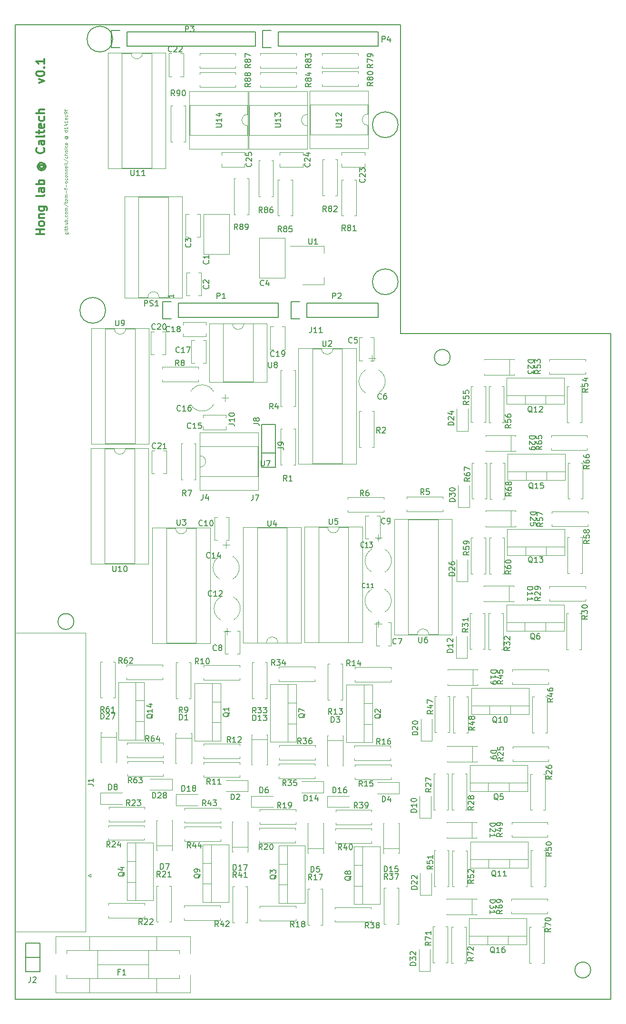
<source format=gto>
%TF.GenerationSoftware,KiCad,Pcbnew,(2017-11-10 revision d8f4e35)-HEAD*%
%TF.CreationDate,2017-12-06T16:30:03-08:00*%
%TF.ProjectId,shield_pcb,736869656C645F7063622E6B69636164,0.1*%
%TF.SameCoordinates,Original*%
%TF.FileFunction,Legend,Top*%
%TF.FilePolarity,Positive*%
%FSLAX46Y46*%
G04 Gerber Fmt 4.6, Leading zero omitted, Abs format (unit mm)*
G04 Created by KiCad (PCBNEW (2017-11-10 revision d8f4e35)-HEAD) date Wed Dec  6 16:30:03 2017*
%MOMM*%
%LPD*%
G01*
G04 APERTURE LIST*
%ADD10C,0.300000*%
%ADD11C,0.100000*%
%ADD12C,0.150000*%
%ADD13C,0.120000*%
G04 APERTURE END LIST*
D10*
X48178571Y-27142857D02*
X49178571Y-26785714D01*
X48178571Y-26428571D01*
X47678571Y-25571428D02*
X47678571Y-25428571D01*
X47750000Y-25285714D01*
X47821428Y-25214285D01*
X47964285Y-25142857D01*
X48250000Y-25071428D01*
X48607142Y-25071428D01*
X48892857Y-25142857D01*
X49035714Y-25214285D01*
X49107142Y-25285714D01*
X49178571Y-25428571D01*
X49178571Y-25571428D01*
X49107142Y-25714285D01*
X49035714Y-25785714D01*
X48892857Y-25857142D01*
X48607142Y-25928571D01*
X48250000Y-25928571D01*
X47964285Y-25857142D01*
X47821428Y-25785714D01*
X47750000Y-25714285D01*
X47678571Y-25571428D01*
X49035714Y-24428571D02*
X49107142Y-24357142D01*
X49178571Y-24428571D01*
X49107142Y-24500000D01*
X49035714Y-24428571D01*
X49178571Y-24428571D01*
X49178571Y-22928571D02*
X49178571Y-23785714D01*
X49178571Y-23357142D02*
X47678571Y-23357142D01*
X47892857Y-23500000D01*
X48035714Y-23642857D01*
X48107142Y-23785714D01*
D11*
X52871428Y-53771428D02*
X53357142Y-53771428D01*
X53414285Y-53799999D01*
X53442857Y-53828571D01*
X53471428Y-53885714D01*
X53471428Y-53971428D01*
X53442857Y-54028571D01*
X53242857Y-53771428D02*
X53271428Y-53828571D01*
X53271428Y-53942857D01*
X53242857Y-53999999D01*
X53214285Y-54028571D01*
X53157142Y-54057142D01*
X52985714Y-54057142D01*
X52928571Y-54028571D01*
X52900000Y-53999999D01*
X52871428Y-53942857D01*
X52871428Y-53828571D01*
X52900000Y-53771428D01*
X53271428Y-53485714D02*
X52871428Y-53485714D01*
X52671428Y-53485714D02*
X52700000Y-53514285D01*
X52728571Y-53485714D01*
X52700000Y-53457142D01*
X52671428Y-53485714D01*
X52728571Y-53485714D01*
X52871428Y-53285714D02*
X52871428Y-53057142D01*
X52671428Y-53199999D02*
X53185714Y-53199999D01*
X53242857Y-53171428D01*
X53271428Y-53114285D01*
X53271428Y-53057142D01*
X53271428Y-52857142D02*
X52671428Y-52857142D01*
X53271428Y-52599999D02*
X52957142Y-52599999D01*
X52900000Y-52628571D01*
X52871428Y-52685714D01*
X52871428Y-52771428D01*
X52900000Y-52828571D01*
X52928571Y-52857142D01*
X52871428Y-52057142D02*
X53271428Y-52057142D01*
X52871428Y-52314285D02*
X53185714Y-52314285D01*
X53242857Y-52285714D01*
X53271428Y-52228571D01*
X53271428Y-52142857D01*
X53242857Y-52085714D01*
X53214285Y-52057142D01*
X53271428Y-51771428D02*
X52671428Y-51771428D01*
X52900000Y-51771428D02*
X52871428Y-51714285D01*
X52871428Y-51600000D01*
X52900000Y-51542857D01*
X52928571Y-51514285D01*
X52985714Y-51485714D01*
X53157142Y-51485714D01*
X53214285Y-51514285D01*
X53242857Y-51542857D01*
X53271428Y-51600000D01*
X53271428Y-51714285D01*
X53242857Y-51771428D01*
X53214285Y-51228571D02*
X53242857Y-51200000D01*
X53271428Y-51228571D01*
X53242857Y-51257142D01*
X53214285Y-51228571D01*
X53271428Y-51228571D01*
X53242857Y-50685714D02*
X53271428Y-50742857D01*
X53271428Y-50857142D01*
X53242857Y-50914285D01*
X53214285Y-50942857D01*
X53157142Y-50971428D01*
X52985714Y-50971428D01*
X52928571Y-50942857D01*
X52900000Y-50914285D01*
X52871428Y-50857142D01*
X52871428Y-50742857D01*
X52900000Y-50685714D01*
X53271428Y-50342857D02*
X53242857Y-50400000D01*
X53214285Y-50428571D01*
X53157142Y-50457142D01*
X52985714Y-50457142D01*
X52928571Y-50428571D01*
X52900000Y-50400000D01*
X52871428Y-50342857D01*
X52871428Y-50257142D01*
X52900000Y-50200000D01*
X52928571Y-50171428D01*
X52985714Y-50142857D01*
X53157142Y-50142857D01*
X53214285Y-50171428D01*
X53242857Y-50200000D01*
X53271428Y-50257142D01*
X53271428Y-50342857D01*
X53271428Y-49885714D02*
X52871428Y-49885714D01*
X52928571Y-49885714D02*
X52900000Y-49857142D01*
X52871428Y-49800000D01*
X52871428Y-49714285D01*
X52900000Y-49657142D01*
X52957142Y-49628571D01*
X53271428Y-49628571D01*
X52957142Y-49628571D02*
X52900000Y-49600000D01*
X52871428Y-49542857D01*
X52871428Y-49457142D01*
X52900000Y-49400000D01*
X52957142Y-49371428D01*
X53271428Y-49371428D01*
X52642857Y-48657142D02*
X53414285Y-49171428D01*
X52871428Y-48542857D02*
X52871428Y-48314285D01*
X52671428Y-48457142D02*
X53185714Y-48457142D01*
X53242857Y-48428571D01*
X53271428Y-48371428D01*
X53271428Y-48314285D01*
X53271428Y-48028571D02*
X53242857Y-48085714D01*
X53214285Y-48114285D01*
X53157142Y-48142857D01*
X52985714Y-48142857D01*
X52928571Y-48114285D01*
X52900000Y-48085714D01*
X52871428Y-48028571D01*
X52871428Y-47942857D01*
X52900000Y-47885714D01*
X52928571Y-47857142D01*
X52985714Y-47828571D01*
X53157142Y-47828571D01*
X53214285Y-47857142D01*
X53242857Y-47885714D01*
X53271428Y-47942857D01*
X53271428Y-48028571D01*
X53271428Y-47571428D02*
X52871428Y-47571428D01*
X52928571Y-47571428D02*
X52900000Y-47542857D01*
X52871428Y-47485714D01*
X52871428Y-47400000D01*
X52900000Y-47342857D01*
X52957142Y-47314285D01*
X53271428Y-47314285D01*
X52957142Y-47314285D02*
X52900000Y-47285714D01*
X52871428Y-47228571D01*
X52871428Y-47142857D01*
X52900000Y-47085714D01*
X52957142Y-47057142D01*
X53271428Y-47057142D01*
X53042857Y-46771428D02*
X53042857Y-46314285D01*
X52871428Y-46114285D02*
X52871428Y-45885714D01*
X53271428Y-46028571D02*
X52757142Y-46028571D01*
X52700000Y-46000000D01*
X52671428Y-45942857D01*
X52671428Y-45885714D01*
X53042857Y-45685714D02*
X53042857Y-45228571D01*
X53271428Y-44857142D02*
X53242857Y-44914285D01*
X53214285Y-44942857D01*
X53157142Y-44971428D01*
X52985714Y-44971428D01*
X52928571Y-44942857D01*
X52900000Y-44914285D01*
X52871428Y-44857142D01*
X52871428Y-44771428D01*
X52900000Y-44714285D01*
X52928571Y-44685714D01*
X52985714Y-44657142D01*
X53157142Y-44657142D01*
X53214285Y-44685714D01*
X53242857Y-44714285D01*
X53271428Y-44771428D01*
X53271428Y-44857142D01*
X53242857Y-44142857D02*
X53271428Y-44200000D01*
X53271428Y-44314285D01*
X53242857Y-44371428D01*
X53214285Y-44400000D01*
X53157142Y-44428571D01*
X52985714Y-44428571D01*
X52928571Y-44400000D01*
X52900000Y-44371428D01*
X52871428Y-44314285D01*
X52871428Y-44200000D01*
X52900000Y-44142857D01*
X53271428Y-43800000D02*
X53242857Y-43857142D01*
X53214285Y-43885714D01*
X53157142Y-43914285D01*
X52985714Y-43914285D01*
X52928571Y-43885714D01*
X52900000Y-43857142D01*
X52871428Y-43800000D01*
X52871428Y-43714285D01*
X52900000Y-43657142D01*
X52928571Y-43628571D01*
X52985714Y-43600000D01*
X53157142Y-43600000D01*
X53214285Y-43628571D01*
X53242857Y-43657142D01*
X53271428Y-43714285D01*
X53271428Y-43800000D01*
X52871428Y-43342857D02*
X53271428Y-43342857D01*
X52928571Y-43342857D02*
X52900000Y-43314285D01*
X52871428Y-43257142D01*
X52871428Y-43171428D01*
X52900000Y-43114285D01*
X52957142Y-43085714D01*
X53271428Y-43085714D01*
X52871428Y-42799999D02*
X53271428Y-42799999D01*
X52928571Y-42799999D02*
X52900000Y-42771428D01*
X52871428Y-42714285D01*
X52871428Y-42628571D01*
X52900000Y-42571428D01*
X52957142Y-42542857D01*
X53271428Y-42542857D01*
X53242857Y-42028571D02*
X53271428Y-42085714D01*
X53271428Y-42199999D01*
X53242857Y-42257142D01*
X53185714Y-42285714D01*
X52957142Y-42285714D01*
X52900000Y-42257142D01*
X52871428Y-42199999D01*
X52871428Y-42085714D01*
X52900000Y-42028571D01*
X52957142Y-41999999D01*
X53014285Y-41999999D01*
X53071428Y-42285714D01*
X53271428Y-41657142D02*
X53242857Y-41714285D01*
X53185714Y-41742857D01*
X52671428Y-41742857D01*
X53271428Y-41342857D02*
X53242857Y-41399999D01*
X53185714Y-41428571D01*
X52671428Y-41428571D01*
X52642857Y-40685714D02*
X53414285Y-41199999D01*
X53242857Y-40228571D02*
X53271428Y-40285714D01*
X53271428Y-40399999D01*
X53242857Y-40457142D01*
X53214285Y-40485714D01*
X53157142Y-40514285D01*
X52985714Y-40514285D01*
X52928571Y-40485714D01*
X52900000Y-40457142D01*
X52871428Y-40399999D01*
X52871428Y-40285714D01*
X52900000Y-40228571D01*
X53271428Y-39971428D02*
X52671428Y-39971428D01*
X53271428Y-39714285D02*
X52957142Y-39714285D01*
X52900000Y-39742857D01*
X52871428Y-39799999D01*
X52871428Y-39885714D01*
X52900000Y-39942857D01*
X52928571Y-39971428D01*
X53271428Y-39342857D02*
X53242857Y-39399999D01*
X53214285Y-39428571D01*
X53157142Y-39457142D01*
X52985714Y-39457142D01*
X52928571Y-39428571D01*
X52900000Y-39399999D01*
X52871428Y-39342857D01*
X52871428Y-39257142D01*
X52900000Y-39199999D01*
X52928571Y-39171428D01*
X52985714Y-39142857D01*
X53157142Y-39142857D01*
X53214285Y-39171428D01*
X53242857Y-39199999D01*
X53271428Y-39257142D01*
X53271428Y-39342857D01*
X53271428Y-38885714D02*
X52871428Y-38885714D01*
X52671428Y-38885714D02*
X52700000Y-38914285D01*
X52728571Y-38885714D01*
X52700000Y-38857142D01*
X52671428Y-38885714D01*
X52728571Y-38885714D01*
X53242857Y-38342857D02*
X53271428Y-38399999D01*
X53271428Y-38514285D01*
X53242857Y-38571428D01*
X53214285Y-38599999D01*
X53157142Y-38628571D01*
X52985714Y-38628571D01*
X52928571Y-38599999D01*
X52900000Y-38571428D01*
X52871428Y-38514285D01*
X52871428Y-38399999D01*
X52900000Y-38342857D01*
X53242857Y-37857142D02*
X53271428Y-37914285D01*
X53271428Y-38028571D01*
X53242857Y-38085714D01*
X53185714Y-38114285D01*
X52957142Y-38114285D01*
X52900000Y-38085714D01*
X52871428Y-38028571D01*
X52871428Y-37914285D01*
X52900000Y-37857142D01*
X52957142Y-37828571D01*
X53014285Y-37828571D01*
X53071428Y-38114285D01*
X52985714Y-36742857D02*
X52957142Y-36771428D01*
X52928571Y-36828571D01*
X52928571Y-36885714D01*
X52957142Y-36942857D01*
X52985714Y-36971428D01*
X53042857Y-36999999D01*
X53100000Y-36999999D01*
X53157142Y-36971428D01*
X53185714Y-36942857D01*
X53214285Y-36885714D01*
X53214285Y-36828571D01*
X53185714Y-36771428D01*
X53157142Y-36742857D01*
X52928571Y-36742857D02*
X53157142Y-36742857D01*
X53185714Y-36714285D01*
X53185714Y-36685714D01*
X53157142Y-36628571D01*
X53100000Y-36599999D01*
X52957142Y-36599999D01*
X52871428Y-36657142D01*
X52814285Y-36742857D01*
X52785714Y-36857142D01*
X52814285Y-36971428D01*
X52871428Y-37057142D01*
X52957142Y-37114285D01*
X53071428Y-37142857D01*
X53185714Y-37114285D01*
X53271428Y-37057142D01*
X53328571Y-36971428D01*
X53357142Y-36857142D01*
X53328571Y-36742857D01*
X53271428Y-36657142D01*
X53271428Y-35628571D02*
X52671428Y-35628571D01*
X53242857Y-35628571D02*
X53271428Y-35685714D01*
X53271428Y-35799999D01*
X53242857Y-35857142D01*
X53214285Y-35885714D01*
X53157142Y-35914285D01*
X52985714Y-35914285D01*
X52928571Y-35885714D01*
X52900000Y-35857142D01*
X52871428Y-35799999D01*
X52871428Y-35685714D01*
X52900000Y-35628571D01*
X53271428Y-35028571D02*
X53271428Y-35371428D01*
X53271428Y-35199999D02*
X52671428Y-35199999D01*
X52757142Y-35257142D01*
X52814285Y-35314285D01*
X52842857Y-35371428D01*
X52871428Y-34514285D02*
X53271428Y-34514285D01*
X52642857Y-34657142D02*
X53071428Y-34799999D01*
X53071428Y-34428571D01*
X53271428Y-33885714D02*
X53271428Y-34228571D01*
X53271428Y-34057142D02*
X52671428Y-34057142D01*
X52757142Y-34114285D01*
X52814285Y-34171428D01*
X52842857Y-34228571D01*
X53242857Y-33399999D02*
X53271428Y-33457142D01*
X53271428Y-33571428D01*
X53242857Y-33628571D01*
X53185714Y-33657142D01*
X52957142Y-33657142D01*
X52900000Y-33628571D01*
X52871428Y-33571428D01*
X52871428Y-33457142D01*
X52900000Y-33399999D01*
X52957142Y-33371428D01*
X53014285Y-33371428D01*
X53071428Y-33657142D01*
X53242857Y-32857142D02*
X53271428Y-32914285D01*
X53271428Y-33028571D01*
X53242857Y-33085714D01*
X53214285Y-33114285D01*
X53157142Y-33142857D01*
X52985714Y-33142857D01*
X52928571Y-33114285D01*
X52900000Y-33085714D01*
X52871428Y-33028571D01*
X52871428Y-32914285D01*
X52900000Y-32857142D01*
X53271428Y-32571428D02*
X53271428Y-32457142D01*
X53242857Y-32400000D01*
X53214285Y-32371428D01*
X53128571Y-32314285D01*
X53014285Y-32285714D01*
X52785714Y-32285714D01*
X52728571Y-32314285D01*
X52700000Y-32342857D01*
X52671428Y-32400000D01*
X52671428Y-32514285D01*
X52700000Y-32571428D01*
X52728571Y-32600000D01*
X52785714Y-32628571D01*
X52928571Y-32628571D01*
X52985714Y-32600000D01*
X53014285Y-32571428D01*
X53042857Y-32514285D01*
X53042857Y-32400000D01*
X53014285Y-32342857D01*
X52985714Y-32314285D01*
X52928571Y-32285714D01*
X52871428Y-32114285D02*
X52871428Y-31885714D01*
X53271428Y-32028571D02*
X52757142Y-32028571D01*
X52700000Y-32000000D01*
X52671428Y-31942857D01*
X52671428Y-31885714D01*
D10*
X49178571Y-54107142D02*
X47678571Y-54107142D01*
X48392857Y-54107142D02*
X48392857Y-53250000D01*
X49178571Y-53250000D02*
X47678571Y-53250000D01*
X49178571Y-52321428D02*
X49107142Y-52464285D01*
X49035714Y-52535714D01*
X48892857Y-52607142D01*
X48464285Y-52607142D01*
X48321428Y-52535714D01*
X48250000Y-52464285D01*
X48178571Y-52321428D01*
X48178571Y-52107142D01*
X48250000Y-51964285D01*
X48321428Y-51892857D01*
X48464285Y-51821428D01*
X48892857Y-51821428D01*
X49035714Y-51892857D01*
X49107142Y-51964285D01*
X49178571Y-52107142D01*
X49178571Y-52321428D01*
X48178571Y-51178571D02*
X49178571Y-51178571D01*
X48321428Y-51178571D02*
X48250000Y-51107142D01*
X48178571Y-50964285D01*
X48178571Y-50750000D01*
X48250000Y-50607142D01*
X48392857Y-50535714D01*
X49178571Y-50535714D01*
X48178571Y-49178571D02*
X49392857Y-49178571D01*
X49535714Y-49250000D01*
X49607142Y-49321428D01*
X49678571Y-49464285D01*
X49678571Y-49678571D01*
X49607142Y-49821428D01*
X49107142Y-49178571D02*
X49178571Y-49321428D01*
X49178571Y-49607142D01*
X49107142Y-49750000D01*
X49035714Y-49821428D01*
X48892857Y-49892857D01*
X48464285Y-49892857D01*
X48321428Y-49821428D01*
X48250000Y-49750000D01*
X48178571Y-49607142D01*
X48178571Y-49321428D01*
X48250000Y-49178571D01*
X49178571Y-47107142D02*
X49107142Y-47250000D01*
X48964285Y-47321428D01*
X47678571Y-47321428D01*
X49178571Y-45892857D02*
X48392857Y-45892857D01*
X48250000Y-45964285D01*
X48178571Y-46107142D01*
X48178571Y-46392857D01*
X48250000Y-46535714D01*
X49107142Y-45892857D02*
X49178571Y-46035714D01*
X49178571Y-46392857D01*
X49107142Y-46535714D01*
X48964285Y-46607142D01*
X48821428Y-46607142D01*
X48678571Y-46535714D01*
X48607142Y-46392857D01*
X48607142Y-46035714D01*
X48535714Y-45892857D01*
X49178571Y-45178571D02*
X47678571Y-45178571D01*
X48250000Y-45178571D02*
X48178571Y-45035714D01*
X48178571Y-44750000D01*
X48250000Y-44607142D01*
X48321428Y-44535714D01*
X48464285Y-44464285D01*
X48892857Y-44464285D01*
X49035714Y-44535714D01*
X49107142Y-44607142D01*
X49178571Y-44750000D01*
X49178571Y-45035714D01*
X49107142Y-45178571D01*
X48464285Y-41750000D02*
X48392857Y-41821428D01*
X48321428Y-41964285D01*
X48321428Y-42107142D01*
X48392857Y-42250000D01*
X48464285Y-42321428D01*
X48607142Y-42392857D01*
X48750000Y-42392857D01*
X48892857Y-42321428D01*
X48964285Y-42250000D01*
X49035714Y-42107142D01*
X49035714Y-41964285D01*
X48964285Y-41821428D01*
X48892857Y-41750000D01*
X48321428Y-41750000D02*
X48892857Y-41750000D01*
X48964285Y-41678571D01*
X48964285Y-41607142D01*
X48892857Y-41464285D01*
X48750000Y-41392857D01*
X48392857Y-41392857D01*
X48178571Y-41535714D01*
X48035714Y-41750000D01*
X47964285Y-42035714D01*
X48035714Y-42321428D01*
X48178571Y-42535714D01*
X48392857Y-42678571D01*
X48678571Y-42750000D01*
X48964285Y-42678571D01*
X49178571Y-42535714D01*
X49321428Y-42321428D01*
X49392857Y-42035714D01*
X49321428Y-41750000D01*
X49178571Y-41535714D01*
X49035714Y-38750000D02*
X49107142Y-38821428D01*
X49178571Y-39035714D01*
X49178571Y-39178571D01*
X49107142Y-39392857D01*
X48964285Y-39535714D01*
X48821428Y-39607142D01*
X48535714Y-39678571D01*
X48321428Y-39678571D01*
X48035714Y-39607142D01*
X47892857Y-39535714D01*
X47750000Y-39392857D01*
X47678571Y-39178571D01*
X47678571Y-39035714D01*
X47750000Y-38821428D01*
X47821428Y-38750000D01*
X49178571Y-37464285D02*
X48392857Y-37464285D01*
X48250000Y-37535714D01*
X48178571Y-37678571D01*
X48178571Y-37964285D01*
X48250000Y-38107142D01*
X49107142Y-37464285D02*
X49178571Y-37607142D01*
X49178571Y-37964285D01*
X49107142Y-38107142D01*
X48964285Y-38178571D01*
X48821428Y-38178571D01*
X48678571Y-38107142D01*
X48607142Y-37964285D01*
X48607142Y-37607142D01*
X48535714Y-37464285D01*
X49178571Y-36535714D02*
X49107142Y-36678571D01*
X48964285Y-36750000D01*
X47678571Y-36750000D01*
X48178571Y-36178571D02*
X48178571Y-35607142D01*
X47678571Y-35964285D02*
X48964285Y-35964285D01*
X49107142Y-35892857D01*
X49178571Y-35750000D01*
X49178571Y-35607142D01*
X49107142Y-34535714D02*
X49178571Y-34678571D01*
X49178571Y-34964285D01*
X49107142Y-35107142D01*
X48964285Y-35178571D01*
X48392857Y-35178571D01*
X48250000Y-35107142D01*
X48178571Y-34964285D01*
X48178571Y-34678571D01*
X48250000Y-34535714D01*
X48392857Y-34464285D01*
X48535714Y-34464285D01*
X48678571Y-35178571D01*
X49107142Y-33178571D02*
X49178571Y-33321428D01*
X49178571Y-33607142D01*
X49107142Y-33750000D01*
X49035714Y-33821428D01*
X48892857Y-33892857D01*
X48464285Y-33892857D01*
X48321428Y-33821428D01*
X48250000Y-33750000D01*
X48178571Y-33607142D01*
X48178571Y-33321428D01*
X48250000Y-33178571D01*
X49178571Y-32535714D02*
X47678571Y-32535714D01*
X49178571Y-31892857D02*
X48392857Y-31892857D01*
X48250000Y-31964285D01*
X48178571Y-32107142D01*
X48178571Y-32321428D01*
X48250000Y-32464285D01*
X48321428Y-32535714D01*
D12*
X54414214Y-123000000D02*
G75*
G03X54414214Y-123000000I-1414214J0D01*
G01*
X121414214Y-76000000D02*
G75*
G03X121414214Y-76000000I-1414214J0D01*
G01*
X146414214Y-185000000D02*
G75*
G03X146414214Y-185000000I-1414214J0D01*
G01*
X150000000Y-71800000D02*
X150000000Y-190200000D01*
X112600000Y-71800000D02*
X150000000Y-71800000D01*
X44000000Y-190200000D02*
X44000000Y-16800000D01*
X112600000Y-71800000D02*
X112600000Y-16800000D01*
X112600000Y-16800000D02*
X44000000Y-16800000D01*
X44000000Y-190200000D02*
X150000000Y-190200000D01*
X72190380Y-64799285D02*
X72190380Y-65370714D01*
X72190380Y-65085000D02*
X71190380Y-65085000D01*
X71333238Y-65180238D01*
X71428476Y-65275476D01*
X71476095Y-65370714D01*
%TO.C,P4*%
X90788000Y-20635000D02*
X108568000Y-20635000D01*
X108568000Y-20635000D02*
X108568000Y-18095000D01*
X108568000Y-18095000D02*
X90788000Y-18095000D01*
X87968000Y-20915000D02*
X89518000Y-20915000D01*
X90788000Y-20635000D02*
X90788000Y-18095000D01*
X89518000Y-17815000D02*
X87968000Y-17815000D01*
X87968000Y-17815000D02*
X87968000Y-20915000D01*
D13*
%TO.C,U11*%
X66610000Y-21870000D02*
G75*
G02X64610000Y-21870000I-1000000J0D01*
G01*
X64610000Y-21870000D02*
X62960000Y-21870000D01*
X62960000Y-21870000D02*
X62960000Y-42310000D01*
X62960000Y-42310000D02*
X68260000Y-42310000D01*
X68260000Y-42310000D02*
X68260000Y-21870000D01*
X68260000Y-21870000D02*
X66610000Y-21870000D01*
X60470000Y-21810000D02*
X60470000Y-42370000D01*
X60470000Y-42370000D02*
X70750000Y-42370000D01*
X70750000Y-42370000D02*
X70750000Y-21810000D01*
X70750000Y-21810000D02*
X60470000Y-21810000D01*
%TO.C,C13*%
X109781189Y-114194998D02*
G75*
G03X109780000Y-110154307I-1181189J2019998D01*
G01*
X107418811Y-114194998D02*
G75*
G02X107420000Y-110154307I1181189J2019998D01*
G01*
X108600000Y-107475000D02*
X108600000Y-108675000D01*
X109250000Y-108075000D02*
X107950000Y-108075000D01*
%TO.C,U6*%
X115561000Y-125314000D02*
G75*
G02X117561000Y-125314000I1000000J0D01*
G01*
X117561000Y-125314000D02*
X119211000Y-125314000D01*
X119211000Y-125314000D02*
X119211000Y-104874000D01*
X119211000Y-104874000D02*
X113911000Y-104874000D01*
X113911000Y-104874000D02*
X113911000Y-125314000D01*
X113911000Y-125314000D02*
X115561000Y-125314000D01*
X121701000Y-125374000D02*
X121701000Y-104814000D01*
X121701000Y-104814000D02*
X111421000Y-104814000D01*
X111421000Y-104814000D02*
X111421000Y-125374000D01*
X111421000Y-125374000D02*
X121701000Y-125374000D01*
%TO.C,C14*%
X82175000Y-109325000D02*
X80875000Y-109325000D01*
X81525000Y-108725000D02*
X81525000Y-109925000D01*
X80343811Y-115444998D02*
G75*
G02X80345000Y-111404307I1181189J2019998D01*
G01*
X82706189Y-115444998D02*
G75*
G03X82705000Y-111404307I-1181189J2019998D01*
G01*
%TO.C,U13*%
X95928000Y-34775000D02*
G75*
G02X95928000Y-32775000I0J1000000D01*
G01*
X95928000Y-32775000D02*
X95928000Y-31125000D01*
X95928000Y-31125000D02*
X85648000Y-31125000D01*
X85648000Y-31125000D02*
X85648000Y-36425000D01*
X85648000Y-36425000D02*
X95928000Y-36425000D01*
X95928000Y-36425000D02*
X95928000Y-34775000D01*
X95988000Y-28635000D02*
X85588000Y-28635000D01*
X85588000Y-28635000D02*
X85588000Y-38915000D01*
X85588000Y-38915000D02*
X95988000Y-38915000D01*
X95988000Y-38915000D02*
X95988000Y-28635000D01*
%TO.C,C24*%
X91090000Y-40050000D02*
X91090000Y-39490000D01*
X91090000Y-42110000D02*
X91090000Y-41550000D01*
X95210000Y-40050000D02*
X95210000Y-39490000D01*
X95210000Y-42110000D02*
X95210000Y-41550000D01*
X95210000Y-39490000D02*
X91090000Y-39490000D01*
X95210000Y-42110000D02*
X91090000Y-42110000D01*
D12*
%TO.C,P1*%
X73008000Y-68895000D02*
X90788000Y-68895000D01*
X90788000Y-68895000D02*
X90788000Y-66355000D01*
X90788000Y-66355000D02*
X73008000Y-66355000D01*
X70188000Y-69175000D02*
X71738000Y-69175000D01*
X73008000Y-68895000D02*
X73008000Y-66355000D01*
X71738000Y-66075000D02*
X70188000Y-66075000D01*
X70188000Y-66075000D02*
X70188000Y-69175000D01*
%TO.C,P2*%
X95868000Y-68895000D02*
X108568000Y-68895000D01*
X108568000Y-68895000D02*
X108568000Y-66355000D01*
X108568000Y-66355000D02*
X95868000Y-66355000D01*
X93048000Y-69175000D02*
X94598000Y-69175000D01*
X95868000Y-68895000D02*
X95868000Y-66355000D01*
X94598000Y-66075000D02*
X93048000Y-66075000D01*
X93048000Y-66075000D02*
X93048000Y-69175000D01*
%TO.C,P3*%
X63864000Y-20635000D02*
X86724000Y-20635000D01*
X86724000Y-20635000D02*
X86724000Y-18095000D01*
X86724000Y-18095000D02*
X63864000Y-18095000D01*
X61044000Y-20915000D02*
X62594000Y-20915000D01*
X63864000Y-20635000D02*
X63864000Y-18095000D01*
X62594000Y-17815000D02*
X61044000Y-17815000D01*
X61044000Y-17815000D02*
X61044000Y-20915000D01*
%TO.C,P5*%
X60054000Y-67625000D02*
G75*
G03X60054000Y-67625000I-2286000J0D01*
G01*
%TO.C,P6*%
X112124000Y-62545000D02*
G75*
G03X112124000Y-62545000I-2286000J0D01*
G01*
%TO.C,P7*%
X61324000Y-19365000D02*
G75*
G03X61324000Y-19365000I-2286000J0D01*
G01*
%TO.C,P8*%
X112124000Y-34605000D02*
G75*
G03X112124000Y-34605000I-2286000J0D01*
G01*
D13*
%TO.C,F1*%
X75150000Y-189000000D02*
X75150000Y-185900000D01*
X51150000Y-189000000D02*
X75150000Y-189000000D01*
X51150000Y-179000000D02*
X51150000Y-182100000D01*
X75150000Y-179000000D02*
X51150000Y-179000000D01*
X75150000Y-182100000D02*
X75150000Y-179000000D01*
X51150000Y-185900000D02*
X51150000Y-189000000D01*
X73150000Y-186500000D02*
X73150000Y-185900000D01*
X53150000Y-186500000D02*
X73150000Y-186500000D01*
X53150000Y-181500000D02*
X53150000Y-182100000D01*
X73150000Y-181500000D02*
X53150000Y-181500000D01*
X73150000Y-182100000D02*
X73150000Y-181500000D01*
X53150000Y-185900000D02*
X53150000Y-186500000D01*
X58650000Y-186500000D02*
X58650000Y-181500000D01*
X67650000Y-186500000D02*
X67650000Y-181500000D01*
X67650000Y-184000000D02*
X58650000Y-184000000D01*
X57150000Y-189000000D02*
X57150000Y-186500000D01*
X57150000Y-179000000D02*
X57150000Y-181500000D01*
X69150000Y-179000000D02*
X69150000Y-181500000D01*
X69150000Y-186500000D02*
X69150000Y-189000000D01*
%TO.C,C1*%
X77490000Y-57660000D02*
X77490000Y-50540000D01*
X82110000Y-57660000D02*
X82110000Y-50540000D01*
X77490000Y-57660000D02*
X82110000Y-57660000D01*
X77490000Y-50540000D02*
X82110000Y-50540000D01*
%TO.C,C2*%
X76550000Y-60890000D02*
X77110000Y-60890000D01*
X74490000Y-60890000D02*
X75050000Y-60890000D01*
X76550000Y-65010000D02*
X77110000Y-65010000D01*
X74490000Y-65010000D02*
X75050000Y-65010000D01*
X77110000Y-65010000D02*
X77110000Y-60890000D01*
X74490000Y-65010000D02*
X74490000Y-60890000D01*
%TO.C,C3*%
X74290000Y-54610000D02*
X74290000Y-50490000D01*
X76910000Y-54610000D02*
X76910000Y-50490000D01*
X74290000Y-54610000D02*
X74850000Y-54610000D01*
X76350000Y-54610000D02*
X76910000Y-54610000D01*
X74290000Y-50490000D02*
X74850000Y-50490000D01*
X76350000Y-50490000D02*
X76910000Y-50490000D01*
%TO.C,C4*%
X87398000Y-54755000D02*
X92018000Y-54755000D01*
X87398000Y-61875000D02*
X92018000Y-61875000D01*
X92018000Y-61875000D02*
X92018000Y-54755000D01*
X87398000Y-61875000D02*
X87398000Y-54755000D01*
%TO.C,PS1*%
X63450000Y-65390000D02*
X73730000Y-65390000D01*
X63450000Y-47370000D02*
X63450000Y-65390000D01*
X73730000Y-47370000D02*
X63450000Y-47370000D01*
X73730000Y-65390000D02*
X73730000Y-47370000D01*
X65940000Y-65330000D02*
X67590000Y-65330000D01*
X65940000Y-47430000D02*
X65940000Y-65330000D01*
X71240000Y-47430000D02*
X65940000Y-47430000D01*
X71240000Y-65330000D02*
X71240000Y-47430000D01*
X69590000Y-65330000D02*
X71240000Y-65330000D01*
X67590000Y-65330000D02*
G75*
G02X69590000Y-65330000I1000000J0D01*
G01*
%TO.C,U1*%
X92900000Y-56190000D02*
X98910000Y-56190000D01*
X95150000Y-63010000D02*
X98910000Y-63010000D01*
X98910000Y-56190000D02*
X98910000Y-57450000D01*
X98910000Y-63010000D02*
X98910000Y-61750000D01*
%TO.C,C23*%
X106210000Y-42110000D02*
X102090000Y-42110000D01*
X106210000Y-39490000D02*
X102090000Y-39490000D01*
X106210000Y-42110000D02*
X106210000Y-41550000D01*
X106210000Y-40050000D02*
X106210000Y-39490000D01*
X102090000Y-42110000D02*
X102090000Y-41550000D01*
X102090000Y-40050000D02*
X102090000Y-39490000D01*
%TO.C,C25*%
X80690000Y-40050000D02*
X80690000Y-39490000D01*
X80690000Y-42110000D02*
X80690000Y-41550000D01*
X84810000Y-40050000D02*
X84810000Y-39490000D01*
X84810000Y-42110000D02*
X84810000Y-41550000D01*
X84810000Y-39490000D02*
X80690000Y-39490000D01*
X84810000Y-42110000D02*
X80690000Y-42110000D01*
%TO.C,U9*%
X67773000Y-70820600D02*
X57493000Y-70820600D01*
X67773000Y-91380600D02*
X67773000Y-70820600D01*
X57493000Y-91380600D02*
X67773000Y-91380600D01*
X57493000Y-70820600D02*
X57493000Y-91380600D01*
X65283000Y-70880600D02*
X63633000Y-70880600D01*
X65283000Y-91320600D02*
X65283000Y-70880600D01*
X59983000Y-91320600D02*
X65283000Y-91320600D01*
X59983000Y-70880600D02*
X59983000Y-91320600D01*
X61633000Y-70880600D02*
X59983000Y-70880600D01*
X63633000Y-70880600D02*
G75*
G02X61633000Y-70880600I-1000000J0D01*
G01*
%TO.C,U10*%
X63588200Y-92234800D02*
G75*
G02X61588200Y-92234800I-1000000J0D01*
G01*
X61588200Y-92234800D02*
X59938200Y-92234800D01*
X59938200Y-92234800D02*
X59938200Y-112674800D01*
X59938200Y-112674800D02*
X65238200Y-112674800D01*
X65238200Y-112674800D02*
X65238200Y-92234800D01*
X65238200Y-92234800D02*
X63588200Y-92234800D01*
X57448200Y-92174800D02*
X57448200Y-112734800D01*
X57448200Y-112734800D02*
X67728200Y-112734800D01*
X67728200Y-112734800D02*
X67728200Y-92174800D01*
X67728200Y-92174800D02*
X57448200Y-92174800D01*
%TO.C,U12*%
X106750000Y-34700000D02*
G75*
G02X106750000Y-32700000I0J1000000D01*
G01*
X106750000Y-32700000D02*
X106750000Y-31050000D01*
X106750000Y-31050000D02*
X96470000Y-31050000D01*
X96470000Y-31050000D02*
X96470000Y-36350000D01*
X96470000Y-36350000D02*
X106750000Y-36350000D01*
X106750000Y-36350000D02*
X106750000Y-34700000D01*
X106810000Y-28560000D02*
X96410000Y-28560000D01*
X96410000Y-28560000D02*
X96410000Y-38840000D01*
X96410000Y-38840000D02*
X106810000Y-38840000D01*
X106810000Y-38840000D02*
X106810000Y-28560000D01*
%TO.C,U14*%
X85328000Y-34775000D02*
G75*
G02X85328000Y-32775000I0J1000000D01*
G01*
X85328000Y-32775000D02*
X85328000Y-31125000D01*
X85328000Y-31125000D02*
X75048000Y-31125000D01*
X75048000Y-31125000D02*
X75048000Y-36425000D01*
X75048000Y-36425000D02*
X85328000Y-36425000D01*
X85328000Y-36425000D02*
X85328000Y-34775000D01*
X85388000Y-28635000D02*
X74988000Y-28635000D01*
X74988000Y-28635000D02*
X74988000Y-38915000D01*
X74988000Y-38915000D02*
X85388000Y-38915000D01*
X85388000Y-38915000D02*
X85388000Y-28635000D01*
%TO.C,J1*%
X56971325Y-168225000D02*
X57404338Y-167975000D01*
X57404338Y-168475000D02*
X56971325Y-168225000D01*
X57404338Y-167975000D02*
X57404338Y-168475000D01*
X56510000Y-178215000D02*
X44170000Y-178215000D01*
X56510000Y-124995000D02*
X56510000Y-178215000D01*
X44170000Y-124995000D02*
X56510000Y-124995000D01*
%TO.C,C5*%
X107250000Y-72465000D02*
X107810000Y-72465000D01*
X105190000Y-72465000D02*
X105750000Y-72465000D01*
X107250000Y-76585000D02*
X107810000Y-76585000D01*
X105190000Y-76585000D02*
X105750000Y-76585000D01*
X107810000Y-76585000D02*
X107810000Y-72465000D01*
X105190000Y-76585000D02*
X105190000Y-72465000D01*
%TO.C,C6*%
X108150000Y-76175000D02*
X106850000Y-76175000D01*
X107500000Y-75575000D02*
X107500000Y-76775000D01*
X106318811Y-82294998D02*
G75*
G02X106320000Y-78254307I1181189J2019998D01*
G01*
X108681189Y-82294998D02*
G75*
G03X108680000Y-78254307I-1181189J2019998D01*
G01*
%TO.C,C7*%
X110881000Y-123174000D02*
X110881000Y-127294000D01*
X108261000Y-123174000D02*
X108261000Y-127294000D01*
X110881000Y-123174000D02*
X110321000Y-123174000D01*
X108821000Y-123174000D02*
X108261000Y-123174000D01*
X110881000Y-127294000D02*
X110321000Y-127294000D01*
X108821000Y-127294000D02*
X108261000Y-127294000D01*
%TO.C,C8*%
X83960000Y-124665000D02*
X83960000Y-128785000D01*
X81340000Y-124665000D02*
X81340000Y-128785000D01*
X83960000Y-124665000D02*
X83400000Y-124665000D01*
X81900000Y-124665000D02*
X81340000Y-124665000D01*
X83960000Y-128785000D02*
X83400000Y-128785000D01*
X81900000Y-128785000D02*
X81340000Y-128785000D01*
%TO.C,C9*%
X108350000Y-104165000D02*
X108910000Y-104165000D01*
X106290000Y-104165000D02*
X106850000Y-104165000D01*
X108350000Y-108285000D02*
X108910000Y-108285000D01*
X106290000Y-108285000D02*
X106850000Y-108285000D01*
X108910000Y-108285000D02*
X108910000Y-104165000D01*
X106290000Y-108285000D02*
X106290000Y-104165000D01*
%TO.C,C10*%
X81475000Y-104415000D02*
X82035000Y-104415000D01*
X79415000Y-104415000D02*
X79975000Y-104415000D01*
X81475000Y-108535000D02*
X82035000Y-108535000D01*
X79415000Y-108535000D02*
X79975000Y-108535000D01*
X82035000Y-108535000D02*
X82035000Y-104415000D01*
X79415000Y-108535000D02*
X79415000Y-104415000D01*
%TO.C,C11*%
X107393811Y-117280002D02*
G75*
G03X107395000Y-121320693I1181189J-2019998D01*
G01*
X109756189Y-117280002D02*
G75*
G02X109755000Y-121320693I-1181189J-2019998D01*
G01*
X108575000Y-124000000D02*
X108575000Y-122800000D01*
X107925000Y-123400000D02*
X109225000Y-123400000D01*
%TO.C,C12*%
X81044200Y-124782000D02*
X82344200Y-124782000D01*
X81694200Y-125382000D02*
X81694200Y-124182000D01*
X82875389Y-118662002D02*
G75*
G02X82874200Y-122702693I-1181189J-2019998D01*
G01*
X80513011Y-118662002D02*
G75*
G03X80514200Y-122702693I1181189J-2019998D01*
G01*
%TO.C,C15*%
X77390000Y-86775000D02*
X77390000Y-86215000D01*
X77390000Y-88835000D02*
X77390000Y-88275000D01*
X81510000Y-86775000D02*
X81510000Y-86215000D01*
X81510000Y-88835000D02*
X81510000Y-88275000D01*
X81510000Y-86215000D02*
X77390000Y-86215000D01*
X81510000Y-88835000D02*
X77390000Y-88835000D01*
%TO.C,C16*%
X75230002Y-84406189D02*
G75*
G03X79270693Y-84405000I2019998J1181189D01*
G01*
X75230002Y-82043811D02*
G75*
G02X79270693Y-82045000I2019998J-1181189D01*
G01*
X81950000Y-83225000D02*
X80750000Y-83225000D01*
X81350000Y-83875000D02*
X81350000Y-82575000D01*
%TO.C,C17*%
X75900000Y-77035000D02*
X75340000Y-77035000D01*
X77960000Y-77035000D02*
X77400000Y-77035000D01*
X75900000Y-72915000D02*
X75340000Y-72915000D01*
X77960000Y-72915000D02*
X77400000Y-72915000D01*
X75340000Y-72915000D02*
X75340000Y-77035000D01*
X77960000Y-72915000D02*
X77960000Y-77035000D01*
%TO.C,C18*%
X77960000Y-72310000D02*
X73840000Y-72310000D01*
X77960000Y-69690000D02*
X73840000Y-69690000D01*
X77960000Y-72310000D02*
X77960000Y-71750000D01*
X77960000Y-70250000D02*
X77960000Y-69690000D01*
X73840000Y-72310000D02*
X73840000Y-71750000D01*
X73840000Y-70250000D02*
X73840000Y-69690000D01*
%TO.C,C19*%
X89390000Y-74610000D02*
X89390000Y-70490000D01*
X92010000Y-74610000D02*
X92010000Y-70490000D01*
X89390000Y-74610000D02*
X89950000Y-74610000D01*
X91450000Y-74610000D02*
X92010000Y-74610000D01*
X89390000Y-70490000D02*
X89950000Y-70490000D01*
X91450000Y-70490000D02*
X92010000Y-70490000D01*
%TO.C,C20*%
X70733000Y-71400600D02*
X70733000Y-75520600D01*
X68113000Y-71400600D02*
X68113000Y-75520600D01*
X70733000Y-71400600D02*
X70173000Y-71400600D01*
X68673000Y-71400600D02*
X68113000Y-71400600D01*
X70733000Y-75520600D02*
X70173000Y-75520600D01*
X68673000Y-75520600D02*
X68113000Y-75520600D01*
%TO.C,C21*%
X68828200Y-96674800D02*
X68268200Y-96674800D01*
X70888200Y-96674800D02*
X70328200Y-96674800D01*
X68828200Y-92554800D02*
X68268200Y-92554800D01*
X70888200Y-92554800D02*
X70328200Y-92554800D01*
X68268200Y-92554800D02*
X68268200Y-96674800D01*
X70888200Y-92554800D02*
X70888200Y-96674800D01*
%TO.C,C22*%
X71290000Y-26010000D02*
X71290000Y-21890000D01*
X73910000Y-26010000D02*
X73910000Y-21890000D01*
X71290000Y-26010000D02*
X71850000Y-26010000D01*
X73350000Y-26010000D02*
X73910000Y-26010000D01*
X71290000Y-21890000D02*
X71850000Y-21890000D01*
X73350000Y-21890000D02*
X73910000Y-21890000D01*
%TO.C,D1*%
X75352400Y-143729000D02*
X72532400Y-143729000D01*
X72532400Y-148209000D02*
X72662400Y-148209000D01*
X72532400Y-142889000D02*
X72532400Y-148209000D01*
X72662400Y-142889000D02*
X72532400Y-142889000D01*
X75352400Y-148209000D02*
X75222400Y-148209000D01*
X75352400Y-142889000D02*
X75352400Y-148209000D01*
X75222400Y-142889000D02*
X75352400Y-142889000D01*
%TO.C,D3*%
X102220000Y-143344000D02*
X102350000Y-143344000D01*
X102350000Y-143344000D02*
X102350000Y-148664000D01*
X102350000Y-148664000D02*
X102220000Y-148664000D01*
X99660000Y-143344000D02*
X99530000Y-143344000D01*
X99530000Y-143344000D02*
X99530000Y-148664000D01*
X99530000Y-148664000D02*
X99660000Y-148664000D01*
X102350000Y-144184000D02*
X99530000Y-144184000D01*
%TO.C,D5*%
X96036900Y-163388000D02*
X98856900Y-163388000D01*
X98856900Y-158908000D02*
X98726900Y-158908000D01*
X98856900Y-164228000D02*
X98856900Y-158908000D01*
X98726900Y-164228000D02*
X98856900Y-164228000D01*
X96036900Y-158908000D02*
X96166900Y-158908000D01*
X96036900Y-164228000D02*
X96036900Y-158908000D01*
X96166900Y-164228000D02*
X96036900Y-164228000D01*
%TO.C,D7*%
X69136900Y-162888000D02*
X71956900Y-162888000D01*
X71956900Y-158408000D02*
X71826900Y-158408000D01*
X71956900Y-163728000D02*
X71956900Y-158408000D01*
X71826900Y-163728000D02*
X71956900Y-163728000D01*
X69136900Y-158408000D02*
X69266900Y-158408000D01*
X69136900Y-163728000D02*
X69136900Y-158408000D01*
X69266900Y-163728000D02*
X69136900Y-163728000D01*
%TO.C,D9*%
X125365000Y-147984000D02*
X125365000Y-145164000D01*
X120885000Y-145164000D02*
X120885000Y-145294000D01*
X126205000Y-145164000D02*
X120885000Y-145164000D01*
X126205000Y-145294000D02*
X126205000Y-145164000D01*
X120885000Y-147984000D02*
X120885000Y-147854000D01*
X126205000Y-147984000D02*
X120885000Y-147984000D01*
X126205000Y-147854000D02*
X126205000Y-147984000D01*
%TO.C,D11*%
X132683000Y-119338000D02*
X132683000Y-119468000D01*
X132683000Y-119468000D02*
X127363000Y-119468000D01*
X127363000Y-119468000D02*
X127363000Y-119338000D01*
X132683000Y-116778000D02*
X132683000Y-116648000D01*
X132683000Y-116648000D02*
X127363000Y-116648000D01*
X127363000Y-116648000D02*
X127363000Y-116778000D01*
X131843000Y-119468000D02*
X131843000Y-116648000D01*
%TO.C,D13*%
X88837500Y-143970000D02*
X86017500Y-143970000D01*
X86017500Y-148450000D02*
X86147500Y-148450000D01*
X86017500Y-143130000D02*
X86017500Y-148450000D01*
X86147500Y-143130000D02*
X86017500Y-143130000D01*
X88837500Y-148450000D02*
X88707500Y-148450000D01*
X88837500Y-143130000D02*
X88837500Y-148450000D01*
X88707500Y-143130000D02*
X88837500Y-143130000D01*
%TO.C,D15*%
X109470000Y-163399000D02*
X112290000Y-163399000D01*
X112290000Y-158919000D02*
X112160000Y-158919000D01*
X112290000Y-164239000D02*
X112290000Y-158919000D01*
X112160000Y-164239000D02*
X112290000Y-164239000D01*
X109470000Y-158919000D02*
X109600000Y-158919000D01*
X109470000Y-164239000D02*
X109470000Y-158919000D01*
X109600000Y-164239000D02*
X109470000Y-164239000D01*
%TO.C,D17*%
X82715700Y-163975000D02*
X82585700Y-163975000D01*
X82585700Y-163975000D02*
X82585700Y-158655000D01*
X82585700Y-158655000D02*
X82715700Y-158655000D01*
X85275700Y-163975000D02*
X85405700Y-163975000D01*
X85405700Y-163975000D02*
X85405700Y-158655000D01*
X85405700Y-158655000D02*
X85275700Y-158655000D01*
X82585700Y-163135000D02*
X85405700Y-163135000D01*
%TO.C,D19*%
X126274000Y-134188000D02*
X126274000Y-134318000D01*
X126274000Y-134318000D02*
X120954000Y-134318000D01*
X120954000Y-134318000D02*
X120954000Y-134188000D01*
X126274000Y-131628000D02*
X126274000Y-131498000D01*
X126274000Y-131498000D02*
X120954000Y-131498000D01*
X120954000Y-131498000D02*
X120954000Y-131628000D01*
X125434000Y-134318000D02*
X125434000Y-131498000D01*
%TO.C,D21*%
X126114000Y-161389000D02*
X126114000Y-161519000D01*
X126114000Y-161519000D02*
X120794000Y-161519000D01*
X120794000Y-161519000D02*
X120794000Y-161389000D01*
X126114000Y-158829000D02*
X126114000Y-158699000D01*
X126114000Y-158699000D02*
X120794000Y-158699000D01*
X120794000Y-158699000D02*
X120794000Y-158829000D01*
X125274000Y-161519000D02*
X125274000Y-158699000D01*
%TO.C,D23*%
X131976000Y-79131600D02*
X131976000Y-76311600D01*
X127496000Y-76311600D02*
X127496000Y-76441600D01*
X132816000Y-76311600D02*
X127496000Y-76311600D01*
X132816000Y-76441600D02*
X132816000Y-76311600D01*
X127496000Y-79131600D02*
X127496000Y-79001600D01*
X132816000Y-79131600D02*
X127496000Y-79131600D01*
X132816000Y-79001600D02*
X132816000Y-79131600D01*
%TO.C,D25*%
X133075000Y-105985000D02*
X133075000Y-106115000D01*
X133075000Y-106115000D02*
X127755000Y-106115000D01*
X127755000Y-106115000D02*
X127755000Y-105985000D01*
X133075000Y-103425000D02*
X133075000Y-103295000D01*
X133075000Y-103295000D02*
X127755000Y-103295000D01*
X127755000Y-103295000D02*
X127755000Y-103425000D01*
X132235000Y-106115000D02*
X132235000Y-103295000D01*
%TO.C,D27*%
X61912300Y-142721000D02*
X62042300Y-142721000D01*
X62042300Y-142721000D02*
X62042300Y-148041000D01*
X62042300Y-148041000D02*
X61912300Y-148041000D01*
X59352300Y-142721000D02*
X59222300Y-142721000D01*
X59222300Y-142721000D02*
X59222300Y-148041000D01*
X59222300Y-148041000D02*
X59352300Y-148041000D01*
X62042300Y-143561000D02*
X59222300Y-143561000D01*
%TO.C,D29*%
X133057000Y-92582700D02*
X133057000Y-92712700D01*
X133057000Y-92712700D02*
X127737000Y-92712700D01*
X127737000Y-92712700D02*
X127737000Y-92582700D01*
X133057000Y-90022700D02*
X133057000Y-89892700D01*
X133057000Y-89892700D02*
X127737000Y-89892700D01*
X127737000Y-89892700D02*
X127737000Y-90022700D01*
X132217000Y-92712700D02*
X132217000Y-89892700D01*
%TO.C,D31*%
X126074000Y-175021000D02*
X126074000Y-175151000D01*
X126074000Y-175151000D02*
X120754000Y-175151000D01*
X120754000Y-175151000D02*
X120754000Y-175021000D01*
X126074000Y-172461000D02*
X126074000Y-172331000D01*
X126074000Y-172331000D02*
X120754000Y-172331000D01*
X120754000Y-172331000D02*
X120754000Y-172461000D01*
X125234000Y-175151000D02*
X125234000Y-172331000D01*
%TO.C,Q1*%
X80564900Y-133984000D02*
X80564900Y-144224000D01*
X75923900Y-133984000D02*
X75923900Y-144224000D01*
X80564900Y-133984000D02*
X75923900Y-133984000D01*
X80564900Y-144224000D02*
X75923900Y-144224000D01*
X79054900Y-133984000D02*
X79054900Y-144224000D01*
X80564900Y-137254000D02*
X79054900Y-137254000D01*
X80564900Y-140955000D02*
X79054900Y-140955000D01*
%TO.C,Q2*%
X107540000Y-141245000D02*
X106030000Y-141245000D01*
X107540000Y-137544000D02*
X106030000Y-137544000D01*
X106030000Y-134274000D02*
X106030000Y-144514000D01*
X107540000Y-144514000D02*
X102899000Y-144514000D01*
X107540000Y-134274000D02*
X102899000Y-134274000D01*
X102899000Y-134274000D02*
X102899000Y-144514000D01*
X107540000Y-134274000D02*
X107540000Y-144514000D01*
%TO.C,Q3*%
X90884400Y-173113000D02*
X90884400Y-162873000D01*
X95525400Y-173113000D02*
X95525400Y-162873000D01*
X90884400Y-173113000D02*
X95525400Y-173113000D01*
X90884400Y-162873000D02*
X95525400Y-162873000D01*
X92394400Y-173113000D02*
X92394400Y-162873000D01*
X90884400Y-169843000D02*
X92394400Y-169843000D01*
X90884400Y-166142000D02*
X92394400Y-166142000D01*
%TO.C,Q4*%
X63894400Y-165652000D02*
X65404400Y-165652000D01*
X63894400Y-169353000D02*
X65404400Y-169353000D01*
X65404400Y-172623000D02*
X65404400Y-162383000D01*
X63894400Y-162383000D02*
X68535400Y-162383000D01*
X63894400Y-172623000D02*
X68535400Y-172623000D01*
X68535400Y-172623000D02*
X68535400Y-162383000D01*
X63894400Y-172623000D02*
X63894400Y-162383000D01*
%TO.C,Q5*%
X128169000Y-153206000D02*
X128169000Y-151696000D01*
X131870000Y-153206000D02*
X131870000Y-151696000D01*
X135140000Y-151696000D02*
X124900000Y-151696000D01*
X124900000Y-153206000D02*
X124900000Y-148565000D01*
X135140000Y-153206000D02*
X135140000Y-148565000D01*
X135140000Y-148565000D02*
X124900000Y-148565000D01*
X135140000Y-153206000D02*
X124900000Y-153206000D01*
%TO.C,Q6*%
X134687000Y-124680000D02*
X134687000Y-123170000D01*
X138388000Y-124680000D02*
X138388000Y-123170000D01*
X141658000Y-123170000D02*
X131418000Y-123170000D01*
X131418000Y-124680000D02*
X131418000Y-120039000D01*
X141658000Y-124680000D02*
X141658000Y-120039000D01*
X141658000Y-120039000D02*
X131418000Y-120039000D01*
X141658000Y-124680000D02*
X131418000Y-124680000D01*
%TO.C,Q7*%
X94020000Y-134185000D02*
X94020000Y-144425000D01*
X89379000Y-134185000D02*
X89379000Y-144425000D01*
X94020000Y-134185000D02*
X89379000Y-134185000D01*
X94020000Y-144425000D02*
X89379000Y-144425000D01*
X92510000Y-134185000D02*
X92510000Y-144425000D01*
X94020000Y-137455000D02*
X92510000Y-137455000D01*
X94020000Y-141156000D02*
X92510000Y-141156000D01*
%TO.C,Q8*%
X104238000Y-166343000D02*
X105748000Y-166343000D01*
X104238000Y-170044000D02*
X105748000Y-170044000D01*
X105748000Y-173314000D02*
X105748000Y-163074000D01*
X104238000Y-163074000D02*
X108879000Y-163074000D01*
X104238000Y-173314000D02*
X108879000Y-173314000D01*
X108879000Y-173314000D02*
X108879000Y-163074000D01*
X104238000Y-173314000D02*
X104238000Y-163074000D01*
%TO.C,Q9*%
X77373200Y-172940000D02*
X77373200Y-162700000D01*
X82014200Y-172940000D02*
X82014200Y-162700000D01*
X77373200Y-172940000D02*
X82014200Y-172940000D01*
X77373200Y-162700000D02*
X82014200Y-162700000D01*
X78883200Y-172940000D02*
X78883200Y-162700000D01*
X77373200Y-169670000D02*
X78883200Y-169670000D01*
X77373200Y-165969000D02*
X78883200Y-165969000D01*
%TO.C,Q10*%
X135394000Y-139508000D02*
X125154000Y-139508000D01*
X135394000Y-134867000D02*
X125154000Y-134867000D01*
X135394000Y-139508000D02*
X135394000Y-134867000D01*
X125154000Y-139508000D02*
X125154000Y-134867000D01*
X135394000Y-137998000D02*
X125154000Y-137998000D01*
X132124000Y-139508000D02*
X132124000Y-137998000D01*
X128423000Y-139508000D02*
X128423000Y-137998000D01*
%TO.C,Q11*%
X135234000Y-166859000D02*
X124994000Y-166859000D01*
X135234000Y-162218000D02*
X124994000Y-162218000D01*
X135234000Y-166859000D02*
X135234000Y-162218000D01*
X124994000Y-166859000D02*
X124994000Y-162218000D01*
X135234000Y-165349000D02*
X124994000Y-165349000D01*
X131964000Y-166859000D02*
X131964000Y-165349000D01*
X128263000Y-166859000D02*
X128263000Y-165349000D01*
%TO.C,Q12*%
X134715000Y-84271600D02*
X134715000Y-82761600D01*
X138416000Y-84271600D02*
X138416000Y-82761600D01*
X141686000Y-82761600D02*
X131446000Y-82761600D01*
X131446000Y-84271600D02*
X131446000Y-79630600D01*
X141686000Y-84271600D02*
X141686000Y-79630600D01*
X141686000Y-79630600D02*
X131446000Y-79630600D01*
X141686000Y-84271600D02*
X131446000Y-84271600D01*
%TO.C,Q13*%
X134799000Y-111177000D02*
X134799000Y-109667000D01*
X138500000Y-111177000D02*
X138500000Y-109667000D01*
X141770000Y-109667000D02*
X131530000Y-109667000D01*
X131530000Y-111177000D02*
X131530000Y-106536000D01*
X141770000Y-111177000D02*
X141770000Y-106536000D01*
X141770000Y-106536000D02*
X131530000Y-106536000D01*
X141770000Y-111177000D02*
X131530000Y-111177000D01*
%TO.C,Q14*%
X66952300Y-133791000D02*
X66952300Y-144031000D01*
X62311300Y-133791000D02*
X62311300Y-144031000D01*
X66952300Y-133791000D02*
X62311300Y-133791000D01*
X66952300Y-144031000D02*
X62311300Y-144031000D01*
X65442300Y-133791000D02*
X65442300Y-144031000D01*
X66952300Y-137061000D02*
X65442300Y-137061000D01*
X66952300Y-140762000D02*
X65442300Y-140762000D01*
%TO.C,Q15*%
X134871000Y-97855200D02*
X134871000Y-96345200D01*
X138572000Y-97855200D02*
X138572000Y-96345200D01*
X141842000Y-96345200D02*
X131602000Y-96345200D01*
X131602000Y-97855200D02*
X131602000Y-93214200D01*
X141842000Y-97855200D02*
X141842000Y-93214200D01*
X141842000Y-93214200D02*
X131602000Y-93214200D01*
X141842000Y-97855200D02*
X131602000Y-97855200D01*
%TO.C,Q16*%
X128023000Y-180441000D02*
X128023000Y-178931000D01*
X131724000Y-180441000D02*
X131724000Y-178931000D01*
X134994000Y-178931000D02*
X124754000Y-178931000D01*
X124754000Y-180441000D02*
X124754000Y-175800000D01*
X134994000Y-180441000D02*
X134994000Y-175800000D01*
X134994000Y-175800000D02*
X124754000Y-175800000D01*
X134994000Y-180441000D02*
X124754000Y-180441000D01*
%TO.C,R1*%
X93480000Y-88725000D02*
X93810000Y-88725000D01*
X93810000Y-88725000D02*
X93810000Y-95145000D01*
X93810000Y-95145000D02*
X93480000Y-95145000D01*
X91520000Y-88725000D02*
X91190000Y-88725000D01*
X91190000Y-88725000D02*
X91190000Y-95145000D01*
X91190000Y-95145000D02*
X91520000Y-95145000D01*
%TO.C,R2*%
X105190000Y-91995000D02*
X105520000Y-91995000D01*
X105190000Y-85575000D02*
X105190000Y-91995000D01*
X105520000Y-85575000D02*
X105190000Y-85575000D01*
X107810000Y-91995000D02*
X107480000Y-91995000D01*
X107810000Y-85575000D02*
X107810000Y-91995000D01*
X107480000Y-85575000D02*
X107810000Y-85575000D01*
%TO.C,R4*%
X93480000Y-78275000D02*
X93810000Y-78275000D01*
X93810000Y-78275000D02*
X93810000Y-84695000D01*
X93810000Y-84695000D02*
X93480000Y-84695000D01*
X91520000Y-78275000D02*
X91190000Y-78275000D01*
X91190000Y-78275000D02*
X91190000Y-84695000D01*
X91190000Y-84695000D02*
X91520000Y-84695000D01*
%TO.C,R5*%
X113650000Y-101170000D02*
X113650000Y-100840000D01*
X113650000Y-100840000D02*
X120070000Y-100840000D01*
X120070000Y-100840000D02*
X120070000Y-101170000D01*
X113650000Y-103130000D02*
X113650000Y-103460000D01*
X113650000Y-103460000D02*
X120070000Y-103460000D01*
X120070000Y-103460000D02*
X120070000Y-103130000D01*
%TO.C,R6*%
X103155000Y-100865000D02*
X103155000Y-101195000D01*
X109575000Y-100865000D02*
X103155000Y-100865000D01*
X109575000Y-101195000D02*
X109575000Y-100865000D01*
X103155000Y-103485000D02*
X103155000Y-103155000D01*
X109575000Y-103485000D02*
X103155000Y-103485000D01*
X109575000Y-103155000D02*
X109575000Y-103485000D01*
%TO.C,R7*%
X73820000Y-97725000D02*
X73490000Y-97725000D01*
X73490000Y-97725000D02*
X73490000Y-91305000D01*
X73490000Y-91305000D02*
X73820000Y-91305000D01*
X75780000Y-97725000D02*
X76110000Y-97725000D01*
X76110000Y-97725000D02*
X76110000Y-91305000D01*
X76110000Y-91305000D02*
X75780000Y-91305000D01*
%TO.C,R8*%
X70175000Y-77995000D02*
X70175000Y-77665000D01*
X70175000Y-77665000D02*
X76595000Y-77665000D01*
X76595000Y-77665000D02*
X76595000Y-77995000D01*
X70175000Y-79955000D02*
X70175000Y-80285000D01*
X70175000Y-80285000D02*
X76595000Y-80285000D01*
X76595000Y-80285000D02*
X76595000Y-79955000D01*
%TO.C,R9*%
X72912400Y-136689000D02*
X72582400Y-136689000D01*
X72582400Y-136689000D02*
X72582400Y-130269000D01*
X72582400Y-130269000D02*
X72912400Y-130269000D01*
X74872400Y-136689000D02*
X75202400Y-136689000D01*
X75202400Y-136689000D02*
X75202400Y-130269000D01*
X75202400Y-130269000D02*
X74872400Y-130269000D01*
%TO.C,R10*%
X83912400Y-133399000D02*
X83912400Y-133069000D01*
X77492400Y-133399000D02*
X83912400Y-133399000D01*
X77492400Y-133069000D02*
X77492400Y-133399000D01*
X83912400Y-130779000D02*
X83912400Y-131109000D01*
X77492400Y-130779000D02*
X83912400Y-130779000D01*
X77492400Y-131109000D02*
X77492400Y-130779000D01*
%TO.C,R11*%
X77492400Y-148409000D02*
X77492400Y-148079000D01*
X77492400Y-148079000D02*
X83912400Y-148079000D01*
X83912400Y-148079000D02*
X83912400Y-148409000D01*
X77492400Y-150369000D02*
X77492400Y-150699000D01*
X77492400Y-150699000D02*
X83912400Y-150699000D01*
X83912400Y-150699000D02*
X83912400Y-150369000D01*
%TO.C,R12*%
X77522400Y-144779000D02*
X77522400Y-145109000D01*
X83942400Y-144779000D02*
X77522400Y-144779000D01*
X83942400Y-145109000D02*
X83942400Y-144779000D01*
X77522400Y-147399000D02*
X77522400Y-147069000D01*
X83942400Y-147399000D02*
X77522400Y-147399000D01*
X83942400Y-147069000D02*
X83942400Y-147399000D01*
%TO.C,R13*%
X102218000Y-130499000D02*
X101888000Y-130499000D01*
X102218000Y-136919000D02*
X102218000Y-130499000D01*
X101888000Y-136919000D02*
X102218000Y-136919000D01*
X99598000Y-130499000D02*
X99928000Y-130499000D01*
X99598000Y-136919000D02*
X99598000Y-130499000D01*
X99928000Y-136919000D02*
X99598000Y-136919000D01*
%TO.C,R14*%
X110878000Y-133729000D02*
X110878000Y-133399000D01*
X104458000Y-133729000D02*
X110878000Y-133729000D01*
X104458000Y-133399000D02*
X104458000Y-133729000D01*
X110878000Y-131109000D02*
X110878000Y-131439000D01*
X104458000Y-131109000D02*
X110878000Y-131109000D01*
X104458000Y-131439000D02*
X104458000Y-131109000D01*
%TO.C,R15*%
X110828000Y-151079000D02*
X110828000Y-150749000D01*
X104408000Y-151079000D02*
X110828000Y-151079000D01*
X104408000Y-150749000D02*
X104408000Y-151079000D01*
X110828000Y-148459000D02*
X110828000Y-148789000D01*
X104408000Y-148459000D02*
X110828000Y-148459000D01*
X104408000Y-148789000D02*
X104408000Y-148459000D01*
%TO.C,R16*%
X110808000Y-147399000D02*
X110808000Y-147729000D01*
X110808000Y-147729000D02*
X104388000Y-147729000D01*
X104388000Y-147729000D02*
X104388000Y-147399000D01*
X110808000Y-145439000D02*
X110808000Y-145109000D01*
X110808000Y-145109000D02*
X104388000Y-145109000D01*
X104388000Y-145109000D02*
X104388000Y-145439000D01*
%TO.C,R17*%
X98376900Y-170578000D02*
X98706900Y-170578000D01*
X98706900Y-170578000D02*
X98706900Y-176998000D01*
X98706900Y-176998000D02*
X98376900Y-176998000D01*
X96416900Y-170578000D02*
X96086900Y-170578000D01*
X96086900Y-170578000D02*
X96086900Y-176998000D01*
X96086900Y-176998000D02*
X96416900Y-176998000D01*
%TO.C,R18*%
X87526900Y-173618000D02*
X87526900Y-173948000D01*
X93946900Y-173618000D02*
X87526900Y-173618000D01*
X93946900Y-173948000D02*
X93946900Y-173618000D01*
X87526900Y-176238000D02*
X87526900Y-175908000D01*
X93946900Y-176238000D02*
X87526900Y-176238000D01*
X93946900Y-175908000D02*
X93946900Y-176238000D01*
%TO.C,R19*%
X93946900Y-158758000D02*
X93946900Y-159088000D01*
X93946900Y-159088000D02*
X87526900Y-159088000D01*
X87526900Y-159088000D02*
X87526900Y-158758000D01*
X93946900Y-156798000D02*
X93946900Y-156468000D01*
X93946900Y-156468000D02*
X87526900Y-156468000D01*
X87526900Y-156468000D02*
X87526900Y-156798000D01*
%TO.C,R20*%
X93866900Y-162388000D02*
X93866900Y-162058000D01*
X87446900Y-162388000D02*
X93866900Y-162388000D01*
X87446900Y-162058000D02*
X87446900Y-162388000D01*
X93866900Y-159768000D02*
X93866900Y-160098000D01*
X87446900Y-159768000D02*
X93866900Y-159768000D01*
X87446900Y-160098000D02*
X87446900Y-159768000D01*
%TO.C,R21*%
X69136900Y-176448000D02*
X69466900Y-176448000D01*
X69136900Y-170028000D02*
X69136900Y-176448000D01*
X69466900Y-170028000D02*
X69136900Y-170028000D01*
X71756900Y-176448000D02*
X71426900Y-176448000D01*
X71756900Y-170028000D02*
X71756900Y-176448000D01*
X71426900Y-170028000D02*
X71756900Y-170028000D01*
%TO.C,R22*%
X66996900Y-175408000D02*
X66996900Y-175738000D01*
X66996900Y-175738000D02*
X60576900Y-175738000D01*
X60576900Y-175738000D02*
X60576900Y-175408000D01*
X66996900Y-173448000D02*
X66996900Y-173118000D01*
X66996900Y-173118000D02*
X60576900Y-173118000D01*
X60576900Y-173118000D02*
X60576900Y-173448000D01*
%TO.C,R23*%
X67046900Y-158308000D02*
X67046900Y-158638000D01*
X67046900Y-158638000D02*
X60626900Y-158638000D01*
X60626900Y-158638000D02*
X60626900Y-158308000D01*
X67046900Y-156348000D02*
X67046900Y-156018000D01*
X67046900Y-156018000D02*
X60626900Y-156018000D01*
X60626900Y-156018000D02*
X60626900Y-156348000D01*
%TO.C,R24*%
X66966900Y-161888000D02*
X66966900Y-161558000D01*
X60546900Y-161888000D02*
X66966900Y-161888000D01*
X60546900Y-161558000D02*
X60546900Y-161888000D01*
X66966900Y-159268000D02*
X66966900Y-159598000D01*
X60546900Y-159268000D02*
X66966900Y-159268000D01*
X60546900Y-159598000D02*
X60546900Y-159268000D01*
%TO.C,R25*%
X132505000Y-145594000D02*
X132505000Y-145264000D01*
X132505000Y-145264000D02*
X138925000Y-145264000D01*
X138925000Y-145264000D02*
X138925000Y-145594000D01*
X132505000Y-147554000D02*
X132505000Y-147884000D01*
X132505000Y-147884000D02*
X138925000Y-147884000D01*
X138925000Y-147884000D02*
X138925000Y-147554000D01*
%TO.C,R26*%
X135695000Y-156544000D02*
X136025000Y-156544000D01*
X135695000Y-150124000D02*
X135695000Y-156544000D01*
X136025000Y-150124000D02*
X135695000Y-150124000D01*
X138315000Y-156544000D02*
X137985000Y-156544000D01*
X138315000Y-150124000D02*
X138315000Y-156544000D01*
X137985000Y-150124000D02*
X138315000Y-150124000D01*
%TO.C,R27*%
X120735000Y-150074000D02*
X121065000Y-150074000D01*
X121065000Y-150074000D02*
X121065000Y-156494000D01*
X121065000Y-156494000D02*
X120735000Y-156494000D01*
X118775000Y-150074000D02*
X118445000Y-150074000D01*
X118445000Y-150074000D02*
X118445000Y-156494000D01*
X118445000Y-156494000D02*
X118775000Y-156494000D01*
%TO.C,R28*%
X122075000Y-156524000D02*
X121745000Y-156524000D01*
X121745000Y-156524000D02*
X121745000Y-150104000D01*
X121745000Y-150104000D02*
X122075000Y-150104000D01*
X124035000Y-156524000D02*
X124365000Y-156524000D01*
X124365000Y-156524000D02*
X124365000Y-150104000D01*
X124365000Y-150104000D02*
X124035000Y-150104000D01*
%TO.C,R29*%
X145453000Y-119368000D02*
X145453000Y-119038000D01*
X139033000Y-119368000D02*
X145453000Y-119368000D01*
X139033000Y-119038000D02*
X139033000Y-119368000D01*
X145453000Y-116748000D02*
X145453000Y-117078000D01*
X139033000Y-116748000D02*
X145453000Y-116748000D01*
X139033000Y-117078000D02*
X139033000Y-116748000D01*
%TO.C,R30*%
X144413000Y-121558000D02*
X144743000Y-121558000D01*
X144743000Y-121558000D02*
X144743000Y-127978000D01*
X144743000Y-127978000D02*
X144413000Y-127978000D01*
X142453000Y-121558000D02*
X142123000Y-121558000D01*
X142123000Y-121558000D02*
X142123000Y-127978000D01*
X142123000Y-127978000D02*
X142453000Y-127978000D01*
%TO.C,R31*%
X127213000Y-121508000D02*
X127543000Y-121508000D01*
X127543000Y-121508000D02*
X127543000Y-127928000D01*
X127543000Y-127928000D02*
X127213000Y-127928000D01*
X125253000Y-121508000D02*
X124923000Y-121508000D01*
X124923000Y-121508000D02*
X124923000Y-127928000D01*
X124923000Y-127928000D02*
X125253000Y-127928000D01*
%TO.C,R32*%
X130843000Y-121538000D02*
X130513000Y-121538000D01*
X130843000Y-127958000D02*
X130843000Y-121538000D01*
X130513000Y-127958000D02*
X130843000Y-127958000D01*
X128223000Y-121538000D02*
X128553000Y-121538000D01*
X128223000Y-127958000D02*
X128223000Y-121538000D01*
X128553000Y-127958000D02*
X128223000Y-127958000D01*
%TO.C,R33*%
X88787500Y-130310000D02*
X88457500Y-130310000D01*
X88787500Y-136730000D02*
X88787500Y-130310000D01*
X88457500Y-136730000D02*
X88787500Y-136730000D01*
X86167500Y-130310000D02*
X86497500Y-130310000D01*
X86167500Y-136730000D02*
X86167500Y-130310000D01*
X86497500Y-136730000D02*
X86167500Y-136730000D01*
%TO.C,R34*%
X90927500Y-131350000D02*
X90927500Y-131020000D01*
X90927500Y-131020000D02*
X97347500Y-131020000D01*
X97347500Y-131020000D02*
X97347500Y-131350000D01*
X90927500Y-133310000D02*
X90927500Y-133640000D01*
X90927500Y-133640000D02*
X97347500Y-133640000D01*
X97347500Y-133640000D02*
X97347500Y-133310000D01*
%TO.C,R35*%
X90927500Y-148650000D02*
X90927500Y-148320000D01*
X90927500Y-148320000D02*
X97347500Y-148320000D01*
X97347500Y-148320000D02*
X97347500Y-148650000D01*
X90927500Y-150610000D02*
X90927500Y-150940000D01*
X90927500Y-150940000D02*
X97347500Y-150940000D01*
X97347500Y-150940000D02*
X97347500Y-150610000D01*
%TO.C,R36*%
X90957500Y-144970000D02*
X90957500Y-145300000D01*
X97377500Y-144970000D02*
X90957500Y-144970000D01*
X97377500Y-145300000D02*
X97377500Y-144970000D01*
X90957500Y-147590000D02*
X90957500Y-147260000D01*
X97377500Y-147590000D02*
X90957500Y-147590000D01*
X97377500Y-147260000D02*
X97377500Y-147590000D01*
%TO.C,R37*%
X109570000Y-176859000D02*
X109900000Y-176859000D01*
X109570000Y-170439000D02*
X109570000Y-176859000D01*
X109900000Y-170439000D02*
X109570000Y-170439000D01*
X112190000Y-176859000D02*
X111860000Y-176859000D01*
X112190000Y-170439000D02*
X112190000Y-176859000D01*
X111860000Y-170439000D02*
X112190000Y-170439000D01*
%TO.C,R38*%
X107330000Y-176119000D02*
X107330000Y-176449000D01*
X107330000Y-176449000D02*
X100910000Y-176449000D01*
X100910000Y-176449000D02*
X100910000Y-176119000D01*
X107330000Y-174159000D02*
X107330000Y-173829000D01*
X107330000Y-173829000D02*
X100910000Y-173829000D01*
X100910000Y-173829000D02*
X100910000Y-174159000D01*
%TO.C,R39*%
X107430000Y-158819000D02*
X107430000Y-159149000D01*
X107430000Y-159149000D02*
X101010000Y-159149000D01*
X101010000Y-159149000D02*
X101010000Y-158819000D01*
X107430000Y-156859000D02*
X107430000Y-156529000D01*
X107430000Y-156529000D02*
X101010000Y-156529000D01*
X101010000Y-156529000D02*
X101010000Y-156859000D01*
%TO.C,R40*%
X100980000Y-160159000D02*
X100980000Y-159829000D01*
X100980000Y-159829000D02*
X107400000Y-159829000D01*
X107400000Y-159829000D02*
X107400000Y-160159000D01*
X100980000Y-162119000D02*
X100980000Y-162449000D01*
X100980000Y-162449000D02*
X107400000Y-162449000D01*
X107400000Y-162449000D02*
X107400000Y-162119000D01*
%TO.C,R41*%
X82685700Y-176595000D02*
X83015700Y-176595000D01*
X82685700Y-170175000D02*
X82685700Y-176595000D01*
X83015700Y-170175000D02*
X82685700Y-170175000D01*
X85305700Y-176595000D02*
X84975700Y-176595000D01*
X85305700Y-170175000D02*
X85305700Y-176595000D01*
X84975700Y-170175000D02*
X85305700Y-170175000D01*
%TO.C,R42*%
X80495700Y-175805000D02*
X80495700Y-176135000D01*
X80495700Y-176135000D02*
X74075700Y-176135000D01*
X74075700Y-176135000D02*
X74075700Y-175805000D01*
X80495700Y-173845000D02*
X80495700Y-173515000D01*
X80495700Y-173515000D02*
X74075700Y-173515000D01*
X74075700Y-173515000D02*
X74075700Y-173845000D01*
%TO.C,R43*%
X74125700Y-156215000D02*
X74125700Y-156545000D01*
X80545700Y-156215000D02*
X74125700Y-156215000D01*
X80545700Y-156545000D02*
X80545700Y-156215000D01*
X74125700Y-158835000D02*
X74125700Y-158505000D01*
X80545700Y-158835000D02*
X74125700Y-158835000D01*
X80545700Y-158505000D02*
X80545700Y-158835000D01*
%TO.C,R44*%
X74095700Y-159845000D02*
X74095700Y-159515000D01*
X74095700Y-159515000D02*
X80515700Y-159515000D01*
X80515700Y-159515000D02*
X80515700Y-159845000D01*
X74095700Y-161805000D02*
X74095700Y-162135000D01*
X74095700Y-162135000D02*
X80515700Y-162135000D01*
X80515700Y-162135000D02*
X80515700Y-161805000D01*
%TO.C,R45*%
X138909000Y-134175000D02*
X138909000Y-133845000D01*
X132489000Y-134175000D02*
X138909000Y-134175000D01*
X132489000Y-133845000D02*
X132489000Y-134175000D01*
X138909000Y-131555000D02*
X138909000Y-131885000D01*
X132489000Y-131555000D02*
X138909000Y-131555000D01*
X132489000Y-131885000D02*
X132489000Y-131555000D01*
%TO.C,R46*%
X138269000Y-136365000D02*
X138599000Y-136365000D01*
X138599000Y-136365000D02*
X138599000Y-142785000D01*
X138599000Y-142785000D02*
X138269000Y-142785000D01*
X136309000Y-136365000D02*
X135979000Y-136365000D01*
X135979000Y-136365000D02*
X135979000Y-142785000D01*
X135979000Y-142785000D02*
X136309000Y-142785000D01*
%TO.C,R47*%
X118679000Y-142735000D02*
X119009000Y-142735000D01*
X118679000Y-136315000D02*
X118679000Y-142735000D01*
X119009000Y-136315000D02*
X118679000Y-136315000D01*
X121299000Y-142735000D02*
X120969000Y-142735000D01*
X121299000Y-136315000D02*
X121299000Y-142735000D01*
X120969000Y-136315000D02*
X121299000Y-136315000D01*
%TO.C,R48*%
X124599000Y-136395000D02*
X124269000Y-136395000D01*
X124599000Y-142815000D02*
X124599000Y-136395000D01*
X124269000Y-142815000D02*
X124599000Y-142815000D01*
X121979000Y-136395000D02*
X122309000Y-136395000D01*
X121979000Y-142815000D02*
X121979000Y-136395000D01*
X122309000Y-142815000D02*
X121979000Y-142815000D01*
%TO.C,R49*%
X132339000Y-159056000D02*
X132339000Y-158726000D01*
X132339000Y-158726000D02*
X138759000Y-158726000D01*
X138759000Y-158726000D02*
X138759000Y-159056000D01*
X132339000Y-161016000D02*
X132339000Y-161346000D01*
X132339000Y-161346000D02*
X138759000Y-161346000D01*
X138759000Y-161346000D02*
X138759000Y-161016000D01*
%TO.C,R50*%
X138019000Y-163736000D02*
X138349000Y-163736000D01*
X138349000Y-163736000D02*
X138349000Y-170156000D01*
X138349000Y-170156000D02*
X138019000Y-170156000D01*
X136059000Y-163736000D02*
X135729000Y-163736000D01*
X135729000Y-163736000D02*
X135729000Y-170156000D01*
X135729000Y-170156000D02*
X136059000Y-170156000D01*
%TO.C,R51*%
X120819000Y-163736000D02*
X121149000Y-163736000D01*
X121149000Y-163736000D02*
X121149000Y-170156000D01*
X121149000Y-170156000D02*
X120819000Y-170156000D01*
X118859000Y-163736000D02*
X118529000Y-163736000D01*
X118529000Y-163736000D02*
X118529000Y-170156000D01*
X118529000Y-170156000D02*
X118859000Y-170156000D01*
%TO.C,R52*%
X124449000Y-163766000D02*
X124119000Y-163766000D01*
X124449000Y-170186000D02*
X124449000Y-163766000D01*
X124119000Y-170186000D02*
X124449000Y-170186000D01*
X121829000Y-163766000D02*
X122159000Y-163766000D01*
X121829000Y-170186000D02*
X121829000Y-163766000D01*
X122159000Y-170186000D02*
X121829000Y-170186000D01*
%TO.C,R53*%
X145491000Y-78989100D02*
X145491000Y-78659100D01*
X139071000Y-78989100D02*
X145491000Y-78989100D01*
X139071000Y-78659100D02*
X139071000Y-78989100D01*
X145491000Y-76369100D02*
X145491000Y-76699100D01*
X139071000Y-76369100D02*
X145491000Y-76369100D01*
X139071000Y-76699100D02*
X139071000Y-76369100D01*
%TO.C,R54*%
X144501000Y-81179100D02*
X144831000Y-81179100D01*
X144831000Y-81179100D02*
X144831000Y-87599100D01*
X144831000Y-87599100D02*
X144501000Y-87599100D01*
X142541000Y-81179100D02*
X142211000Y-81179100D01*
X142211000Y-81179100D02*
X142211000Y-87599100D01*
X142211000Y-87599100D02*
X142541000Y-87599100D01*
%TO.C,R55*%
X127351000Y-81129100D02*
X127681000Y-81129100D01*
X127681000Y-81129100D02*
X127681000Y-87549100D01*
X127681000Y-87549100D02*
X127351000Y-87549100D01*
X125391000Y-81129100D02*
X125061000Y-81129100D01*
X125061000Y-81129100D02*
X125061000Y-87549100D01*
X125061000Y-87549100D02*
X125391000Y-87549100D01*
%TO.C,R56*%
X130931000Y-81159100D02*
X130601000Y-81159100D01*
X130931000Y-87579100D02*
X130931000Y-81159100D01*
X130601000Y-87579100D02*
X130931000Y-87579100D01*
X128311000Y-81159100D02*
X128641000Y-81159100D01*
X128311000Y-87579100D02*
X128311000Y-81159100D01*
X128641000Y-87579100D02*
X128311000Y-87579100D01*
%TO.C,R57*%
X139525000Y-103725000D02*
X139525000Y-103395000D01*
X139525000Y-103395000D02*
X145945000Y-103395000D01*
X145945000Y-103395000D02*
X145945000Y-103725000D01*
X139525000Y-105685000D02*
X139525000Y-106015000D01*
X139525000Y-106015000D02*
X145945000Y-106015000D01*
X145945000Y-106015000D02*
X145945000Y-105685000D01*
%TO.C,R58*%
X142315000Y-114425000D02*
X142645000Y-114425000D01*
X142315000Y-108005000D02*
X142315000Y-114425000D01*
X142645000Y-108005000D02*
X142315000Y-108005000D01*
X144935000Y-114425000D02*
X144605000Y-114425000D01*
X144935000Y-108005000D02*
X144935000Y-114425000D01*
X144605000Y-108005000D02*
X144935000Y-108005000D01*
%TO.C,R59*%
X125115000Y-114525000D02*
X125445000Y-114525000D01*
X125115000Y-108105000D02*
X125115000Y-114525000D01*
X125445000Y-108105000D02*
X125115000Y-108105000D01*
X127735000Y-114525000D02*
X127405000Y-114525000D01*
X127735000Y-108105000D02*
X127735000Y-114525000D01*
X127405000Y-108105000D02*
X127735000Y-108105000D01*
%TO.C,R60*%
X128745000Y-114505000D02*
X128415000Y-114505000D01*
X128415000Y-114505000D02*
X128415000Y-108085000D01*
X128415000Y-108085000D02*
X128745000Y-108085000D01*
X130705000Y-114505000D02*
X131035000Y-114505000D01*
X131035000Y-114505000D02*
X131035000Y-108085000D01*
X131035000Y-108085000D02*
X130705000Y-108085000D01*
%TO.C,R61*%
X59452300Y-136571000D02*
X59122300Y-136571000D01*
X59122300Y-136571000D02*
X59122300Y-130151000D01*
X59122300Y-130151000D02*
X59452300Y-130151000D01*
X61412300Y-136571000D02*
X61742300Y-136571000D01*
X61742300Y-136571000D02*
X61742300Y-130151000D01*
X61742300Y-130151000D02*
X61412300Y-130151000D01*
%TO.C,R62*%
X70252300Y-133281000D02*
X70252300Y-132951000D01*
X63832300Y-133281000D02*
X70252300Y-133281000D01*
X63832300Y-132951000D02*
X63832300Y-133281000D01*
X70252300Y-130661000D02*
X70252300Y-130991000D01*
X63832300Y-130661000D02*
X70252300Y-130661000D01*
X63832300Y-130991000D02*
X63832300Y-130661000D01*
%TO.C,R63*%
X63932300Y-148191000D02*
X63932300Y-147861000D01*
X63932300Y-147861000D02*
X70352300Y-147861000D01*
X70352300Y-147861000D02*
X70352300Y-148191000D01*
X63932300Y-150151000D02*
X63932300Y-150481000D01*
X63932300Y-150481000D02*
X70352300Y-150481000D01*
X70352300Y-150481000D02*
X70352300Y-150151000D01*
%TO.C,R64*%
X63912300Y-144561000D02*
X63912300Y-144891000D01*
X70332300Y-144561000D02*
X63912300Y-144561000D01*
X70332300Y-144891000D02*
X70332300Y-144561000D01*
X63912300Y-147181000D02*
X63912300Y-146851000D01*
X70332300Y-147181000D02*
X63912300Y-147181000D01*
X70332300Y-146851000D02*
X70332300Y-147181000D01*
%TO.C,R65*%
X145777000Y-92512700D02*
X145777000Y-92182700D01*
X139357000Y-92512700D02*
X145777000Y-92512700D01*
X139357000Y-92182700D02*
X139357000Y-92512700D01*
X145777000Y-89892700D02*
X145777000Y-90222700D01*
X139357000Y-89892700D02*
X145777000Y-89892700D01*
X139357000Y-90222700D02*
X139357000Y-89892700D01*
%TO.C,R66*%
X144637000Y-94752700D02*
X144967000Y-94752700D01*
X144967000Y-94752700D02*
X144967000Y-101172700D01*
X144967000Y-101172700D02*
X144637000Y-101172700D01*
X142677000Y-94752700D02*
X142347000Y-94752700D01*
X142347000Y-94752700D02*
X142347000Y-101172700D01*
X142347000Y-101172700D02*
X142677000Y-101172700D01*
%TO.C,R67*%
X127587000Y-94752700D02*
X127917000Y-94752700D01*
X127917000Y-94752700D02*
X127917000Y-101172700D01*
X127917000Y-101172700D02*
X127587000Y-101172700D01*
X125627000Y-94752700D02*
X125297000Y-94752700D01*
X125297000Y-94752700D02*
X125297000Y-101172700D01*
X125297000Y-101172700D02*
X125627000Y-101172700D01*
%TO.C,R68*%
X131117000Y-94783000D02*
X130787000Y-94783000D01*
X131117000Y-101203000D02*
X131117000Y-94783000D01*
X130787000Y-101203000D02*
X131117000Y-101203000D01*
X128497000Y-94783000D02*
X128827000Y-94783000D01*
X128497000Y-101203000D02*
X128497000Y-94783000D01*
X128827000Y-101203000D02*
X128497000Y-101203000D01*
%TO.C,R69*%
X132329000Y-172689000D02*
X132329000Y-172359000D01*
X132329000Y-172359000D02*
X138749000Y-172359000D01*
X138749000Y-172359000D02*
X138749000Y-172689000D01*
X132329000Y-174649000D02*
X132329000Y-174979000D01*
X132329000Y-174979000D02*
X138749000Y-174979000D01*
X138749000Y-174979000D02*
X138749000Y-174649000D01*
%TO.C,R70*%
X135519000Y-183739000D02*
X135849000Y-183739000D01*
X135519000Y-177319000D02*
X135519000Y-183739000D01*
X135849000Y-177319000D02*
X135519000Y-177319000D01*
X138139000Y-183739000D02*
X137809000Y-183739000D01*
X138139000Y-177319000D02*
X138139000Y-183739000D01*
X137809000Y-177319000D02*
X138139000Y-177319000D01*
%TO.C,R71*%
X118319000Y-183689000D02*
X118649000Y-183689000D01*
X118319000Y-177269000D02*
X118319000Y-183689000D01*
X118649000Y-177269000D02*
X118319000Y-177269000D01*
X120939000Y-183689000D02*
X120609000Y-183689000D01*
X120939000Y-177269000D02*
X120939000Y-183689000D01*
X120609000Y-177269000D02*
X120939000Y-177269000D01*
%TO.C,R72*%
X121949000Y-183769000D02*
X121619000Y-183769000D01*
X121619000Y-183769000D02*
X121619000Y-177349000D01*
X121619000Y-177349000D02*
X121949000Y-177349000D01*
X123909000Y-183769000D02*
X124239000Y-183769000D01*
X124239000Y-183769000D02*
X124239000Y-177349000D01*
X124239000Y-177349000D02*
X123909000Y-177349000D01*
%TO.C,R79*%
X98580000Y-21890000D02*
X98580000Y-22220000D01*
X105000000Y-21890000D02*
X98580000Y-21890000D01*
X105000000Y-22220000D02*
X105000000Y-21890000D01*
X98580000Y-24510000D02*
X98580000Y-24180000D01*
X105000000Y-24510000D02*
X98580000Y-24510000D01*
X105000000Y-24180000D02*
X105000000Y-24510000D01*
%TO.C,R80*%
X98600000Y-25420000D02*
X98600000Y-25090000D01*
X98600000Y-25090000D02*
X105020000Y-25090000D01*
X105020000Y-25090000D02*
X105020000Y-25420000D01*
X98600000Y-27380000D02*
X98600000Y-27710000D01*
X98600000Y-27710000D02*
X105020000Y-27710000D01*
X105020000Y-27710000D02*
X105020000Y-27380000D01*
%TO.C,R81*%
X102420000Y-50800000D02*
X102090000Y-50800000D01*
X102090000Y-50800000D02*
X102090000Y-44380000D01*
X102090000Y-44380000D02*
X102420000Y-44380000D01*
X104380000Y-50800000D02*
X104710000Y-50800000D01*
X104710000Y-50800000D02*
X104710000Y-44380000D01*
X104710000Y-44380000D02*
X104380000Y-44380000D01*
%TO.C,R82*%
X101310000Y-40780000D02*
X100980000Y-40780000D01*
X101310000Y-47200000D02*
X101310000Y-40780000D01*
X100980000Y-47200000D02*
X101310000Y-47200000D01*
X98690000Y-40780000D02*
X99020000Y-40780000D01*
X98690000Y-47200000D02*
X98690000Y-40780000D01*
X99020000Y-47200000D02*
X98690000Y-47200000D01*
%TO.C,R83*%
X87580000Y-21890000D02*
X87580000Y-22220000D01*
X94000000Y-21890000D02*
X87580000Y-21890000D01*
X94000000Y-22220000D02*
X94000000Y-21890000D01*
X87580000Y-24510000D02*
X87580000Y-24180000D01*
X94000000Y-24510000D02*
X87580000Y-24510000D01*
X94000000Y-24180000D02*
X94000000Y-24510000D01*
%TO.C,R84*%
X87600000Y-25620000D02*
X87600000Y-25290000D01*
X87600000Y-25290000D02*
X94020000Y-25290000D01*
X94020000Y-25290000D02*
X94020000Y-25620000D01*
X87600000Y-27580000D02*
X87600000Y-27910000D01*
X87600000Y-27910000D02*
X94020000Y-27910000D01*
X94020000Y-27910000D02*
X94020000Y-27580000D01*
%TO.C,R85*%
X91020000Y-50800000D02*
X90690000Y-50800000D01*
X90690000Y-50800000D02*
X90690000Y-44380000D01*
X90690000Y-44380000D02*
X91020000Y-44380000D01*
X92980000Y-50800000D02*
X93310000Y-50800000D01*
X93310000Y-50800000D02*
X93310000Y-44380000D01*
X93310000Y-44380000D02*
X92980000Y-44380000D01*
%TO.C,R86*%
X89910000Y-40980000D02*
X89580000Y-40980000D01*
X89910000Y-47400000D02*
X89910000Y-40980000D01*
X89580000Y-47400000D02*
X89910000Y-47400000D01*
X87290000Y-40980000D02*
X87620000Y-40980000D01*
X87290000Y-47400000D02*
X87290000Y-40980000D01*
X87620000Y-47400000D02*
X87290000Y-47400000D01*
%TO.C,R87*%
X83220000Y-24510000D02*
X83220000Y-24180000D01*
X76800000Y-24510000D02*
X83220000Y-24510000D01*
X76800000Y-24180000D02*
X76800000Y-24510000D01*
X83220000Y-21890000D02*
X83220000Y-22220000D01*
X76800000Y-21890000D02*
X83220000Y-21890000D01*
X76800000Y-22220000D02*
X76800000Y-21890000D01*
%TO.C,R88*%
X76800000Y-25620000D02*
X76800000Y-25290000D01*
X76800000Y-25290000D02*
X83220000Y-25290000D01*
X83220000Y-25290000D02*
X83220000Y-25620000D01*
X76800000Y-27580000D02*
X76800000Y-27910000D01*
X76800000Y-27910000D02*
X83220000Y-27910000D01*
X83220000Y-27910000D02*
X83220000Y-27580000D01*
%TO.C,R89*%
X83220000Y-50600000D02*
X82890000Y-50600000D01*
X82890000Y-50600000D02*
X82890000Y-44180000D01*
X82890000Y-44180000D02*
X83220000Y-44180000D01*
X85180000Y-50600000D02*
X85510000Y-50600000D01*
X85510000Y-50600000D02*
X85510000Y-44180000D01*
X85510000Y-44180000D02*
X85180000Y-44180000D01*
%TO.C,R90*%
X71690000Y-37620000D02*
X72020000Y-37620000D01*
X71690000Y-31200000D02*
X71690000Y-37620000D01*
X72020000Y-31200000D02*
X71690000Y-31200000D01*
X74310000Y-37620000D02*
X73980000Y-37620000D01*
X74310000Y-31200000D02*
X74310000Y-37620000D01*
X73980000Y-31200000D02*
X74310000Y-31200000D01*
%TO.C,U2*%
X104650000Y-74385000D02*
X94370000Y-74385000D01*
X104650000Y-94945000D02*
X104650000Y-74385000D01*
X94370000Y-94945000D02*
X104650000Y-94945000D01*
X94370000Y-74385000D02*
X94370000Y-94945000D01*
X102160000Y-74445000D02*
X100510000Y-74445000D01*
X102160000Y-94885000D02*
X102160000Y-74445000D01*
X96860000Y-94885000D02*
X102160000Y-94885000D01*
X96860000Y-74445000D02*
X96860000Y-94885000D01*
X98510000Y-74445000D02*
X96860000Y-74445000D01*
X100510000Y-74445000D02*
G75*
G02X98510000Y-74445000I-1000000J0D01*
G01*
%TO.C,U3*%
X78675000Y-106335000D02*
X68395000Y-106335000D01*
X78675000Y-126895000D02*
X78675000Y-106335000D01*
X68395000Y-126895000D02*
X78675000Y-126895000D01*
X68395000Y-106335000D02*
X68395000Y-126895000D01*
X76185000Y-106395000D02*
X74535000Y-106395000D01*
X76185000Y-126835000D02*
X76185000Y-106395000D01*
X70885000Y-126835000D02*
X76185000Y-126835000D01*
X70885000Y-106395000D02*
X70885000Y-126835000D01*
X72535000Y-106395000D02*
X70885000Y-106395000D01*
X74535000Y-106395000D02*
G75*
G02X72535000Y-106395000I-1000000J0D01*
G01*
%TO.C,U4*%
X84575000Y-126815000D02*
X94855000Y-126815000D01*
X84575000Y-106255000D02*
X84575000Y-126815000D01*
X94855000Y-106255000D02*
X84575000Y-106255000D01*
X94855000Y-126815000D02*
X94855000Y-106255000D01*
X87065000Y-126755000D02*
X88715000Y-126755000D01*
X87065000Y-106315000D02*
X87065000Y-126755000D01*
X92365000Y-106315000D02*
X87065000Y-106315000D01*
X92365000Y-126755000D02*
X92365000Y-106315000D01*
X90715000Y-126755000D02*
X92365000Y-126755000D01*
X88715000Y-126755000D02*
G75*
G02X90715000Y-126755000I1000000J0D01*
G01*
%TO.C,U5*%
X101610000Y-106232000D02*
G75*
G02X99610000Y-106232000I-1000000J0D01*
G01*
X99610000Y-106232000D02*
X97960000Y-106232000D01*
X97960000Y-106232000D02*
X97960000Y-126672000D01*
X97960000Y-126672000D02*
X103260000Y-126672000D01*
X103260000Y-126672000D02*
X103260000Y-106232000D01*
X103260000Y-106232000D02*
X101610000Y-106232000D01*
X95470000Y-106172000D02*
X95470000Y-126732000D01*
X95470000Y-126732000D02*
X105750000Y-126732000D01*
X105750000Y-126732000D02*
X105750000Y-106172000D01*
X105750000Y-106172000D02*
X95470000Y-106172000D01*
%TO.C,U7*%
X76870000Y-93515000D02*
G75*
G02X76870000Y-95515000I0J-1000000D01*
G01*
X76870000Y-95515000D02*
X76870000Y-97165000D01*
X76870000Y-97165000D02*
X87150000Y-97165000D01*
X87150000Y-97165000D02*
X87150000Y-91865000D01*
X87150000Y-91865000D02*
X76870000Y-91865000D01*
X76870000Y-91865000D02*
X76870000Y-93515000D01*
X76810000Y-99655000D02*
X87210000Y-99655000D01*
X87210000Y-99655000D02*
X87210000Y-89375000D01*
X87210000Y-89375000D02*
X76810000Y-89375000D01*
X76810000Y-89375000D02*
X76810000Y-99655000D01*
%TO.C,U8*%
X88800000Y-69960000D02*
X78520000Y-69960000D01*
X88800000Y-80360000D02*
X88800000Y-69960000D01*
X78520000Y-80360000D02*
X88800000Y-80360000D01*
X78520000Y-69960000D02*
X78520000Y-80360000D01*
X86310000Y-70020000D02*
X84660000Y-70020000D01*
X86310000Y-80300000D02*
X86310000Y-70020000D01*
X81010000Y-80300000D02*
X86310000Y-80300000D01*
X81010000Y-70020000D02*
X81010000Y-80300000D01*
X82660000Y-70020000D02*
X81010000Y-70020000D01*
X84660000Y-70020000D02*
G75*
G02X82660000Y-70020000I-1000000J0D01*
G01*
%TO.C,D2*%
X85392400Y-153239000D02*
X85392400Y-151239000D01*
X85392400Y-151239000D02*
X81492400Y-151239000D01*
X85392400Y-153239000D02*
X81492400Y-153239000D01*
%TO.C,D4*%
X112308000Y-153619000D02*
X108408000Y-153619000D01*
X112308000Y-151619000D02*
X108408000Y-151619000D01*
X112308000Y-153619000D02*
X112308000Y-151619000D01*
%TO.C,D6*%
X85996900Y-154028000D02*
X89896900Y-154028000D01*
X85996900Y-156028000D02*
X89896900Y-156028000D01*
X85996900Y-154028000D02*
X85996900Y-156028000D01*
%TO.C,D8*%
X59096900Y-153478000D02*
X59096900Y-155478000D01*
X59096900Y-155478000D02*
X62996900Y-155478000D01*
X59096900Y-153478000D02*
X62996900Y-153478000D01*
%TO.C,D10*%
X115955000Y-157974000D02*
X115955000Y-154074000D01*
X117955000Y-157974000D02*
X117955000Y-154074000D01*
X115955000Y-157974000D02*
X117955000Y-157974000D01*
%TO.C,D12*%
X122433000Y-129508000D02*
X122433000Y-125608000D01*
X124433000Y-129508000D02*
X124433000Y-125608000D01*
X122433000Y-129508000D02*
X124433000Y-129508000D01*
%TO.C,D14*%
X98877500Y-153430000D02*
X94977500Y-153430000D01*
X98877500Y-151430000D02*
X94977500Y-151430000D01*
X98877500Y-153430000D02*
X98877500Y-151430000D01*
%TO.C,D16*%
X99480000Y-154039000D02*
X103380000Y-154039000D01*
X99480000Y-156039000D02*
X103380000Y-156039000D01*
X99480000Y-154039000D02*
X99480000Y-156039000D01*
%TO.C,D18*%
X72595700Y-153725000D02*
X72595700Y-155725000D01*
X72595700Y-155725000D02*
X76495700Y-155725000D01*
X72595700Y-153725000D02*
X76495700Y-153725000D01*
%TO.C,D20*%
X116189000Y-144215000D02*
X118189000Y-144215000D01*
X118189000Y-144215000D02*
X118189000Y-140315000D01*
X116189000Y-144215000D02*
X116189000Y-140315000D01*
%TO.C,D22*%
X116039000Y-171686000D02*
X118039000Y-171686000D01*
X118039000Y-171686000D02*
X118039000Y-167786000D01*
X116039000Y-171686000D02*
X116039000Y-167786000D01*
%TO.C,D24*%
X122571000Y-89079100D02*
X124571000Y-89079100D01*
X124571000Y-89079100D02*
X124571000Y-85179100D01*
X122571000Y-89079100D02*
X122571000Y-85179100D01*
%TO.C,D26*%
X122525000Y-115855000D02*
X124525000Y-115855000D01*
X124525000Y-115855000D02*
X124525000Y-111955000D01*
X122525000Y-115855000D02*
X122525000Y-111955000D01*
%TO.C,D28*%
X71882300Y-152971000D02*
X67982300Y-152971000D01*
X71882300Y-150971000D02*
X67982300Y-150971000D01*
X71882300Y-152971000D02*
X71882300Y-150971000D01*
%TO.C,D30*%
X122807000Y-102703000D02*
X124807000Y-102703000D01*
X124807000Y-102703000D02*
X124807000Y-98803000D01*
X122807000Y-102703000D02*
X122807000Y-98803000D01*
%TO.C,D32*%
X115829000Y-185219000D02*
X115829000Y-181319000D01*
X117829000Y-185219000D02*
X117829000Y-181319000D01*
X115829000Y-185219000D02*
X117829000Y-185219000D01*
D12*
%TO.C,J9*%
X87800000Y-95515000D02*
X87800000Y-87935000D01*
X87800000Y-87935000D02*
X90300000Y-87935000D01*
X90300000Y-87935000D02*
X90300000Y-95515000D01*
X90300000Y-95515000D02*
X87800000Y-95515000D01*
X87800000Y-92995000D02*
X90300000Y-92995000D01*
%TO.C,J2*%
X48375000Y-180255000D02*
X48375000Y-185295000D01*
X48375000Y-185295000D02*
X45875000Y-185295000D01*
X45875000Y-185295000D02*
X45875000Y-180255000D01*
X45875000Y-180255000D02*
X48375000Y-180255000D01*
X48375000Y-182775000D02*
X45875000Y-182775000D01*
%TD*%
%TO.C,P4*%
X109261904Y-19852380D02*
X109261904Y-18852380D01*
X109642857Y-18852380D01*
X109738095Y-18900000D01*
X109785714Y-18947619D01*
X109833333Y-19042857D01*
X109833333Y-19185714D01*
X109785714Y-19280952D01*
X109738095Y-19328571D01*
X109642857Y-19376190D01*
X109261904Y-19376190D01*
X110690476Y-19185714D02*
X110690476Y-19852380D01*
X110452380Y-18804761D02*
X110214285Y-19519047D01*
X110833333Y-19519047D01*
%TO.C,U11*%
X64561904Y-42652380D02*
X64561904Y-43461904D01*
X64609523Y-43557142D01*
X64657142Y-43604761D01*
X64752380Y-43652380D01*
X64942857Y-43652380D01*
X65038095Y-43604761D01*
X65085714Y-43557142D01*
X65133333Y-43461904D01*
X65133333Y-42652380D01*
X66133333Y-43652380D02*
X65561904Y-43652380D01*
X65847619Y-43652380D02*
X65847619Y-42652380D01*
X65752380Y-42795238D01*
X65657142Y-42890476D01*
X65561904Y-42938095D01*
X67085714Y-43652380D02*
X66514285Y-43652380D01*
X66800000Y-43652380D02*
X66800000Y-42652380D01*
X66704761Y-42795238D01*
X66609523Y-42890476D01*
X66514285Y-42938095D01*
%TO.C,C13*%
X106010714Y-109732142D02*
X105972619Y-109779761D01*
X105858333Y-109827380D01*
X105782142Y-109827380D01*
X105667857Y-109779761D01*
X105591666Y-109684523D01*
X105553571Y-109589285D01*
X105515476Y-109398809D01*
X105515476Y-109255952D01*
X105553571Y-109065476D01*
X105591666Y-108970238D01*
X105667857Y-108875000D01*
X105782142Y-108827380D01*
X105858333Y-108827380D01*
X105972619Y-108875000D01*
X106010714Y-108922619D01*
X106772619Y-109827380D02*
X106315476Y-109827380D01*
X106544047Y-109827380D02*
X106544047Y-108827380D01*
X106467857Y-108970238D01*
X106391666Y-109065476D01*
X106315476Y-109113095D01*
X107039285Y-108827380D02*
X107534523Y-108827380D01*
X107267857Y-109208333D01*
X107382142Y-109208333D01*
X107458333Y-109255952D01*
X107496428Y-109303571D01*
X107534523Y-109398809D01*
X107534523Y-109636904D01*
X107496428Y-109732142D01*
X107458333Y-109779761D01*
X107382142Y-109827380D01*
X107153571Y-109827380D01*
X107077380Y-109779761D01*
X107039285Y-109732142D01*
%TO.C,U6*%
X115799095Y-125766380D02*
X115799095Y-126575904D01*
X115846714Y-126671142D01*
X115894333Y-126718761D01*
X115989571Y-126766380D01*
X116180047Y-126766380D01*
X116275285Y-126718761D01*
X116322904Y-126671142D01*
X116370523Y-126575904D01*
X116370523Y-125766380D01*
X117275285Y-125766380D02*
X117084809Y-125766380D01*
X116989571Y-125814000D01*
X116941952Y-125861619D01*
X116846714Y-126004476D01*
X116799095Y-126194952D01*
X116799095Y-126575904D01*
X116846714Y-126671142D01*
X116894333Y-126718761D01*
X116989571Y-126766380D01*
X117180047Y-126766380D01*
X117275285Y-126718761D01*
X117322904Y-126671142D01*
X117370523Y-126575904D01*
X117370523Y-126337809D01*
X117322904Y-126242571D01*
X117275285Y-126194952D01*
X117180047Y-126147333D01*
X116989571Y-126147333D01*
X116894333Y-126194952D01*
X116846714Y-126242571D01*
X116799095Y-126337809D01*
%TO.C,J8*%
X86402380Y-87758333D02*
X87116666Y-87758333D01*
X87259523Y-87805952D01*
X87354761Y-87901190D01*
X87402380Y-88044047D01*
X87402380Y-88139285D01*
X86830952Y-87139285D02*
X86783333Y-87234523D01*
X86735714Y-87282142D01*
X86640476Y-87329761D01*
X86592857Y-87329761D01*
X86497619Y-87282142D01*
X86450000Y-87234523D01*
X86402380Y-87139285D01*
X86402380Y-86948809D01*
X86450000Y-86853571D01*
X86497619Y-86805952D01*
X86592857Y-86758333D01*
X86640476Y-86758333D01*
X86735714Y-86805952D01*
X86783333Y-86853571D01*
X86830952Y-86948809D01*
X86830952Y-87139285D01*
X86878571Y-87234523D01*
X86926190Y-87282142D01*
X87021428Y-87329761D01*
X87211904Y-87329761D01*
X87307142Y-87282142D01*
X87354761Y-87234523D01*
X87402380Y-87139285D01*
X87402380Y-86948809D01*
X87354761Y-86853571D01*
X87307142Y-86805952D01*
X87211904Y-86758333D01*
X87021428Y-86758333D01*
X86926190Y-86805952D01*
X86878571Y-86853571D01*
X86830952Y-86948809D01*
%TO.C,C14*%
X78632142Y-111607142D02*
X78584523Y-111654761D01*
X78441666Y-111702380D01*
X78346428Y-111702380D01*
X78203571Y-111654761D01*
X78108333Y-111559523D01*
X78060714Y-111464285D01*
X78013095Y-111273809D01*
X78013095Y-111130952D01*
X78060714Y-110940476D01*
X78108333Y-110845238D01*
X78203571Y-110750000D01*
X78346428Y-110702380D01*
X78441666Y-110702380D01*
X78584523Y-110750000D01*
X78632142Y-110797619D01*
X79584523Y-111702380D02*
X79013095Y-111702380D01*
X79298809Y-111702380D02*
X79298809Y-110702380D01*
X79203571Y-110845238D01*
X79108333Y-110940476D01*
X79013095Y-110988095D01*
X80441666Y-111035714D02*
X80441666Y-111702380D01*
X80203571Y-110654761D02*
X79965476Y-111369047D01*
X80584523Y-111369047D01*
%TO.C,U13*%
X90207880Y-35028094D02*
X91017404Y-35028094D01*
X91112642Y-34980475D01*
X91160261Y-34932856D01*
X91207880Y-34837618D01*
X91207880Y-34647141D01*
X91160261Y-34551903D01*
X91112642Y-34504284D01*
X91017404Y-34456665D01*
X90207880Y-34456665D01*
X91207880Y-33456665D02*
X91207880Y-34028094D01*
X91207880Y-33742379D02*
X90207880Y-33742379D01*
X90350738Y-33837618D01*
X90445976Y-33932856D01*
X90493595Y-34028094D01*
X90207880Y-33123332D02*
X90207880Y-32504284D01*
X90588833Y-32837618D01*
X90588833Y-32694760D01*
X90636452Y-32599522D01*
X90684071Y-32551903D01*
X90779309Y-32504284D01*
X91017404Y-32504284D01*
X91112642Y-32551903D01*
X91160261Y-32599522D01*
X91207880Y-32694760D01*
X91207880Y-32980475D01*
X91160261Y-33075713D01*
X91112642Y-33123332D01*
%TO.C,C24*%
X96359142Y-41477857D02*
X96406761Y-41525476D01*
X96454380Y-41668333D01*
X96454380Y-41763571D01*
X96406761Y-41906428D01*
X96311523Y-42001666D01*
X96216285Y-42049285D01*
X96025809Y-42096904D01*
X95882952Y-42096904D01*
X95692476Y-42049285D01*
X95597238Y-42001666D01*
X95502000Y-41906428D01*
X95454380Y-41763571D01*
X95454380Y-41668333D01*
X95502000Y-41525476D01*
X95549619Y-41477857D01*
X95549619Y-41096904D02*
X95502000Y-41049285D01*
X95454380Y-40954047D01*
X95454380Y-40715952D01*
X95502000Y-40620714D01*
X95549619Y-40573095D01*
X95644857Y-40525476D01*
X95740095Y-40525476D01*
X95882952Y-40573095D01*
X96454380Y-41144523D01*
X96454380Y-40525476D01*
X95787714Y-39668333D02*
X96454380Y-39668333D01*
X95406761Y-39906428D02*
X96121047Y-40144523D01*
X96121047Y-39525476D01*
%TO.C,P1*%
X79889904Y-65537380D02*
X79889904Y-64537380D01*
X80270857Y-64537380D01*
X80366095Y-64585000D01*
X80413714Y-64632619D01*
X80461333Y-64727857D01*
X80461333Y-64870714D01*
X80413714Y-64965952D01*
X80366095Y-65013571D01*
X80270857Y-65061190D01*
X79889904Y-65061190D01*
X81413714Y-65537380D02*
X80842285Y-65537380D01*
X81128000Y-65537380D02*
X81128000Y-64537380D01*
X81032761Y-64680238D01*
X80937523Y-64775476D01*
X80842285Y-64823095D01*
%TO.C,P2*%
X100463904Y-65537380D02*
X100463904Y-64537380D01*
X100844857Y-64537380D01*
X100940095Y-64585000D01*
X100987714Y-64632619D01*
X101035333Y-64727857D01*
X101035333Y-64870714D01*
X100987714Y-64965952D01*
X100940095Y-65013571D01*
X100844857Y-65061190D01*
X100463904Y-65061190D01*
X101416285Y-64632619D02*
X101463904Y-64585000D01*
X101559142Y-64537380D01*
X101797238Y-64537380D01*
X101892476Y-64585000D01*
X101940095Y-64632619D01*
X101987714Y-64727857D01*
X101987714Y-64823095D01*
X101940095Y-64965952D01*
X101368666Y-65537380D01*
X101987714Y-65537380D01*
%TO.C,P3*%
X74261904Y-18052380D02*
X74261904Y-17052380D01*
X74642857Y-17052380D01*
X74738095Y-17100000D01*
X74785714Y-17147619D01*
X74833333Y-17242857D01*
X74833333Y-17385714D01*
X74785714Y-17480952D01*
X74738095Y-17528571D01*
X74642857Y-17576190D01*
X74261904Y-17576190D01*
X75166666Y-17052380D02*
X75785714Y-17052380D01*
X75452380Y-17433333D01*
X75595238Y-17433333D01*
X75690476Y-17480952D01*
X75738095Y-17528571D01*
X75785714Y-17623809D01*
X75785714Y-17861904D01*
X75738095Y-17957142D01*
X75690476Y-18004761D01*
X75595238Y-18052380D01*
X75309523Y-18052380D01*
X75214285Y-18004761D01*
X75166666Y-17957142D01*
%TO.C,F1*%
X62616666Y-185328571D02*
X62283333Y-185328571D01*
X62283333Y-185852380D02*
X62283333Y-184852380D01*
X62759523Y-184852380D01*
X63664285Y-185852380D02*
X63092857Y-185852380D01*
X63378571Y-185852380D02*
X63378571Y-184852380D01*
X63283333Y-184995238D01*
X63188095Y-185090476D01*
X63092857Y-185138095D01*
%TO.C,C1*%
X78357142Y-58766666D02*
X78404761Y-58814285D01*
X78452380Y-58957142D01*
X78452380Y-59052380D01*
X78404761Y-59195238D01*
X78309523Y-59290476D01*
X78214285Y-59338095D01*
X78023809Y-59385714D01*
X77880952Y-59385714D01*
X77690476Y-59338095D01*
X77595238Y-59290476D01*
X77500000Y-59195238D01*
X77452380Y-59052380D01*
X77452380Y-58957142D01*
X77500000Y-58814285D01*
X77547619Y-58766666D01*
X78452380Y-57814285D02*
X78452380Y-58385714D01*
X78452380Y-58100000D02*
X77452380Y-58100000D01*
X77595238Y-58195238D01*
X77690476Y-58290476D01*
X77738095Y-58385714D01*
%TO.C,C2*%
X78357142Y-63166666D02*
X78404761Y-63214285D01*
X78452380Y-63357142D01*
X78452380Y-63452380D01*
X78404761Y-63595238D01*
X78309523Y-63690476D01*
X78214285Y-63738095D01*
X78023809Y-63785714D01*
X77880952Y-63785714D01*
X77690476Y-63738095D01*
X77595238Y-63690476D01*
X77500000Y-63595238D01*
X77452380Y-63452380D01*
X77452380Y-63357142D01*
X77500000Y-63214285D01*
X77547619Y-63166666D01*
X77547619Y-62785714D02*
X77500000Y-62738095D01*
X77452380Y-62642857D01*
X77452380Y-62404761D01*
X77500000Y-62309523D01*
X77547619Y-62261904D01*
X77642857Y-62214285D01*
X77738095Y-62214285D01*
X77880952Y-62261904D01*
X78452380Y-62833333D01*
X78452380Y-62214285D01*
%TO.C,C3*%
X75157142Y-55766666D02*
X75204761Y-55814285D01*
X75252380Y-55957142D01*
X75252380Y-56052380D01*
X75204761Y-56195238D01*
X75109523Y-56290476D01*
X75014285Y-56338095D01*
X74823809Y-56385714D01*
X74680952Y-56385714D01*
X74490476Y-56338095D01*
X74395238Y-56290476D01*
X74300000Y-56195238D01*
X74252380Y-56052380D01*
X74252380Y-55957142D01*
X74300000Y-55814285D01*
X74347619Y-55766666D01*
X74252380Y-55433333D02*
X74252380Y-54814285D01*
X74633333Y-55147619D01*
X74633333Y-55004761D01*
X74680952Y-54909523D01*
X74728571Y-54861904D01*
X74823809Y-54814285D01*
X75061904Y-54814285D01*
X75157142Y-54861904D01*
X75204761Y-54909523D01*
X75252380Y-55004761D01*
X75252380Y-55290476D01*
X75204761Y-55385714D01*
X75157142Y-55433333D01*
%TO.C,C4*%
X88233333Y-63157142D02*
X88185714Y-63204761D01*
X88042857Y-63252380D01*
X87947619Y-63252380D01*
X87804761Y-63204761D01*
X87709523Y-63109523D01*
X87661904Y-63014285D01*
X87614285Y-62823809D01*
X87614285Y-62680952D01*
X87661904Y-62490476D01*
X87709523Y-62395238D01*
X87804761Y-62300000D01*
X87947619Y-62252380D01*
X88042857Y-62252380D01*
X88185714Y-62300000D01*
X88233333Y-62347619D01*
X89090476Y-62585714D02*
X89090476Y-63252380D01*
X88852380Y-62204761D02*
X88614285Y-62919047D01*
X89233333Y-62919047D01*
%TO.C,PS1*%
X66985714Y-66852380D02*
X66985714Y-65852380D01*
X67366666Y-65852380D01*
X67461904Y-65900000D01*
X67509523Y-65947619D01*
X67557142Y-66042857D01*
X67557142Y-66185714D01*
X67509523Y-66280952D01*
X67461904Y-66328571D01*
X67366666Y-66376190D01*
X66985714Y-66376190D01*
X67938095Y-66804761D02*
X68080952Y-66852380D01*
X68319047Y-66852380D01*
X68414285Y-66804761D01*
X68461904Y-66757142D01*
X68509523Y-66661904D01*
X68509523Y-66566666D01*
X68461904Y-66471428D01*
X68414285Y-66423809D01*
X68319047Y-66376190D01*
X68128571Y-66328571D01*
X68033333Y-66280952D01*
X67985714Y-66233333D01*
X67938095Y-66138095D01*
X67938095Y-66042857D01*
X67985714Y-65947619D01*
X68033333Y-65900000D01*
X68128571Y-65852380D01*
X68366666Y-65852380D01*
X68509523Y-65900000D01*
X69461904Y-66852380D02*
X68890476Y-66852380D01*
X69176190Y-66852380D02*
X69176190Y-65852380D01*
X69080952Y-65995238D01*
X68985714Y-66090476D01*
X68890476Y-66138095D01*
%TO.C,U1*%
X96238095Y-54852380D02*
X96238095Y-55661904D01*
X96285714Y-55757142D01*
X96333333Y-55804761D01*
X96428571Y-55852380D01*
X96619047Y-55852380D01*
X96714285Y-55804761D01*
X96761904Y-55757142D01*
X96809523Y-55661904D01*
X96809523Y-54852380D01*
X97809523Y-55852380D02*
X97238095Y-55852380D01*
X97523809Y-55852380D02*
X97523809Y-54852380D01*
X97428571Y-54995238D01*
X97333333Y-55090476D01*
X97238095Y-55138095D01*
%TO.C,C23*%
X106157142Y-44242857D02*
X106204761Y-44290476D01*
X106252380Y-44433333D01*
X106252380Y-44528571D01*
X106204761Y-44671428D01*
X106109523Y-44766666D01*
X106014285Y-44814285D01*
X105823809Y-44861904D01*
X105680952Y-44861904D01*
X105490476Y-44814285D01*
X105395238Y-44766666D01*
X105300000Y-44671428D01*
X105252380Y-44528571D01*
X105252380Y-44433333D01*
X105300000Y-44290476D01*
X105347619Y-44242857D01*
X105347619Y-43861904D02*
X105300000Y-43814285D01*
X105252380Y-43719047D01*
X105252380Y-43480952D01*
X105300000Y-43385714D01*
X105347619Y-43338095D01*
X105442857Y-43290476D01*
X105538095Y-43290476D01*
X105680952Y-43338095D01*
X106252380Y-43909523D01*
X106252380Y-43290476D01*
X105252380Y-42957142D02*
X105252380Y-42338095D01*
X105633333Y-42671428D01*
X105633333Y-42528571D01*
X105680952Y-42433333D01*
X105728571Y-42385714D01*
X105823809Y-42338095D01*
X106061904Y-42338095D01*
X106157142Y-42385714D01*
X106204761Y-42433333D01*
X106252380Y-42528571D01*
X106252380Y-42814285D01*
X106204761Y-42909523D01*
X106157142Y-42957142D01*
%TO.C,C25*%
X85957142Y-41442857D02*
X86004761Y-41490476D01*
X86052380Y-41633333D01*
X86052380Y-41728571D01*
X86004761Y-41871428D01*
X85909523Y-41966666D01*
X85814285Y-42014285D01*
X85623809Y-42061904D01*
X85480952Y-42061904D01*
X85290476Y-42014285D01*
X85195238Y-41966666D01*
X85100000Y-41871428D01*
X85052380Y-41728571D01*
X85052380Y-41633333D01*
X85100000Y-41490476D01*
X85147619Y-41442857D01*
X85147619Y-41061904D02*
X85100000Y-41014285D01*
X85052380Y-40919047D01*
X85052380Y-40680952D01*
X85100000Y-40585714D01*
X85147619Y-40538095D01*
X85242857Y-40490476D01*
X85338095Y-40490476D01*
X85480952Y-40538095D01*
X86052380Y-41109523D01*
X86052380Y-40490476D01*
X85052380Y-39585714D02*
X85052380Y-40061904D01*
X85528571Y-40109523D01*
X85480952Y-40061904D01*
X85433333Y-39966666D01*
X85433333Y-39728571D01*
X85480952Y-39633333D01*
X85528571Y-39585714D01*
X85623809Y-39538095D01*
X85861904Y-39538095D01*
X85957142Y-39585714D01*
X86004761Y-39633333D01*
X86052380Y-39728571D01*
X86052380Y-39966666D01*
X86004761Y-40061904D01*
X85957142Y-40109523D01*
%TO.C,U9*%
X61838051Y-69352342D02*
X61838051Y-70161866D01*
X61885670Y-70257104D01*
X61933289Y-70304723D01*
X62028527Y-70352342D01*
X62219003Y-70352342D01*
X62314241Y-70304723D01*
X62361860Y-70257104D01*
X62409479Y-70161866D01*
X62409479Y-69352342D01*
X62933289Y-70352342D02*
X63123765Y-70352342D01*
X63219003Y-70304723D01*
X63266622Y-70257104D01*
X63361860Y-70114247D01*
X63409479Y-69923771D01*
X63409479Y-69542819D01*
X63361860Y-69447581D01*
X63314241Y-69399962D01*
X63219003Y-69352342D01*
X63028527Y-69352342D01*
X62933289Y-69399962D01*
X62885670Y-69447581D01*
X62838051Y-69542819D01*
X62838051Y-69780914D01*
X62885670Y-69876152D01*
X62933289Y-69923771D01*
X63028527Y-69971390D01*
X63219003Y-69971390D01*
X63314241Y-69923771D01*
X63361860Y-69876152D01*
X63409479Y-69780914D01*
%TO.C,U10*%
X61361894Y-113102424D02*
X61361894Y-113911948D01*
X61409513Y-114007186D01*
X61457132Y-114054805D01*
X61552370Y-114102424D01*
X61742847Y-114102424D01*
X61838085Y-114054805D01*
X61885704Y-114007186D01*
X61933323Y-113911948D01*
X61933323Y-113102424D01*
X62933323Y-114102424D02*
X62361894Y-114102424D01*
X62647609Y-114102424D02*
X62647609Y-113102424D01*
X62552370Y-113245282D01*
X62457132Y-113340520D01*
X62361894Y-113388139D01*
X63552370Y-113102424D02*
X63647609Y-113102424D01*
X63742847Y-113150044D01*
X63790466Y-113197663D01*
X63838085Y-113292901D01*
X63885704Y-113483377D01*
X63885704Y-113721472D01*
X63838085Y-113911948D01*
X63790466Y-114007186D01*
X63742847Y-114054805D01*
X63647609Y-114102424D01*
X63552370Y-114102424D01*
X63457132Y-114054805D01*
X63409513Y-114007186D01*
X63361894Y-113911948D01*
X63314275Y-113721472D01*
X63314275Y-113483377D01*
X63361894Y-113292901D01*
X63409513Y-113197663D01*
X63457132Y-113150044D01*
X63552370Y-113102424D01*
%TO.C,U12*%
X101049880Y-35003094D02*
X101859404Y-35003094D01*
X101954642Y-34955475D01*
X102002261Y-34907856D01*
X102049880Y-34812618D01*
X102049880Y-34622141D01*
X102002261Y-34526903D01*
X101954642Y-34479284D01*
X101859404Y-34431665D01*
X101049880Y-34431665D01*
X102049880Y-33431665D02*
X102049880Y-34003094D01*
X102049880Y-33717379D02*
X101049880Y-33717379D01*
X101192738Y-33812618D01*
X101287976Y-33907856D01*
X101335595Y-34003094D01*
X101145119Y-33050713D02*
X101097500Y-33003094D01*
X101049880Y-32907856D01*
X101049880Y-32669760D01*
X101097500Y-32574522D01*
X101145119Y-32526903D01*
X101240357Y-32479284D01*
X101335595Y-32479284D01*
X101478452Y-32526903D01*
X102049880Y-33098332D01*
X102049880Y-32479284D01*
%TO.C,U14*%
X79717880Y-35038094D02*
X80527404Y-35038094D01*
X80622642Y-34990475D01*
X80670261Y-34942856D01*
X80717880Y-34847618D01*
X80717880Y-34657141D01*
X80670261Y-34561903D01*
X80622642Y-34514284D01*
X80527404Y-34466665D01*
X79717880Y-34466665D01*
X80717880Y-33466665D02*
X80717880Y-34038094D01*
X80717880Y-33752379D02*
X79717880Y-33752379D01*
X79860738Y-33847618D01*
X79955976Y-33942856D01*
X80003595Y-34038094D01*
X80051214Y-32609522D02*
X80717880Y-32609522D01*
X79670261Y-32847618D02*
X80384547Y-33085713D01*
X80384547Y-32466665D01*
%TO.C,J1*%
X56902380Y-151938333D02*
X57616666Y-151938333D01*
X57759523Y-151985952D01*
X57854761Y-152081190D01*
X57902380Y-152224047D01*
X57902380Y-152319285D01*
X57902380Y-150938333D02*
X57902380Y-151509761D01*
X57902380Y-151224047D02*
X56902380Y-151224047D01*
X57045238Y-151319285D01*
X57140476Y-151414523D01*
X57188095Y-151509761D01*
%TO.C,C5*%
X103933333Y-73332142D02*
X103885714Y-73379761D01*
X103742857Y-73427380D01*
X103647619Y-73427380D01*
X103504761Y-73379761D01*
X103409523Y-73284523D01*
X103361904Y-73189285D01*
X103314285Y-72998809D01*
X103314285Y-72855952D01*
X103361904Y-72665476D01*
X103409523Y-72570238D01*
X103504761Y-72475000D01*
X103647619Y-72427380D01*
X103742857Y-72427380D01*
X103885714Y-72475000D01*
X103933333Y-72522619D01*
X104838095Y-72427380D02*
X104361904Y-72427380D01*
X104314285Y-72903571D01*
X104361904Y-72855952D01*
X104457142Y-72808333D01*
X104695238Y-72808333D01*
X104790476Y-72855952D01*
X104838095Y-72903571D01*
X104885714Y-72998809D01*
X104885714Y-73236904D01*
X104838095Y-73332142D01*
X104790476Y-73379761D01*
X104695238Y-73427380D01*
X104457142Y-73427380D01*
X104361904Y-73379761D01*
X104314285Y-73332142D01*
%TO.C,C6*%
X109133333Y-83332142D02*
X109085714Y-83379761D01*
X108942857Y-83427380D01*
X108847619Y-83427380D01*
X108704761Y-83379761D01*
X108609523Y-83284523D01*
X108561904Y-83189285D01*
X108514285Y-82998809D01*
X108514285Y-82855952D01*
X108561904Y-82665476D01*
X108609523Y-82570238D01*
X108704761Y-82475000D01*
X108847619Y-82427380D01*
X108942857Y-82427380D01*
X109085714Y-82475000D01*
X109133333Y-82522619D01*
X109990476Y-82427380D02*
X109800000Y-82427380D01*
X109704761Y-82475000D01*
X109657142Y-82522619D01*
X109561904Y-82665476D01*
X109514285Y-82855952D01*
X109514285Y-83236904D01*
X109561904Y-83332142D01*
X109609523Y-83379761D01*
X109704761Y-83427380D01*
X109895238Y-83427380D01*
X109990476Y-83379761D01*
X110038095Y-83332142D01*
X110085714Y-83236904D01*
X110085714Y-82998809D01*
X110038095Y-82903571D01*
X109990476Y-82855952D01*
X109895238Y-82808333D01*
X109704761Y-82808333D01*
X109609523Y-82855952D01*
X109561904Y-82903571D01*
X109514285Y-82998809D01*
%TO.C,C7*%
X111783468Y-126907040D02*
X111735849Y-126954659D01*
X111592992Y-127002278D01*
X111497754Y-127002278D01*
X111354896Y-126954659D01*
X111259658Y-126859421D01*
X111212039Y-126764183D01*
X111164420Y-126573707D01*
X111164420Y-126430850D01*
X111212039Y-126240374D01*
X111259658Y-126145136D01*
X111354896Y-126049898D01*
X111497754Y-126002278D01*
X111592992Y-126002278D01*
X111735849Y-126049898D01*
X111783468Y-126097517D01*
X112116801Y-126002278D02*
X112783468Y-126002278D01*
X112354896Y-127002278D01*
%TO.C,C8*%
X79808333Y-128082142D02*
X79760714Y-128129761D01*
X79617857Y-128177380D01*
X79522619Y-128177380D01*
X79379761Y-128129761D01*
X79284523Y-128034523D01*
X79236904Y-127939285D01*
X79189285Y-127748809D01*
X79189285Y-127605952D01*
X79236904Y-127415476D01*
X79284523Y-127320238D01*
X79379761Y-127225000D01*
X79522619Y-127177380D01*
X79617857Y-127177380D01*
X79760714Y-127225000D01*
X79808333Y-127272619D01*
X80379761Y-127605952D02*
X80284523Y-127558333D01*
X80236904Y-127510714D01*
X80189285Y-127415476D01*
X80189285Y-127367857D01*
X80236904Y-127272619D01*
X80284523Y-127225000D01*
X80379761Y-127177380D01*
X80570238Y-127177380D01*
X80665476Y-127225000D01*
X80713095Y-127272619D01*
X80760714Y-127367857D01*
X80760714Y-127415476D01*
X80713095Y-127510714D01*
X80665476Y-127558333D01*
X80570238Y-127605952D01*
X80379761Y-127605952D01*
X80284523Y-127653571D01*
X80236904Y-127701190D01*
X80189285Y-127796428D01*
X80189285Y-127986904D01*
X80236904Y-128082142D01*
X80284523Y-128129761D01*
X80379761Y-128177380D01*
X80570238Y-128177380D01*
X80665476Y-128129761D01*
X80713095Y-128082142D01*
X80760714Y-127986904D01*
X80760714Y-127796428D01*
X80713095Y-127701190D01*
X80665476Y-127653571D01*
X80570238Y-127605952D01*
%TO.C,C9*%
X109783333Y-105507142D02*
X109735714Y-105554761D01*
X109592857Y-105602380D01*
X109497619Y-105602380D01*
X109354761Y-105554761D01*
X109259523Y-105459523D01*
X109211904Y-105364285D01*
X109164285Y-105173809D01*
X109164285Y-105030952D01*
X109211904Y-104840476D01*
X109259523Y-104745238D01*
X109354761Y-104650000D01*
X109497619Y-104602380D01*
X109592857Y-104602380D01*
X109735714Y-104650000D01*
X109783333Y-104697619D01*
X110259523Y-105602380D02*
X110450000Y-105602380D01*
X110545238Y-105554761D01*
X110592857Y-105507142D01*
X110688095Y-105364285D01*
X110735714Y-105173809D01*
X110735714Y-104792857D01*
X110688095Y-104697619D01*
X110640476Y-104650000D01*
X110545238Y-104602380D01*
X110354761Y-104602380D01*
X110259523Y-104650000D01*
X110211904Y-104697619D01*
X110164285Y-104792857D01*
X110164285Y-105030952D01*
X110211904Y-105126190D01*
X110259523Y-105173809D01*
X110354761Y-105221428D01*
X110545238Y-105221428D01*
X110640476Y-105173809D01*
X110688095Y-105126190D01*
X110735714Y-105030952D01*
%TO.C,C10*%
X77282142Y-105882142D02*
X77234523Y-105929761D01*
X77091666Y-105977380D01*
X76996428Y-105977380D01*
X76853571Y-105929761D01*
X76758333Y-105834523D01*
X76710714Y-105739285D01*
X76663095Y-105548809D01*
X76663095Y-105405952D01*
X76710714Y-105215476D01*
X76758333Y-105120238D01*
X76853571Y-105025000D01*
X76996428Y-104977380D01*
X77091666Y-104977380D01*
X77234523Y-105025000D01*
X77282142Y-105072619D01*
X78234523Y-105977380D02*
X77663095Y-105977380D01*
X77948809Y-105977380D02*
X77948809Y-104977380D01*
X77853571Y-105120238D01*
X77758333Y-105215476D01*
X77663095Y-105263095D01*
X78853571Y-104977380D02*
X78948809Y-104977380D01*
X79044047Y-105025000D01*
X79091666Y-105072619D01*
X79139285Y-105167857D01*
X79186904Y-105358333D01*
X79186904Y-105596428D01*
X79139285Y-105786904D01*
X79091666Y-105882142D01*
X79044047Y-105929761D01*
X78948809Y-105977380D01*
X78853571Y-105977380D01*
X78758333Y-105929761D01*
X78710714Y-105882142D01*
X78663095Y-105786904D01*
X78615476Y-105596428D01*
X78615476Y-105358333D01*
X78663095Y-105167857D01*
X78710714Y-105072619D01*
X78758333Y-105025000D01*
X78853571Y-104977380D01*
%TO.C,C11*%
X106239849Y-116901612D02*
X106201754Y-116939707D01*
X106087468Y-116977802D01*
X106011277Y-116977802D01*
X105896992Y-116939707D01*
X105820801Y-116863517D01*
X105782706Y-116787326D01*
X105744611Y-116634945D01*
X105744611Y-116520659D01*
X105782706Y-116368278D01*
X105820801Y-116292088D01*
X105896992Y-116215898D01*
X106011277Y-116177802D01*
X106087468Y-116177802D01*
X106201754Y-116215898D01*
X106239849Y-116253993D01*
X107001754Y-116977802D02*
X106544611Y-116977802D01*
X106773182Y-116977802D02*
X106773182Y-116177802D01*
X106696992Y-116292088D01*
X106620801Y-116368278D01*
X106544611Y-116406374D01*
X107763658Y-116977802D02*
X107306515Y-116977802D01*
X107535087Y-116977802D02*
X107535087Y-116177802D01*
X107458896Y-116292088D01*
X107382706Y-116368278D01*
X107306515Y-116406374D01*
%TO.C,C12*%
X78932178Y-118407388D02*
X78884559Y-118455007D01*
X78741702Y-118502626D01*
X78646464Y-118502626D01*
X78503607Y-118455007D01*
X78408369Y-118359769D01*
X78360750Y-118264531D01*
X78313131Y-118074055D01*
X78313131Y-117931198D01*
X78360750Y-117740722D01*
X78408369Y-117645484D01*
X78503607Y-117550246D01*
X78646464Y-117502626D01*
X78741702Y-117502626D01*
X78884559Y-117550246D01*
X78932178Y-117597865D01*
X79884559Y-118502626D02*
X79313131Y-118502626D01*
X79598845Y-118502626D02*
X79598845Y-117502626D01*
X79503607Y-117645484D01*
X79408369Y-117740722D01*
X79313131Y-117788341D01*
X80265512Y-117597865D02*
X80313131Y-117550246D01*
X80408369Y-117502626D01*
X80646464Y-117502626D01*
X80741702Y-117550246D01*
X80789321Y-117597865D01*
X80836940Y-117693103D01*
X80836940Y-117788341D01*
X80789321Y-117931198D01*
X80217893Y-118502626D01*
X80836940Y-118502626D01*
%TO.C,C15*%
X75232142Y-88557142D02*
X75184523Y-88604761D01*
X75041666Y-88652380D01*
X74946428Y-88652380D01*
X74803571Y-88604761D01*
X74708333Y-88509523D01*
X74660714Y-88414285D01*
X74613095Y-88223809D01*
X74613095Y-88080952D01*
X74660714Y-87890476D01*
X74708333Y-87795238D01*
X74803571Y-87700000D01*
X74946428Y-87652380D01*
X75041666Y-87652380D01*
X75184523Y-87700000D01*
X75232142Y-87747619D01*
X76184523Y-88652380D02*
X75613095Y-88652380D01*
X75898809Y-88652380D02*
X75898809Y-87652380D01*
X75803571Y-87795238D01*
X75708333Y-87890476D01*
X75613095Y-87938095D01*
X77089285Y-87652380D02*
X76613095Y-87652380D01*
X76565476Y-88128571D01*
X76613095Y-88080952D01*
X76708333Y-88033333D01*
X76946428Y-88033333D01*
X77041666Y-88080952D01*
X77089285Y-88128571D01*
X77136904Y-88223809D01*
X77136904Y-88461904D01*
X77089285Y-88557142D01*
X77041666Y-88604761D01*
X76946428Y-88652380D01*
X76708333Y-88652380D01*
X76613095Y-88604761D01*
X76565476Y-88557142D01*
%TO.C,C16*%
X73382142Y-85432142D02*
X73334523Y-85479761D01*
X73191666Y-85527380D01*
X73096428Y-85527380D01*
X72953571Y-85479761D01*
X72858333Y-85384523D01*
X72810714Y-85289285D01*
X72763095Y-85098809D01*
X72763095Y-84955952D01*
X72810714Y-84765476D01*
X72858333Y-84670238D01*
X72953571Y-84575000D01*
X73096428Y-84527380D01*
X73191666Y-84527380D01*
X73334523Y-84575000D01*
X73382142Y-84622619D01*
X74334523Y-85527380D02*
X73763095Y-85527380D01*
X74048809Y-85527380D02*
X74048809Y-84527380D01*
X73953571Y-84670238D01*
X73858333Y-84765476D01*
X73763095Y-84813095D01*
X75191666Y-84527380D02*
X75001190Y-84527380D01*
X74905952Y-84575000D01*
X74858333Y-84622619D01*
X74763095Y-84765476D01*
X74715476Y-84955952D01*
X74715476Y-85336904D01*
X74763095Y-85432142D01*
X74810714Y-85479761D01*
X74905952Y-85527380D01*
X75096428Y-85527380D01*
X75191666Y-85479761D01*
X75239285Y-85432142D01*
X75286904Y-85336904D01*
X75286904Y-85098809D01*
X75239285Y-85003571D01*
X75191666Y-84955952D01*
X75096428Y-84908333D01*
X74905952Y-84908333D01*
X74810714Y-84955952D01*
X74763095Y-85003571D01*
X74715476Y-85098809D01*
%TO.C,C17*%
X73182142Y-75057142D02*
X73134523Y-75104761D01*
X72991666Y-75152380D01*
X72896428Y-75152380D01*
X72753571Y-75104761D01*
X72658333Y-75009523D01*
X72610714Y-74914285D01*
X72563095Y-74723809D01*
X72563095Y-74580952D01*
X72610714Y-74390476D01*
X72658333Y-74295238D01*
X72753571Y-74200000D01*
X72896428Y-74152380D01*
X72991666Y-74152380D01*
X73134523Y-74200000D01*
X73182142Y-74247619D01*
X74134523Y-75152380D02*
X73563095Y-75152380D01*
X73848809Y-75152380D02*
X73848809Y-74152380D01*
X73753571Y-74295238D01*
X73658333Y-74390476D01*
X73563095Y-74438095D01*
X74467857Y-74152380D02*
X75134523Y-74152380D01*
X74705952Y-75152380D01*
%TO.C,C18*%
X71457142Y-71357142D02*
X71409523Y-71404761D01*
X71266666Y-71452380D01*
X71171428Y-71452380D01*
X71028571Y-71404761D01*
X70933333Y-71309523D01*
X70885714Y-71214285D01*
X70838095Y-71023809D01*
X70838095Y-70880952D01*
X70885714Y-70690476D01*
X70933333Y-70595238D01*
X71028571Y-70500000D01*
X71171428Y-70452380D01*
X71266666Y-70452380D01*
X71409523Y-70500000D01*
X71457142Y-70547619D01*
X72409523Y-71452380D02*
X71838095Y-71452380D01*
X72123809Y-71452380D02*
X72123809Y-70452380D01*
X72028571Y-70595238D01*
X71933333Y-70690476D01*
X71838095Y-70738095D01*
X72980952Y-70880952D02*
X72885714Y-70833333D01*
X72838095Y-70785714D01*
X72790476Y-70690476D01*
X72790476Y-70642857D01*
X72838095Y-70547619D01*
X72885714Y-70500000D01*
X72980952Y-70452380D01*
X73171428Y-70452380D01*
X73266666Y-70500000D01*
X73314285Y-70547619D01*
X73361904Y-70642857D01*
X73361904Y-70690476D01*
X73314285Y-70785714D01*
X73266666Y-70833333D01*
X73171428Y-70880952D01*
X72980952Y-70880952D01*
X72885714Y-70928571D01*
X72838095Y-70976190D01*
X72790476Y-71071428D01*
X72790476Y-71261904D01*
X72838095Y-71357142D01*
X72885714Y-71404761D01*
X72980952Y-71452380D01*
X73171428Y-71452380D01*
X73266666Y-71404761D01*
X73314285Y-71357142D01*
X73361904Y-71261904D01*
X73361904Y-71071428D01*
X73314285Y-70976190D01*
X73266666Y-70928571D01*
X73171428Y-70880952D01*
%TO.C,C19*%
X90057142Y-75757142D02*
X90009523Y-75804761D01*
X89866666Y-75852380D01*
X89771428Y-75852380D01*
X89628571Y-75804761D01*
X89533333Y-75709523D01*
X89485714Y-75614285D01*
X89438095Y-75423809D01*
X89438095Y-75280952D01*
X89485714Y-75090476D01*
X89533333Y-74995238D01*
X89628571Y-74900000D01*
X89771428Y-74852380D01*
X89866666Y-74852380D01*
X90009523Y-74900000D01*
X90057142Y-74947619D01*
X91009523Y-75852380D02*
X90438095Y-75852380D01*
X90723809Y-75852380D02*
X90723809Y-74852380D01*
X90628571Y-74995238D01*
X90533333Y-75090476D01*
X90438095Y-75138095D01*
X91485714Y-75852380D02*
X91676190Y-75852380D01*
X91771428Y-75804761D01*
X91819047Y-75757142D01*
X91914285Y-75614285D01*
X91961904Y-75423809D01*
X91961904Y-75042857D01*
X91914285Y-74947619D01*
X91866666Y-74900000D01*
X91771428Y-74852380D01*
X91580952Y-74852380D01*
X91485714Y-74900000D01*
X91438095Y-74947619D01*
X91390476Y-75042857D01*
X91390476Y-75280952D01*
X91438095Y-75376190D01*
X91485714Y-75423809D01*
X91580952Y-75471428D01*
X91771428Y-75471428D01*
X91866666Y-75423809D01*
X91914285Y-75376190D01*
X91961904Y-75280952D01*
%TO.C,C20*%
X68907098Y-70932104D02*
X68859479Y-70979723D01*
X68716622Y-71027342D01*
X68621384Y-71027342D01*
X68478527Y-70979723D01*
X68383289Y-70884485D01*
X68335670Y-70789247D01*
X68288051Y-70598771D01*
X68288051Y-70455914D01*
X68335670Y-70265438D01*
X68383289Y-70170200D01*
X68478527Y-70074962D01*
X68621384Y-70027342D01*
X68716622Y-70027342D01*
X68859479Y-70074962D01*
X68907098Y-70122581D01*
X69288051Y-70122581D02*
X69335670Y-70074962D01*
X69430908Y-70027342D01*
X69669003Y-70027342D01*
X69764241Y-70074962D01*
X69811860Y-70122581D01*
X69859479Y-70217819D01*
X69859479Y-70313057D01*
X69811860Y-70455914D01*
X69240432Y-71027342D01*
X69859479Y-71027342D01*
X70478527Y-70027342D02*
X70573765Y-70027342D01*
X70669003Y-70074962D01*
X70716622Y-70122581D01*
X70764241Y-70217819D01*
X70811860Y-70408295D01*
X70811860Y-70646390D01*
X70764241Y-70836866D01*
X70716622Y-70932104D01*
X70669003Y-70979723D01*
X70573765Y-71027342D01*
X70478527Y-71027342D01*
X70383289Y-70979723D01*
X70335670Y-70932104D01*
X70288051Y-70836866D01*
X70240432Y-70646390D01*
X70240432Y-70408295D01*
X70288051Y-70217819D01*
X70335670Y-70122581D01*
X70383289Y-70074962D01*
X70478527Y-70027342D01*
%TO.C,C21*%
X68982132Y-92132186D02*
X68934513Y-92179805D01*
X68791656Y-92227424D01*
X68696418Y-92227424D01*
X68553561Y-92179805D01*
X68458323Y-92084567D01*
X68410704Y-91989329D01*
X68363085Y-91798853D01*
X68363085Y-91655996D01*
X68410704Y-91465520D01*
X68458323Y-91370282D01*
X68553561Y-91275044D01*
X68696418Y-91227424D01*
X68791656Y-91227424D01*
X68934513Y-91275044D01*
X68982132Y-91322663D01*
X69363085Y-91322663D02*
X69410704Y-91275044D01*
X69505942Y-91227424D01*
X69744037Y-91227424D01*
X69839275Y-91275044D01*
X69886894Y-91322663D01*
X69934513Y-91417901D01*
X69934513Y-91513139D01*
X69886894Y-91655996D01*
X69315466Y-92227424D01*
X69934513Y-92227424D01*
X70886894Y-92227424D02*
X70315466Y-92227424D01*
X70601180Y-92227424D02*
X70601180Y-91227424D01*
X70505942Y-91370282D01*
X70410704Y-91465520D01*
X70315466Y-91513139D01*
%TO.C,C22*%
X71832141Y-21539642D02*
X71784522Y-21587261D01*
X71641665Y-21634880D01*
X71546427Y-21634880D01*
X71403570Y-21587261D01*
X71308332Y-21492023D01*
X71260713Y-21396785D01*
X71213094Y-21206309D01*
X71213094Y-21063452D01*
X71260713Y-20872976D01*
X71308332Y-20777738D01*
X71403570Y-20682500D01*
X71546427Y-20634880D01*
X71641665Y-20634880D01*
X71784522Y-20682500D01*
X71832141Y-20730119D01*
X72213094Y-20730119D02*
X72260713Y-20682500D01*
X72355951Y-20634880D01*
X72594046Y-20634880D01*
X72689284Y-20682500D01*
X72736903Y-20730119D01*
X72784522Y-20825357D01*
X72784522Y-20920595D01*
X72736903Y-21063452D01*
X72165475Y-21634880D01*
X72784522Y-21634880D01*
X73165475Y-20730119D02*
X73213094Y-20682500D01*
X73308332Y-20634880D01*
X73546427Y-20634880D01*
X73641665Y-20682500D01*
X73689284Y-20730119D01*
X73736903Y-20825357D01*
X73736903Y-20920595D01*
X73689284Y-21063452D01*
X73117856Y-21634880D01*
X73736903Y-21634880D01*
%TO.C,D1*%
X73204304Y-140491380D02*
X73204304Y-139491380D01*
X73442400Y-139491380D01*
X73585257Y-139539000D01*
X73680495Y-139634238D01*
X73728114Y-139729476D01*
X73775733Y-139919952D01*
X73775733Y-140062809D01*
X73728114Y-140253285D01*
X73680495Y-140348523D01*
X73585257Y-140443761D01*
X73442400Y-140491380D01*
X73204304Y-140491380D01*
X74728114Y-140491380D02*
X74156685Y-140491380D01*
X74442400Y-140491380D02*
X74442400Y-139491380D01*
X74347161Y-139634238D01*
X74251923Y-139729476D01*
X74156685Y-139777095D01*
%TO.C,D3*%
X100219404Y-140921379D02*
X100219404Y-139921379D01*
X100457500Y-139921379D01*
X100600357Y-139968999D01*
X100695595Y-140064237D01*
X100743214Y-140159475D01*
X100790833Y-140349951D01*
X100790833Y-140492808D01*
X100743214Y-140683284D01*
X100695595Y-140778522D01*
X100600357Y-140873760D01*
X100457500Y-140921379D01*
X100219404Y-140921379D01*
X101124166Y-139921379D02*
X101743214Y-139921379D01*
X101409880Y-140302332D01*
X101552738Y-140302332D01*
X101647976Y-140349951D01*
X101695595Y-140397570D01*
X101743214Y-140492808D01*
X101743214Y-140730903D01*
X101695595Y-140826141D01*
X101647976Y-140873760D01*
X101552738Y-140921379D01*
X101267023Y-140921379D01*
X101171785Y-140873760D01*
X101124166Y-140826141D01*
%TO.C,D5*%
X96621304Y-167565381D02*
X96621304Y-166565381D01*
X96859400Y-166565381D01*
X97002257Y-166613001D01*
X97097495Y-166708239D01*
X97145114Y-166803477D01*
X97192733Y-166993953D01*
X97192733Y-167136810D01*
X97145114Y-167327286D01*
X97097495Y-167422524D01*
X97002257Y-167517762D01*
X96859400Y-167565381D01*
X96621304Y-167565381D01*
X98097495Y-166565381D02*
X97621304Y-166565381D01*
X97573685Y-167041572D01*
X97621304Y-166993953D01*
X97716542Y-166946334D01*
X97954638Y-166946334D01*
X98049876Y-166993953D01*
X98097495Y-167041572D01*
X98145114Y-167136810D01*
X98145114Y-167374905D01*
X98097495Y-167470143D01*
X98049876Y-167517762D01*
X97954638Y-167565381D01*
X97716542Y-167565381D01*
X97621304Y-167517762D01*
X97573685Y-167470143D01*
%TO.C,D7*%
X69811304Y-167055381D02*
X69811304Y-166055381D01*
X70049400Y-166055381D01*
X70192257Y-166103001D01*
X70287495Y-166198239D01*
X70335114Y-166293477D01*
X70382733Y-166483953D01*
X70382733Y-166626810D01*
X70335114Y-166817286D01*
X70287495Y-166912524D01*
X70192257Y-167007762D01*
X70049400Y-167055381D01*
X69811304Y-167055381D01*
X70716066Y-166055381D02*
X71382733Y-166055381D01*
X70954161Y-167055381D01*
%TO.C,D9*%
X128637620Y-145903404D02*
X129637620Y-145903404D01*
X129637620Y-146141500D01*
X129590001Y-146284357D01*
X129494762Y-146379595D01*
X129399524Y-146427214D01*
X129209048Y-146474833D01*
X129066191Y-146474833D01*
X128875715Y-146427214D01*
X128780477Y-146379595D01*
X128685239Y-146284357D01*
X128637620Y-146141500D01*
X128637620Y-145903404D01*
X128637620Y-146951023D02*
X128637620Y-147141500D01*
X128685239Y-147236738D01*
X128732858Y-147284357D01*
X128875715Y-147379595D01*
X129066191Y-147427214D01*
X129447143Y-147427214D01*
X129542381Y-147379595D01*
X129590001Y-147331976D01*
X129637620Y-147236738D01*
X129637620Y-147046261D01*
X129590001Y-146951023D01*
X129542381Y-146903404D01*
X129447143Y-146855785D01*
X129209048Y-146855785D01*
X129113810Y-146903404D01*
X129066191Y-146951023D01*
X129018572Y-147046261D01*
X129018572Y-147236738D01*
X129066191Y-147331976D01*
X129113810Y-147379595D01*
X129209048Y-147427214D01*
%TO.C,D11*%
X135125620Y-116821214D02*
X136125620Y-116821214D01*
X136125620Y-117059309D01*
X136078001Y-117202166D01*
X135982762Y-117297404D01*
X135887524Y-117345023D01*
X135697048Y-117392642D01*
X135554191Y-117392642D01*
X135363715Y-117345023D01*
X135268477Y-117297404D01*
X135173239Y-117202166D01*
X135125620Y-117059309D01*
X135125620Y-116821214D01*
X135125620Y-118345023D02*
X135125620Y-117773595D01*
X135125620Y-118059309D02*
X136125620Y-118059309D01*
X135982762Y-117964071D01*
X135887524Y-117868833D01*
X135839905Y-117773595D01*
X135125620Y-119297404D02*
X135125620Y-118725976D01*
X135125620Y-119011690D02*
X136125620Y-119011690D01*
X135982762Y-118916452D01*
X135887524Y-118821214D01*
X135839905Y-118725976D01*
%TO.C,D13*%
X86263214Y-140632380D02*
X86263214Y-139632380D01*
X86501309Y-139632380D01*
X86644166Y-139680000D01*
X86739404Y-139775238D01*
X86787023Y-139870476D01*
X86834642Y-140060952D01*
X86834642Y-140203809D01*
X86787023Y-140394285D01*
X86739404Y-140489523D01*
X86644166Y-140584761D01*
X86501309Y-140632380D01*
X86263214Y-140632380D01*
X87787023Y-140632380D02*
X87215595Y-140632380D01*
X87501309Y-140632380D02*
X87501309Y-139632380D01*
X87406071Y-139775238D01*
X87310833Y-139870476D01*
X87215595Y-139918095D01*
X88120357Y-139632380D02*
X88739404Y-139632380D01*
X88406071Y-140013333D01*
X88548928Y-140013333D01*
X88644166Y-140060952D01*
X88691785Y-140108571D01*
X88739404Y-140203809D01*
X88739404Y-140441904D01*
X88691785Y-140537142D01*
X88644166Y-140584761D01*
X88548928Y-140632380D01*
X88263214Y-140632380D01*
X88167976Y-140584761D01*
X88120357Y-140537142D01*
%TO.C,D15*%
X109658214Y-167536381D02*
X109658214Y-166536381D01*
X109896309Y-166536381D01*
X110039166Y-166584001D01*
X110134404Y-166679239D01*
X110182023Y-166774477D01*
X110229642Y-166964953D01*
X110229642Y-167107810D01*
X110182023Y-167298286D01*
X110134404Y-167393524D01*
X110039166Y-167488762D01*
X109896309Y-167536381D01*
X109658214Y-167536381D01*
X111182023Y-167536381D02*
X110610595Y-167536381D01*
X110896309Y-167536381D02*
X110896309Y-166536381D01*
X110801071Y-166679239D01*
X110705833Y-166774477D01*
X110610595Y-166822096D01*
X112086785Y-166536381D02*
X111610595Y-166536381D01*
X111562976Y-167012572D01*
X111610595Y-166964953D01*
X111705833Y-166917334D01*
X111943928Y-166917334D01*
X112039166Y-166964953D01*
X112086785Y-167012572D01*
X112134404Y-167107810D01*
X112134404Y-167345905D01*
X112086785Y-167441143D01*
X112039166Y-167488762D01*
X111943928Y-167536381D01*
X111705833Y-167536381D01*
X111610595Y-167488762D01*
X111562976Y-167441143D01*
%TO.C,D17*%
X82781414Y-167227380D02*
X82781414Y-166227380D01*
X83019509Y-166227380D01*
X83162366Y-166275000D01*
X83257604Y-166370238D01*
X83305223Y-166465476D01*
X83352842Y-166655952D01*
X83352842Y-166798809D01*
X83305223Y-166989285D01*
X83257604Y-167084523D01*
X83162366Y-167179761D01*
X83019509Y-167227380D01*
X82781414Y-167227380D01*
X84305223Y-167227380D02*
X83733795Y-167227380D01*
X84019509Y-167227380D02*
X84019509Y-166227380D01*
X83924271Y-166370238D01*
X83829033Y-166465476D01*
X83733795Y-166513095D01*
X84638557Y-166227380D02*
X85305223Y-166227380D01*
X84876652Y-167227380D01*
%TO.C,D19*%
X128636620Y-131651214D02*
X129636620Y-131651214D01*
X129636620Y-131889309D01*
X129589001Y-132032166D01*
X129493762Y-132127404D01*
X129398524Y-132175023D01*
X129208048Y-132222642D01*
X129065191Y-132222642D01*
X128874715Y-132175023D01*
X128779477Y-132127404D01*
X128684239Y-132032166D01*
X128636620Y-131889309D01*
X128636620Y-131651214D01*
X128636620Y-133175023D02*
X128636620Y-132603595D01*
X128636620Y-132889309D02*
X129636620Y-132889309D01*
X129493762Y-132794071D01*
X129398524Y-132698833D01*
X129350905Y-132603595D01*
X128636620Y-133651214D02*
X128636620Y-133841690D01*
X128684239Y-133936928D01*
X128731858Y-133984547D01*
X128874715Y-134079785D01*
X129065191Y-134127404D01*
X129446143Y-134127404D01*
X129541381Y-134079785D01*
X129589001Y-134032166D01*
X129636620Y-133936928D01*
X129636620Y-133746452D01*
X129589001Y-133651214D01*
X129541381Y-133603595D01*
X129446143Y-133555976D01*
X129208048Y-133555976D01*
X129112810Y-133603595D01*
X129065191Y-133651214D01*
X129017572Y-133746452D01*
X129017572Y-133936928D01*
X129065191Y-134032166D01*
X129112810Y-134079785D01*
X129208048Y-134127404D01*
%TO.C,D21*%
X128486620Y-158872214D02*
X129486620Y-158872214D01*
X129486620Y-159110309D01*
X129439001Y-159253166D01*
X129343762Y-159348404D01*
X129248524Y-159396023D01*
X129058048Y-159443642D01*
X128915191Y-159443642D01*
X128724715Y-159396023D01*
X128629477Y-159348404D01*
X128534239Y-159253166D01*
X128486620Y-159110309D01*
X128486620Y-158872214D01*
X129391381Y-159824595D02*
X129439001Y-159872214D01*
X129486620Y-159967452D01*
X129486620Y-160205547D01*
X129439001Y-160300785D01*
X129391381Y-160348404D01*
X129296143Y-160396023D01*
X129200905Y-160396023D01*
X129058048Y-160348404D01*
X128486620Y-159776976D01*
X128486620Y-160396023D01*
X128486620Y-161348404D02*
X128486620Y-160776976D01*
X128486620Y-161062690D02*
X129486620Y-161062690D01*
X129343762Y-160967452D01*
X129248524Y-160872214D01*
X129200905Y-160776976D01*
%TO.C,D23*%
X135268620Y-76414814D02*
X136268620Y-76414814D01*
X136268620Y-76652909D01*
X136221001Y-76795766D01*
X136125762Y-76891004D01*
X136030524Y-76938623D01*
X135840048Y-76986242D01*
X135697191Y-76986242D01*
X135506715Y-76938623D01*
X135411477Y-76891004D01*
X135316239Y-76795766D01*
X135268620Y-76652909D01*
X135268620Y-76414814D01*
X136173381Y-77367195D02*
X136221001Y-77414814D01*
X136268620Y-77510052D01*
X136268620Y-77748147D01*
X136221001Y-77843385D01*
X136173381Y-77891004D01*
X136078143Y-77938623D01*
X135982905Y-77938623D01*
X135840048Y-77891004D01*
X135268620Y-77319576D01*
X135268620Y-77938623D01*
X136268620Y-78271957D02*
X136268620Y-78891004D01*
X135887667Y-78557671D01*
X135887667Y-78700528D01*
X135840048Y-78795766D01*
X135792429Y-78843385D01*
X135697191Y-78891004D01*
X135459096Y-78891004D01*
X135363858Y-78843385D01*
X135316239Y-78795766D01*
X135268620Y-78700528D01*
X135268620Y-78414814D01*
X135316239Y-78319576D01*
X135363858Y-78271957D01*
%TO.C,D25*%
X135672619Y-103490714D02*
X136672619Y-103490714D01*
X136672619Y-103728809D01*
X136625000Y-103871666D01*
X136529761Y-103966904D01*
X136434523Y-104014523D01*
X136244047Y-104062142D01*
X136101190Y-104062142D01*
X135910714Y-104014523D01*
X135815476Y-103966904D01*
X135720238Y-103871666D01*
X135672619Y-103728809D01*
X135672619Y-103490714D01*
X136577380Y-104443095D02*
X136625000Y-104490714D01*
X136672619Y-104585952D01*
X136672619Y-104824047D01*
X136625000Y-104919285D01*
X136577380Y-104966904D01*
X136482142Y-105014523D01*
X136386904Y-105014523D01*
X136244047Y-104966904D01*
X135672619Y-104395476D01*
X135672619Y-105014523D01*
X136672619Y-105919285D02*
X136672619Y-105443095D01*
X136196428Y-105395476D01*
X136244047Y-105443095D01*
X136291666Y-105538333D01*
X136291666Y-105776428D01*
X136244047Y-105871666D01*
X136196428Y-105919285D01*
X136101190Y-105966904D01*
X135863095Y-105966904D01*
X135767857Y-105919285D01*
X135720238Y-105871666D01*
X135672619Y-105776428D01*
X135672619Y-105538333D01*
X135720238Y-105443095D01*
X135767857Y-105395476D01*
%TO.C,D27*%
X59218014Y-140323380D02*
X59218014Y-139323380D01*
X59456109Y-139323380D01*
X59598966Y-139371000D01*
X59694204Y-139466238D01*
X59741823Y-139561476D01*
X59789442Y-139751952D01*
X59789442Y-139894809D01*
X59741823Y-140085285D01*
X59694204Y-140180523D01*
X59598966Y-140275761D01*
X59456109Y-140323380D01*
X59218014Y-140323380D01*
X60170395Y-139418619D02*
X60218014Y-139371000D01*
X60313252Y-139323380D01*
X60551347Y-139323380D01*
X60646585Y-139371000D01*
X60694204Y-139418619D01*
X60741823Y-139513857D01*
X60741823Y-139609095D01*
X60694204Y-139751952D01*
X60122776Y-140323380D01*
X60741823Y-140323380D01*
X61075157Y-139323380D02*
X61741823Y-139323380D01*
X61313252Y-140323380D01*
%TO.C,D29*%
X135489620Y-89985914D02*
X136489620Y-89985914D01*
X136489620Y-90224009D01*
X136442001Y-90366866D01*
X136346762Y-90462104D01*
X136251524Y-90509723D01*
X136061048Y-90557342D01*
X135918191Y-90557342D01*
X135727715Y-90509723D01*
X135632477Y-90462104D01*
X135537239Y-90366866D01*
X135489620Y-90224009D01*
X135489620Y-89985914D01*
X136394381Y-90938295D02*
X136442001Y-90985914D01*
X136489620Y-91081152D01*
X136489620Y-91319247D01*
X136442001Y-91414485D01*
X136394381Y-91462104D01*
X136299143Y-91509723D01*
X136203905Y-91509723D01*
X136061048Y-91462104D01*
X135489620Y-90890676D01*
X135489620Y-91509723D01*
X135489620Y-91985914D02*
X135489620Y-92176390D01*
X135537239Y-92271628D01*
X135584858Y-92319247D01*
X135727715Y-92414485D01*
X135918191Y-92462104D01*
X136299143Y-92462104D01*
X136394381Y-92414485D01*
X136442001Y-92366866D01*
X136489620Y-92271628D01*
X136489620Y-92081152D01*
X136442001Y-91985914D01*
X136394381Y-91938295D01*
X136299143Y-91890676D01*
X136061048Y-91890676D01*
X135965810Y-91938295D01*
X135918191Y-91985914D01*
X135870572Y-92081152D01*
X135870572Y-92271628D01*
X135918191Y-92366866D01*
X135965810Y-92414485D01*
X136061048Y-92462104D01*
%TO.C,D31*%
X128476620Y-172504214D02*
X129476620Y-172504214D01*
X129476620Y-172742309D01*
X129429001Y-172885166D01*
X129333762Y-172980404D01*
X129238524Y-173028023D01*
X129048048Y-173075642D01*
X128905191Y-173075642D01*
X128714715Y-173028023D01*
X128619477Y-172980404D01*
X128524239Y-172885166D01*
X128476620Y-172742309D01*
X128476620Y-172504214D01*
X129476620Y-173408976D02*
X129476620Y-174028023D01*
X129095667Y-173694690D01*
X129095667Y-173837547D01*
X129048048Y-173932785D01*
X129000429Y-173980404D01*
X128905191Y-174028023D01*
X128667096Y-174028023D01*
X128571858Y-173980404D01*
X128524239Y-173932785D01*
X128476620Y-173837547D01*
X128476620Y-173551833D01*
X128524239Y-173456595D01*
X128571858Y-173408976D01*
X128476620Y-174980404D02*
X128476620Y-174408976D01*
X128476620Y-174694690D02*
X129476620Y-174694690D01*
X129333762Y-174599452D01*
X129238524Y-174504214D01*
X129190905Y-174408976D01*
%TO.C,Q1*%
X82112519Y-139199238D02*
X82064900Y-139294476D01*
X81969661Y-139389714D01*
X81826804Y-139532571D01*
X81779185Y-139627809D01*
X81779185Y-139723047D01*
X82017280Y-139675428D02*
X81969661Y-139770666D01*
X81874423Y-139865904D01*
X81683947Y-139913523D01*
X81350614Y-139913523D01*
X81160138Y-139865904D01*
X81064900Y-139770666D01*
X81017280Y-139675428D01*
X81017280Y-139484952D01*
X81064900Y-139389714D01*
X81160138Y-139294476D01*
X81350614Y-139246857D01*
X81683947Y-139246857D01*
X81874423Y-139294476D01*
X81969661Y-139389714D01*
X82017280Y-139484952D01*
X82017280Y-139675428D01*
X82017280Y-138294476D02*
X82017280Y-138865904D01*
X82017280Y-138580190D02*
X81017280Y-138580190D01*
X81160138Y-138675428D01*
X81255376Y-138770666D01*
X81302995Y-138865904D01*
%TO.C,Q2*%
X109087619Y-139489238D02*
X109040000Y-139584476D01*
X108944761Y-139679714D01*
X108801904Y-139822571D01*
X108754285Y-139917809D01*
X108754285Y-140013047D01*
X108992380Y-139965428D02*
X108944761Y-140060666D01*
X108849523Y-140155904D01*
X108659047Y-140203523D01*
X108325714Y-140203523D01*
X108135238Y-140155904D01*
X108040000Y-140060666D01*
X107992380Y-139965428D01*
X107992380Y-139774952D01*
X108040000Y-139679714D01*
X108135238Y-139584476D01*
X108325714Y-139536857D01*
X108659047Y-139536857D01*
X108849523Y-139584476D01*
X108944761Y-139679714D01*
X108992380Y-139774952D01*
X108992380Y-139965428D01*
X108087619Y-139155904D02*
X108040000Y-139108285D01*
X107992380Y-139013047D01*
X107992380Y-138774952D01*
X108040000Y-138679714D01*
X108087619Y-138632095D01*
X108182857Y-138584476D01*
X108278095Y-138584476D01*
X108420952Y-138632095D01*
X108992380Y-139203523D01*
X108992380Y-138584476D01*
%TO.C,Q3*%
X90432019Y-168088238D02*
X90384400Y-168183476D01*
X90289161Y-168278714D01*
X90146304Y-168421571D01*
X90098685Y-168516809D01*
X90098685Y-168612047D01*
X90336780Y-168564428D02*
X90289161Y-168659666D01*
X90193923Y-168754904D01*
X90003447Y-168802523D01*
X89670114Y-168802523D01*
X89479638Y-168754904D01*
X89384400Y-168659666D01*
X89336780Y-168564428D01*
X89336780Y-168373952D01*
X89384400Y-168278714D01*
X89479638Y-168183476D01*
X89670114Y-168135857D01*
X90003447Y-168135857D01*
X90193923Y-168183476D01*
X90289161Y-168278714D01*
X90336780Y-168373952D01*
X90336780Y-168564428D01*
X89336780Y-167802523D02*
X89336780Y-167183476D01*
X89717733Y-167516809D01*
X89717733Y-167373952D01*
X89765352Y-167278714D01*
X89812971Y-167231095D01*
X89908209Y-167183476D01*
X90146304Y-167183476D01*
X90241542Y-167231095D01*
X90289161Y-167278714D01*
X90336780Y-167373952D01*
X90336780Y-167659666D01*
X90289161Y-167754904D01*
X90241542Y-167802523D01*
%TO.C,Q4*%
X63442019Y-167598238D02*
X63394400Y-167693476D01*
X63299161Y-167788714D01*
X63156304Y-167931571D01*
X63108685Y-168026809D01*
X63108685Y-168122047D01*
X63346780Y-168074428D02*
X63299161Y-168169666D01*
X63203923Y-168264904D01*
X63013447Y-168312523D01*
X62680114Y-168312523D01*
X62489638Y-168264904D01*
X62394400Y-168169666D01*
X62346780Y-168074428D01*
X62346780Y-167883952D01*
X62394400Y-167788714D01*
X62489638Y-167693476D01*
X62680114Y-167645857D01*
X63013447Y-167645857D01*
X63203923Y-167693476D01*
X63299161Y-167788714D01*
X63346780Y-167883952D01*
X63346780Y-168074428D01*
X62680114Y-166788714D02*
X63346780Y-166788714D01*
X62299161Y-167026809D02*
X63013447Y-167264904D01*
X63013447Y-166645857D01*
%TO.C,Q5*%
X129924761Y-154753619D02*
X129829523Y-154706000D01*
X129734285Y-154610761D01*
X129591428Y-154467904D01*
X129496190Y-154420285D01*
X129400952Y-154420285D01*
X129448571Y-154658380D02*
X129353333Y-154610761D01*
X129258095Y-154515523D01*
X129210476Y-154325047D01*
X129210476Y-153991714D01*
X129258095Y-153801238D01*
X129353333Y-153706000D01*
X129448571Y-153658380D01*
X129639047Y-153658380D01*
X129734285Y-153706000D01*
X129829523Y-153801238D01*
X129877142Y-153991714D01*
X129877142Y-154325047D01*
X129829523Y-154515523D01*
X129734285Y-154610761D01*
X129639047Y-154658380D01*
X129448571Y-154658380D01*
X130781904Y-153658380D02*
X130305714Y-153658380D01*
X130258095Y-154134571D01*
X130305714Y-154086952D01*
X130400952Y-154039333D01*
X130639047Y-154039333D01*
X130734285Y-154086952D01*
X130781904Y-154134571D01*
X130829523Y-154229809D01*
X130829523Y-154467904D01*
X130781904Y-154563142D01*
X130734285Y-154610761D01*
X130639047Y-154658380D01*
X130400952Y-154658380D01*
X130305714Y-154610761D01*
X130258095Y-154563142D01*
%TO.C,Q6*%
X136442761Y-126227619D02*
X136347523Y-126180000D01*
X136252285Y-126084761D01*
X136109428Y-125941904D01*
X136014190Y-125894285D01*
X135918952Y-125894285D01*
X135966571Y-126132380D02*
X135871333Y-126084761D01*
X135776095Y-125989523D01*
X135728476Y-125799047D01*
X135728476Y-125465714D01*
X135776095Y-125275238D01*
X135871333Y-125180000D01*
X135966571Y-125132380D01*
X136157047Y-125132380D01*
X136252285Y-125180000D01*
X136347523Y-125275238D01*
X136395142Y-125465714D01*
X136395142Y-125799047D01*
X136347523Y-125989523D01*
X136252285Y-126084761D01*
X136157047Y-126132380D01*
X135966571Y-126132380D01*
X137252285Y-125132380D02*
X137061809Y-125132380D01*
X136966571Y-125180000D01*
X136918952Y-125227619D01*
X136823714Y-125370476D01*
X136776095Y-125560952D01*
X136776095Y-125941904D01*
X136823714Y-126037142D01*
X136871333Y-126084761D01*
X136966571Y-126132380D01*
X137157047Y-126132380D01*
X137252285Y-126084761D01*
X137299904Y-126037142D01*
X137347523Y-125941904D01*
X137347523Y-125703809D01*
X137299904Y-125608571D01*
X137252285Y-125560952D01*
X137157047Y-125513333D01*
X136966571Y-125513333D01*
X136871333Y-125560952D01*
X136823714Y-125608571D01*
X136776095Y-125703809D01*
%TO.C,Q7*%
X95567619Y-139400238D02*
X95520000Y-139495476D01*
X95424761Y-139590714D01*
X95281904Y-139733571D01*
X95234285Y-139828809D01*
X95234285Y-139924047D01*
X95472380Y-139876428D02*
X95424761Y-139971666D01*
X95329523Y-140066904D01*
X95139047Y-140114523D01*
X94805714Y-140114523D01*
X94615238Y-140066904D01*
X94520000Y-139971666D01*
X94472380Y-139876428D01*
X94472380Y-139685952D01*
X94520000Y-139590714D01*
X94615238Y-139495476D01*
X94805714Y-139447857D01*
X95139047Y-139447857D01*
X95329523Y-139495476D01*
X95424761Y-139590714D01*
X95472380Y-139685952D01*
X95472380Y-139876428D01*
X94472380Y-139114523D02*
X94472380Y-138447857D01*
X95472380Y-138876428D01*
%TO.C,Q8*%
X103785619Y-168289238D02*
X103738000Y-168384476D01*
X103642761Y-168479714D01*
X103499904Y-168622571D01*
X103452285Y-168717809D01*
X103452285Y-168813047D01*
X103690380Y-168765428D02*
X103642761Y-168860666D01*
X103547523Y-168955904D01*
X103357047Y-169003523D01*
X103023714Y-169003523D01*
X102833238Y-168955904D01*
X102738000Y-168860666D01*
X102690380Y-168765428D01*
X102690380Y-168574952D01*
X102738000Y-168479714D01*
X102833238Y-168384476D01*
X103023714Y-168336857D01*
X103357047Y-168336857D01*
X103547523Y-168384476D01*
X103642761Y-168479714D01*
X103690380Y-168574952D01*
X103690380Y-168765428D01*
X103118952Y-167765428D02*
X103071333Y-167860666D01*
X103023714Y-167908285D01*
X102928476Y-167955904D01*
X102880857Y-167955904D01*
X102785619Y-167908285D01*
X102738000Y-167860666D01*
X102690380Y-167765428D01*
X102690380Y-167574952D01*
X102738000Y-167479714D01*
X102785619Y-167432095D01*
X102880857Y-167384476D01*
X102928476Y-167384476D01*
X103023714Y-167432095D01*
X103071333Y-167479714D01*
X103118952Y-167574952D01*
X103118952Y-167765428D01*
X103166571Y-167860666D01*
X103214190Y-167908285D01*
X103309428Y-167955904D01*
X103499904Y-167955904D01*
X103595142Y-167908285D01*
X103642761Y-167860666D01*
X103690380Y-167765428D01*
X103690380Y-167574952D01*
X103642761Y-167479714D01*
X103595142Y-167432095D01*
X103499904Y-167384476D01*
X103309428Y-167384476D01*
X103214190Y-167432095D01*
X103166571Y-167479714D01*
X103118952Y-167574952D01*
%TO.C,Q9*%
X76920819Y-167915238D02*
X76873200Y-168010476D01*
X76777961Y-168105714D01*
X76635104Y-168248571D01*
X76587485Y-168343809D01*
X76587485Y-168439047D01*
X76825580Y-168391428D02*
X76777961Y-168486666D01*
X76682723Y-168581904D01*
X76492247Y-168629523D01*
X76158914Y-168629523D01*
X75968438Y-168581904D01*
X75873200Y-168486666D01*
X75825580Y-168391428D01*
X75825580Y-168200952D01*
X75873200Y-168105714D01*
X75968438Y-168010476D01*
X76158914Y-167962857D01*
X76492247Y-167962857D01*
X76682723Y-168010476D01*
X76777961Y-168105714D01*
X76825580Y-168200952D01*
X76825580Y-168391428D01*
X76825580Y-167486666D02*
X76825580Y-167296190D01*
X76777961Y-167200952D01*
X76730342Y-167153333D01*
X76587485Y-167058095D01*
X76397009Y-167010476D01*
X76016057Y-167010476D01*
X75920819Y-167058095D01*
X75873200Y-167105714D01*
X75825580Y-167200952D01*
X75825580Y-167391428D01*
X75873200Y-167486666D01*
X75920819Y-167534285D01*
X76016057Y-167581904D01*
X76254152Y-167581904D01*
X76349390Y-167534285D01*
X76397009Y-167486666D01*
X76444628Y-167391428D01*
X76444628Y-167200952D01*
X76397009Y-167105714D01*
X76349390Y-167058095D01*
X76254152Y-167010476D01*
%TO.C,Q10*%
X129702571Y-141055619D02*
X129607333Y-141008000D01*
X129512095Y-140912761D01*
X129369238Y-140769904D01*
X129274000Y-140722285D01*
X129178761Y-140722285D01*
X129226380Y-140960380D02*
X129131142Y-140912761D01*
X129035904Y-140817523D01*
X128988285Y-140627047D01*
X128988285Y-140293714D01*
X129035904Y-140103238D01*
X129131142Y-140008000D01*
X129226380Y-139960380D01*
X129416857Y-139960380D01*
X129512095Y-140008000D01*
X129607333Y-140103238D01*
X129654952Y-140293714D01*
X129654952Y-140627047D01*
X129607333Y-140817523D01*
X129512095Y-140912761D01*
X129416857Y-140960380D01*
X129226380Y-140960380D01*
X130607333Y-140960380D02*
X130035904Y-140960380D01*
X130321619Y-140960380D02*
X130321619Y-139960380D01*
X130226380Y-140103238D01*
X130131142Y-140198476D01*
X130035904Y-140246095D01*
X131226380Y-139960380D02*
X131321619Y-139960380D01*
X131416857Y-140008000D01*
X131464476Y-140055619D01*
X131512095Y-140150857D01*
X131559714Y-140341333D01*
X131559714Y-140579428D01*
X131512095Y-140769904D01*
X131464476Y-140865142D01*
X131416857Y-140912761D01*
X131321619Y-140960380D01*
X131226380Y-140960380D01*
X131131142Y-140912761D01*
X131083523Y-140865142D01*
X131035904Y-140769904D01*
X130988285Y-140579428D01*
X130988285Y-140341333D01*
X131035904Y-140150857D01*
X131083523Y-140055619D01*
X131131142Y-140008000D01*
X131226380Y-139960380D01*
%TO.C,Q11*%
X129542571Y-168406619D02*
X129447333Y-168359000D01*
X129352095Y-168263761D01*
X129209238Y-168120904D01*
X129114000Y-168073285D01*
X129018761Y-168073285D01*
X129066380Y-168311380D02*
X128971142Y-168263761D01*
X128875904Y-168168523D01*
X128828285Y-167978047D01*
X128828285Y-167644714D01*
X128875904Y-167454238D01*
X128971142Y-167359000D01*
X129066380Y-167311380D01*
X129256857Y-167311380D01*
X129352095Y-167359000D01*
X129447333Y-167454238D01*
X129494952Y-167644714D01*
X129494952Y-167978047D01*
X129447333Y-168168523D01*
X129352095Y-168263761D01*
X129256857Y-168311380D01*
X129066380Y-168311380D01*
X130447333Y-168311380D02*
X129875904Y-168311380D01*
X130161619Y-168311380D02*
X130161619Y-167311380D01*
X130066380Y-167454238D01*
X129971142Y-167549476D01*
X129875904Y-167597095D01*
X131399714Y-168311380D02*
X130828285Y-168311380D01*
X131114000Y-168311380D02*
X131114000Y-167311380D01*
X131018761Y-167454238D01*
X130923523Y-167549476D01*
X130828285Y-167597095D01*
%TO.C,Q12*%
X135994571Y-85819219D02*
X135899333Y-85771600D01*
X135804095Y-85676361D01*
X135661238Y-85533504D01*
X135566000Y-85485885D01*
X135470761Y-85485885D01*
X135518380Y-85723980D02*
X135423142Y-85676361D01*
X135327904Y-85581123D01*
X135280285Y-85390647D01*
X135280285Y-85057314D01*
X135327904Y-84866838D01*
X135423142Y-84771600D01*
X135518380Y-84723980D01*
X135708857Y-84723980D01*
X135804095Y-84771600D01*
X135899333Y-84866838D01*
X135946952Y-85057314D01*
X135946952Y-85390647D01*
X135899333Y-85581123D01*
X135804095Y-85676361D01*
X135708857Y-85723980D01*
X135518380Y-85723980D01*
X136899333Y-85723980D02*
X136327904Y-85723980D01*
X136613619Y-85723980D02*
X136613619Y-84723980D01*
X136518380Y-84866838D01*
X136423142Y-84962076D01*
X136327904Y-85009695D01*
X137280285Y-84819219D02*
X137327904Y-84771600D01*
X137423142Y-84723980D01*
X137661238Y-84723980D01*
X137756476Y-84771600D01*
X137804095Y-84819219D01*
X137851714Y-84914457D01*
X137851714Y-85009695D01*
X137804095Y-85152552D01*
X137232666Y-85723980D01*
X137851714Y-85723980D01*
%TO.C,Q13*%
X136053572Y-112552119D02*
X135958334Y-112504500D01*
X135863096Y-112409261D01*
X135720239Y-112266404D01*
X135625001Y-112218785D01*
X135529762Y-112218785D01*
X135577381Y-112456880D02*
X135482143Y-112409261D01*
X135386905Y-112314023D01*
X135339286Y-112123547D01*
X135339286Y-111790214D01*
X135386905Y-111599738D01*
X135482143Y-111504500D01*
X135577381Y-111456880D01*
X135767858Y-111456880D01*
X135863096Y-111504500D01*
X135958334Y-111599738D01*
X136005953Y-111790214D01*
X136005953Y-112123547D01*
X135958334Y-112314023D01*
X135863096Y-112409261D01*
X135767858Y-112456880D01*
X135577381Y-112456880D01*
X136958334Y-112456880D02*
X136386905Y-112456880D01*
X136672620Y-112456880D02*
X136672620Y-111456880D01*
X136577381Y-111599738D01*
X136482143Y-111694976D01*
X136386905Y-111742595D01*
X137291667Y-111456880D02*
X137910715Y-111456880D01*
X137577381Y-111837833D01*
X137720239Y-111837833D01*
X137815477Y-111885452D01*
X137863096Y-111933071D01*
X137910715Y-112028309D01*
X137910715Y-112266404D01*
X137863096Y-112361642D01*
X137815477Y-112409261D01*
X137720239Y-112456880D01*
X137434524Y-112456880D01*
X137339286Y-112409261D01*
X137291667Y-112361642D01*
%TO.C,Q14*%
X68499919Y-139482428D02*
X68452300Y-139577666D01*
X68357061Y-139672904D01*
X68214204Y-139815761D01*
X68166585Y-139911000D01*
X68166585Y-140006238D01*
X68404680Y-139958619D02*
X68357061Y-140053857D01*
X68261823Y-140149095D01*
X68071347Y-140196714D01*
X67738014Y-140196714D01*
X67547538Y-140149095D01*
X67452300Y-140053857D01*
X67404680Y-139958619D01*
X67404680Y-139768142D01*
X67452300Y-139672904D01*
X67547538Y-139577666D01*
X67738014Y-139530047D01*
X68071347Y-139530047D01*
X68261823Y-139577666D01*
X68357061Y-139672904D01*
X68404680Y-139768142D01*
X68404680Y-139958619D01*
X68404680Y-138577666D02*
X68404680Y-139149095D01*
X68404680Y-138863380D02*
X67404680Y-138863380D01*
X67547538Y-138958619D01*
X67642776Y-139053857D01*
X67690395Y-139149095D01*
X67738014Y-137720523D02*
X68404680Y-137720523D01*
X67357061Y-137958619D02*
X68071347Y-138196714D01*
X68071347Y-137577666D01*
%TO.C,Q15*%
X136150571Y-99402819D02*
X136055333Y-99355200D01*
X135960095Y-99259961D01*
X135817238Y-99117104D01*
X135722000Y-99069485D01*
X135626761Y-99069485D01*
X135674380Y-99307580D02*
X135579142Y-99259961D01*
X135483904Y-99164723D01*
X135436285Y-98974247D01*
X135436285Y-98640914D01*
X135483904Y-98450438D01*
X135579142Y-98355200D01*
X135674380Y-98307580D01*
X135864857Y-98307580D01*
X135960095Y-98355200D01*
X136055333Y-98450438D01*
X136102952Y-98640914D01*
X136102952Y-98974247D01*
X136055333Y-99164723D01*
X135960095Y-99259961D01*
X135864857Y-99307580D01*
X135674380Y-99307580D01*
X137055333Y-99307580D02*
X136483904Y-99307580D01*
X136769619Y-99307580D02*
X136769619Y-98307580D01*
X136674380Y-98450438D01*
X136579142Y-98545676D01*
X136483904Y-98593295D01*
X137960095Y-98307580D02*
X137483904Y-98307580D01*
X137436285Y-98783771D01*
X137483904Y-98736152D01*
X137579142Y-98688533D01*
X137817238Y-98688533D01*
X137912476Y-98736152D01*
X137960095Y-98783771D01*
X138007714Y-98879009D01*
X138007714Y-99117104D01*
X137960095Y-99212342D01*
X137912476Y-99259961D01*
X137817238Y-99307580D01*
X137579142Y-99307580D01*
X137483904Y-99259961D01*
X137436285Y-99212342D01*
%TO.C,Q16*%
X129302571Y-181988619D02*
X129207333Y-181941000D01*
X129112095Y-181845761D01*
X128969238Y-181702904D01*
X128874000Y-181655285D01*
X128778761Y-181655285D01*
X128826380Y-181893380D02*
X128731142Y-181845761D01*
X128635904Y-181750523D01*
X128588285Y-181560047D01*
X128588285Y-181226714D01*
X128635904Y-181036238D01*
X128731142Y-180941000D01*
X128826380Y-180893380D01*
X129016857Y-180893380D01*
X129112095Y-180941000D01*
X129207333Y-181036238D01*
X129254952Y-181226714D01*
X129254952Y-181560047D01*
X129207333Y-181750523D01*
X129112095Y-181845761D01*
X129016857Y-181893380D01*
X128826380Y-181893380D01*
X130207333Y-181893380D02*
X129635904Y-181893380D01*
X129921619Y-181893380D02*
X129921619Y-180893380D01*
X129826380Y-181036238D01*
X129731142Y-181131476D01*
X129635904Y-181179095D01*
X131064476Y-180893380D02*
X130874000Y-180893380D01*
X130778761Y-180941000D01*
X130731142Y-180988619D01*
X130635904Y-181131476D01*
X130588285Y-181321952D01*
X130588285Y-181702904D01*
X130635904Y-181798142D01*
X130683523Y-181845761D01*
X130778761Y-181893380D01*
X130969238Y-181893380D01*
X131064476Y-181845761D01*
X131112095Y-181798142D01*
X131159714Y-181702904D01*
X131159714Y-181464809D01*
X131112095Y-181369571D01*
X131064476Y-181321952D01*
X130969238Y-181274333D01*
X130778761Y-181274333D01*
X130683523Y-181321952D01*
X130635904Y-181369571D01*
X130588285Y-181464809D01*
%TO.C,R1*%
X92333333Y-97977380D02*
X92000000Y-97501190D01*
X91761904Y-97977380D02*
X91761904Y-96977380D01*
X92142857Y-96977380D01*
X92238095Y-97025000D01*
X92285714Y-97072619D01*
X92333333Y-97167857D01*
X92333333Y-97310714D01*
X92285714Y-97405952D01*
X92238095Y-97453571D01*
X92142857Y-97501190D01*
X91761904Y-97501190D01*
X93285714Y-97977380D02*
X92714285Y-97977380D01*
X93000000Y-97977380D02*
X93000000Y-96977380D01*
X92904761Y-97120238D01*
X92809523Y-97215476D01*
X92714285Y-97263095D01*
%TO.C,R2*%
X108933333Y-89427380D02*
X108600000Y-88951190D01*
X108361904Y-89427380D02*
X108361904Y-88427380D01*
X108742857Y-88427380D01*
X108838095Y-88475000D01*
X108885714Y-88522619D01*
X108933333Y-88617857D01*
X108933333Y-88760714D01*
X108885714Y-88855952D01*
X108838095Y-88903571D01*
X108742857Y-88951190D01*
X108361904Y-88951190D01*
X109314285Y-88522619D02*
X109361904Y-88475000D01*
X109457142Y-88427380D01*
X109695238Y-88427380D01*
X109790476Y-88475000D01*
X109838095Y-88522619D01*
X109885714Y-88617857D01*
X109885714Y-88713095D01*
X109838095Y-88855952D01*
X109266666Y-89427380D01*
X109885714Y-89427380D01*
%TO.C,R4*%
X89858333Y-85177380D02*
X89525000Y-84701190D01*
X89286904Y-85177380D02*
X89286904Y-84177380D01*
X89667857Y-84177380D01*
X89763095Y-84225000D01*
X89810714Y-84272619D01*
X89858333Y-84367857D01*
X89858333Y-84510714D01*
X89810714Y-84605952D01*
X89763095Y-84653571D01*
X89667857Y-84701190D01*
X89286904Y-84701190D01*
X90715476Y-84510714D02*
X90715476Y-85177380D01*
X90477380Y-84129761D02*
X90239285Y-84844047D01*
X90858333Y-84844047D01*
%TO.C,R5*%
X116733333Y-100402380D02*
X116400000Y-99926190D01*
X116161904Y-100402380D02*
X116161904Y-99402380D01*
X116542857Y-99402380D01*
X116638095Y-99450000D01*
X116685714Y-99497619D01*
X116733333Y-99592857D01*
X116733333Y-99735714D01*
X116685714Y-99830952D01*
X116638095Y-99878571D01*
X116542857Y-99926190D01*
X116161904Y-99926190D01*
X117638095Y-99402380D02*
X117161904Y-99402380D01*
X117114285Y-99878571D01*
X117161904Y-99830952D01*
X117257142Y-99783333D01*
X117495238Y-99783333D01*
X117590476Y-99830952D01*
X117638095Y-99878571D01*
X117685714Y-99973809D01*
X117685714Y-100211904D01*
X117638095Y-100307142D01*
X117590476Y-100354761D01*
X117495238Y-100402380D01*
X117257142Y-100402380D01*
X117161904Y-100354761D01*
X117114285Y-100307142D01*
%TO.C,R6*%
X105983333Y-100627380D02*
X105650000Y-100151190D01*
X105411904Y-100627380D02*
X105411904Y-99627380D01*
X105792857Y-99627380D01*
X105888095Y-99675000D01*
X105935714Y-99722619D01*
X105983333Y-99817857D01*
X105983333Y-99960714D01*
X105935714Y-100055952D01*
X105888095Y-100103571D01*
X105792857Y-100151190D01*
X105411904Y-100151190D01*
X106840476Y-99627380D02*
X106650000Y-99627380D01*
X106554761Y-99675000D01*
X106507142Y-99722619D01*
X106411904Y-99865476D01*
X106364285Y-100055952D01*
X106364285Y-100436904D01*
X106411904Y-100532142D01*
X106459523Y-100579761D01*
X106554761Y-100627380D01*
X106745238Y-100627380D01*
X106840476Y-100579761D01*
X106888095Y-100532142D01*
X106935714Y-100436904D01*
X106935714Y-100198809D01*
X106888095Y-100103571D01*
X106840476Y-100055952D01*
X106745238Y-100008333D01*
X106554761Y-100008333D01*
X106459523Y-100055952D01*
X106411904Y-100103571D01*
X106364285Y-100198809D01*
%TO.C,R7*%
X74358333Y-100627380D02*
X74025000Y-100151190D01*
X73786904Y-100627380D02*
X73786904Y-99627380D01*
X74167857Y-99627380D01*
X74263095Y-99675000D01*
X74310714Y-99722619D01*
X74358333Y-99817857D01*
X74358333Y-99960714D01*
X74310714Y-100055952D01*
X74263095Y-100103571D01*
X74167857Y-100151190D01*
X73786904Y-100151190D01*
X74691666Y-99627380D02*
X75358333Y-99627380D01*
X74929761Y-100627380D01*
%TO.C,R8*%
X73108333Y-77477380D02*
X72775000Y-77001190D01*
X72536904Y-77477380D02*
X72536904Y-76477380D01*
X72917857Y-76477380D01*
X73013095Y-76525000D01*
X73060714Y-76572619D01*
X73108333Y-76667857D01*
X73108333Y-76810714D01*
X73060714Y-76905952D01*
X73013095Y-76953571D01*
X72917857Y-77001190D01*
X72536904Y-77001190D01*
X73679761Y-76905952D02*
X73584523Y-76858333D01*
X73536904Y-76810714D01*
X73489285Y-76715476D01*
X73489285Y-76667857D01*
X73536904Y-76572619D01*
X73584523Y-76525000D01*
X73679761Y-76477380D01*
X73870238Y-76477380D01*
X73965476Y-76525000D01*
X74013095Y-76572619D01*
X74060714Y-76667857D01*
X74060714Y-76715476D01*
X74013095Y-76810714D01*
X73965476Y-76858333D01*
X73870238Y-76905952D01*
X73679761Y-76905952D01*
X73584523Y-76953571D01*
X73536904Y-77001190D01*
X73489285Y-77096428D01*
X73489285Y-77286904D01*
X73536904Y-77382142D01*
X73584523Y-77429761D01*
X73679761Y-77477380D01*
X73870238Y-77477380D01*
X73965476Y-77429761D01*
X74013095Y-77382142D01*
X74060714Y-77286904D01*
X74060714Y-77096428D01*
X74013095Y-77001190D01*
X73965476Y-76953571D01*
X73870238Y-76905952D01*
%TO.C,R9*%
X73725733Y-139191380D02*
X73392400Y-138715190D01*
X73154304Y-139191380D02*
X73154304Y-138191380D01*
X73535257Y-138191380D01*
X73630495Y-138239000D01*
X73678114Y-138286619D01*
X73725733Y-138381857D01*
X73725733Y-138524714D01*
X73678114Y-138619952D01*
X73630495Y-138667571D01*
X73535257Y-138715190D01*
X73154304Y-138715190D01*
X74201923Y-139191380D02*
X74392400Y-139191380D01*
X74487638Y-139143761D01*
X74535257Y-139096142D01*
X74630495Y-138953285D01*
X74678114Y-138762809D01*
X74678114Y-138381857D01*
X74630495Y-138286619D01*
X74582876Y-138239000D01*
X74487638Y-138191380D01*
X74297161Y-138191380D01*
X74201923Y-138239000D01*
X74154304Y-138286619D01*
X74106685Y-138381857D01*
X74106685Y-138619952D01*
X74154304Y-138715190D01*
X74201923Y-138762809D01*
X74297161Y-138810428D01*
X74487638Y-138810428D01*
X74582876Y-138762809D01*
X74630495Y-138715190D01*
X74678114Y-138619952D01*
%TO.C,R10*%
X76599542Y-130541380D02*
X76266209Y-130065190D01*
X76028114Y-130541380D02*
X76028114Y-129541380D01*
X76409066Y-129541380D01*
X76504304Y-129589000D01*
X76551923Y-129636619D01*
X76599542Y-129731857D01*
X76599542Y-129874714D01*
X76551923Y-129969952D01*
X76504304Y-130017571D01*
X76409066Y-130065190D01*
X76028114Y-130065190D01*
X77551923Y-130541380D02*
X76980495Y-130541380D01*
X77266209Y-130541380D02*
X77266209Y-129541380D01*
X77170971Y-129684238D01*
X77075733Y-129779476D01*
X76980495Y-129827095D01*
X78170971Y-129541380D02*
X78266209Y-129541380D01*
X78361447Y-129589000D01*
X78409066Y-129636619D01*
X78456685Y-129731857D01*
X78504304Y-129922333D01*
X78504304Y-130160428D01*
X78456685Y-130350904D01*
X78409066Y-130446142D01*
X78361447Y-130493761D01*
X78266209Y-130541380D01*
X78170971Y-130541380D01*
X78075733Y-130493761D01*
X78028114Y-130446142D01*
X77980495Y-130350904D01*
X77932876Y-130160428D01*
X77932876Y-129922333D01*
X77980495Y-129731857D01*
X78028114Y-129636619D01*
X78075733Y-129589000D01*
X78170971Y-129541380D01*
%TO.C,R11*%
X78699542Y-151941380D02*
X78366209Y-151465190D01*
X78128114Y-151941380D02*
X78128114Y-150941380D01*
X78509066Y-150941380D01*
X78604304Y-150989000D01*
X78651923Y-151036619D01*
X78699542Y-151131857D01*
X78699542Y-151274714D01*
X78651923Y-151369952D01*
X78604304Y-151417571D01*
X78509066Y-151465190D01*
X78128114Y-151465190D01*
X79651923Y-151941380D02*
X79080495Y-151941380D01*
X79366209Y-151941380D02*
X79366209Y-150941380D01*
X79270971Y-151084238D01*
X79175733Y-151179476D01*
X79080495Y-151227095D01*
X80604304Y-151941380D02*
X80032876Y-151941380D01*
X80318590Y-151941380D02*
X80318590Y-150941380D01*
X80223352Y-151084238D01*
X80128114Y-151179476D01*
X80032876Y-151227095D01*
%TO.C,R12*%
X82299542Y-144491380D02*
X81966209Y-144015190D01*
X81728114Y-144491380D02*
X81728114Y-143491380D01*
X82109066Y-143491380D01*
X82204304Y-143539000D01*
X82251923Y-143586619D01*
X82299542Y-143681857D01*
X82299542Y-143824714D01*
X82251923Y-143919952D01*
X82204304Y-143967571D01*
X82109066Y-144015190D01*
X81728114Y-144015190D01*
X83251923Y-144491380D02*
X82680495Y-144491380D01*
X82966209Y-144491380D02*
X82966209Y-143491380D01*
X82870971Y-143634238D01*
X82775733Y-143729476D01*
X82680495Y-143777095D01*
X83632876Y-143586619D02*
X83680495Y-143539000D01*
X83775733Y-143491380D01*
X84013828Y-143491380D01*
X84109066Y-143539000D01*
X84156685Y-143586619D01*
X84204304Y-143681857D01*
X84204304Y-143777095D01*
X84156685Y-143919952D01*
X83585257Y-144491380D01*
X84204304Y-144491380D01*
%TO.C,R13*%
X100315142Y-139471380D02*
X99981809Y-138995190D01*
X99743714Y-139471380D02*
X99743714Y-138471380D01*
X100124666Y-138471380D01*
X100219904Y-138519000D01*
X100267523Y-138566619D01*
X100315142Y-138661857D01*
X100315142Y-138804714D01*
X100267523Y-138899952D01*
X100219904Y-138947571D01*
X100124666Y-138995190D01*
X99743714Y-138995190D01*
X101267523Y-139471380D02*
X100696095Y-139471380D01*
X100981809Y-139471380D02*
X100981809Y-138471380D01*
X100886571Y-138614238D01*
X100791333Y-138709476D01*
X100696095Y-138757095D01*
X101600857Y-138471380D02*
X102219904Y-138471380D01*
X101886571Y-138852333D01*
X102029428Y-138852333D01*
X102124666Y-138899952D01*
X102172285Y-138947571D01*
X102219904Y-139042809D01*
X102219904Y-139280904D01*
X102172285Y-139376142D01*
X102124666Y-139423761D01*
X102029428Y-139471380D01*
X101743714Y-139471380D01*
X101648476Y-139423761D01*
X101600857Y-139376142D01*
%TO.C,R14*%
X103565142Y-130871380D02*
X103231809Y-130395190D01*
X102993714Y-130871380D02*
X102993714Y-129871380D01*
X103374666Y-129871380D01*
X103469904Y-129919000D01*
X103517523Y-129966619D01*
X103565142Y-130061857D01*
X103565142Y-130204714D01*
X103517523Y-130299952D01*
X103469904Y-130347571D01*
X103374666Y-130395190D01*
X102993714Y-130395190D01*
X104517523Y-130871380D02*
X103946095Y-130871380D01*
X104231809Y-130871380D02*
X104231809Y-129871380D01*
X104136571Y-130014238D01*
X104041333Y-130109476D01*
X103946095Y-130157095D01*
X105374666Y-130204714D02*
X105374666Y-130871380D01*
X105136571Y-129823761D02*
X104898476Y-130538047D01*
X105517523Y-130538047D01*
%TO.C,R15*%
X105765142Y-152321380D02*
X105431809Y-151845190D01*
X105193714Y-152321380D02*
X105193714Y-151321380D01*
X105574666Y-151321380D01*
X105669904Y-151369000D01*
X105717523Y-151416619D01*
X105765142Y-151511857D01*
X105765142Y-151654714D01*
X105717523Y-151749952D01*
X105669904Y-151797571D01*
X105574666Y-151845190D01*
X105193714Y-151845190D01*
X106717523Y-152321380D02*
X106146095Y-152321380D01*
X106431809Y-152321380D02*
X106431809Y-151321380D01*
X106336571Y-151464238D01*
X106241333Y-151559476D01*
X106146095Y-151607095D01*
X107622285Y-151321380D02*
X107146095Y-151321380D01*
X107098476Y-151797571D01*
X107146095Y-151749952D01*
X107241333Y-151702333D01*
X107479428Y-151702333D01*
X107574666Y-151749952D01*
X107622285Y-151797571D01*
X107669904Y-151892809D01*
X107669904Y-152130904D01*
X107622285Y-152226142D01*
X107574666Y-152273761D01*
X107479428Y-152321380D01*
X107241333Y-152321380D01*
X107146095Y-152273761D01*
X107098476Y-152226142D01*
%TO.C,R16*%
X108915142Y-144821380D02*
X108581809Y-144345190D01*
X108343714Y-144821380D02*
X108343714Y-143821380D01*
X108724666Y-143821380D01*
X108819904Y-143869000D01*
X108867523Y-143916619D01*
X108915142Y-144011857D01*
X108915142Y-144154714D01*
X108867523Y-144249952D01*
X108819904Y-144297571D01*
X108724666Y-144345190D01*
X108343714Y-144345190D01*
X109867523Y-144821380D02*
X109296095Y-144821380D01*
X109581809Y-144821380D02*
X109581809Y-143821380D01*
X109486571Y-143964238D01*
X109391333Y-144059476D01*
X109296095Y-144107095D01*
X110724666Y-143821380D02*
X110534190Y-143821380D01*
X110438952Y-143869000D01*
X110391333Y-143916619D01*
X110296095Y-144059476D01*
X110248476Y-144249952D01*
X110248476Y-144630904D01*
X110296095Y-144726142D01*
X110343714Y-144773761D01*
X110438952Y-144821380D01*
X110629428Y-144821380D01*
X110724666Y-144773761D01*
X110772285Y-144726142D01*
X110819904Y-144630904D01*
X110819904Y-144392809D01*
X110772285Y-144297571D01*
X110724666Y-144249952D01*
X110629428Y-144202333D01*
X110438952Y-144202333D01*
X110343714Y-144249952D01*
X110296095Y-144297571D01*
X110248476Y-144392809D01*
%TO.C,R17*%
X96754042Y-168930380D02*
X96420709Y-168454190D01*
X96182614Y-168930380D02*
X96182614Y-167930380D01*
X96563566Y-167930380D01*
X96658804Y-167978000D01*
X96706423Y-168025619D01*
X96754042Y-168120857D01*
X96754042Y-168263714D01*
X96706423Y-168358952D01*
X96658804Y-168406571D01*
X96563566Y-168454190D01*
X96182614Y-168454190D01*
X97706423Y-168930380D02*
X97134995Y-168930380D01*
X97420709Y-168930380D02*
X97420709Y-167930380D01*
X97325471Y-168073238D01*
X97230233Y-168168476D01*
X97134995Y-168216095D01*
X98039757Y-167930380D02*
X98706423Y-167930380D01*
X98277852Y-168930380D01*
%TO.C,R18*%
X93604042Y-177330380D02*
X93270709Y-176854190D01*
X93032614Y-177330380D02*
X93032614Y-176330380D01*
X93413566Y-176330380D01*
X93508804Y-176378000D01*
X93556423Y-176425619D01*
X93604042Y-176520857D01*
X93604042Y-176663714D01*
X93556423Y-176758952D01*
X93508804Y-176806571D01*
X93413566Y-176854190D01*
X93032614Y-176854190D01*
X94556423Y-177330380D02*
X93984995Y-177330380D01*
X94270709Y-177330380D02*
X94270709Y-176330380D01*
X94175471Y-176473238D01*
X94080233Y-176568476D01*
X93984995Y-176616095D01*
X95127852Y-176758952D02*
X95032614Y-176711333D01*
X94984995Y-176663714D01*
X94937376Y-176568476D01*
X94937376Y-176520857D01*
X94984995Y-176425619D01*
X95032614Y-176378000D01*
X95127852Y-176330380D01*
X95318328Y-176330380D01*
X95413566Y-176378000D01*
X95461185Y-176425619D01*
X95508804Y-176520857D01*
X95508804Y-176568476D01*
X95461185Y-176663714D01*
X95413566Y-176711333D01*
X95318328Y-176758952D01*
X95127852Y-176758952D01*
X95032614Y-176806571D01*
X94984995Y-176854190D01*
X94937376Y-176949428D01*
X94937376Y-177139904D01*
X94984995Y-177235142D01*
X95032614Y-177282761D01*
X95127852Y-177330380D01*
X95318328Y-177330380D01*
X95413566Y-177282761D01*
X95461185Y-177235142D01*
X95508804Y-177139904D01*
X95508804Y-176949428D01*
X95461185Y-176854190D01*
X95413566Y-176806571D01*
X95318328Y-176758952D01*
%TO.C,R19*%
X91254042Y-156180380D02*
X90920709Y-155704190D01*
X90682614Y-156180380D02*
X90682614Y-155180380D01*
X91063566Y-155180380D01*
X91158804Y-155228000D01*
X91206423Y-155275619D01*
X91254042Y-155370857D01*
X91254042Y-155513714D01*
X91206423Y-155608952D01*
X91158804Y-155656571D01*
X91063566Y-155704190D01*
X90682614Y-155704190D01*
X92206423Y-156180380D02*
X91634995Y-156180380D01*
X91920709Y-156180380D02*
X91920709Y-155180380D01*
X91825471Y-155323238D01*
X91730233Y-155418476D01*
X91634995Y-155466095D01*
X92682614Y-156180380D02*
X92873090Y-156180380D01*
X92968328Y-156132761D01*
X93015947Y-156085142D01*
X93111185Y-155942285D01*
X93158804Y-155751809D01*
X93158804Y-155370857D01*
X93111185Y-155275619D01*
X93063566Y-155228000D01*
X92968328Y-155180380D01*
X92777852Y-155180380D01*
X92682614Y-155228000D01*
X92634995Y-155275619D01*
X92587376Y-155370857D01*
X92587376Y-155608952D01*
X92634995Y-155704190D01*
X92682614Y-155751809D01*
X92777852Y-155799428D01*
X92968328Y-155799428D01*
X93063566Y-155751809D01*
X93111185Y-155704190D01*
X93158804Y-155608952D01*
%TO.C,R20*%
X87954042Y-163580380D02*
X87620709Y-163104190D01*
X87382614Y-163580380D02*
X87382614Y-162580380D01*
X87763566Y-162580380D01*
X87858804Y-162628000D01*
X87906423Y-162675619D01*
X87954042Y-162770857D01*
X87954042Y-162913714D01*
X87906423Y-163008952D01*
X87858804Y-163056571D01*
X87763566Y-163104190D01*
X87382614Y-163104190D01*
X88334995Y-162675619D02*
X88382614Y-162628000D01*
X88477852Y-162580380D01*
X88715947Y-162580380D01*
X88811185Y-162628000D01*
X88858804Y-162675619D01*
X88906423Y-162770857D01*
X88906423Y-162866095D01*
X88858804Y-163008952D01*
X88287376Y-163580380D01*
X88906423Y-163580380D01*
X89525471Y-162580380D02*
X89620709Y-162580380D01*
X89715947Y-162628000D01*
X89763566Y-162675619D01*
X89811185Y-162770857D01*
X89858804Y-162961333D01*
X89858804Y-163199428D01*
X89811185Y-163389904D01*
X89763566Y-163485142D01*
X89715947Y-163532761D01*
X89620709Y-163580380D01*
X89525471Y-163580380D01*
X89430233Y-163532761D01*
X89382614Y-163485142D01*
X89334995Y-163389904D01*
X89287376Y-163199428D01*
X89287376Y-162961333D01*
X89334995Y-162770857D01*
X89382614Y-162675619D01*
X89430233Y-162628000D01*
X89525471Y-162580380D01*
%TO.C,R21*%
X69804042Y-168430380D02*
X69470709Y-167954190D01*
X69232614Y-168430380D02*
X69232614Y-167430380D01*
X69613566Y-167430380D01*
X69708804Y-167478000D01*
X69756423Y-167525619D01*
X69804042Y-167620857D01*
X69804042Y-167763714D01*
X69756423Y-167858952D01*
X69708804Y-167906571D01*
X69613566Y-167954190D01*
X69232614Y-167954190D01*
X70184995Y-167525619D02*
X70232614Y-167478000D01*
X70327852Y-167430380D01*
X70565947Y-167430380D01*
X70661185Y-167478000D01*
X70708804Y-167525619D01*
X70756423Y-167620857D01*
X70756423Y-167716095D01*
X70708804Y-167858952D01*
X70137376Y-168430380D01*
X70756423Y-168430380D01*
X71708804Y-168430380D02*
X71137376Y-168430380D01*
X71423090Y-168430380D02*
X71423090Y-167430380D01*
X71327852Y-167573238D01*
X71232614Y-167668476D01*
X71137376Y-167716095D01*
%TO.C,R22*%
X66604042Y-176880380D02*
X66270709Y-176404190D01*
X66032614Y-176880380D02*
X66032614Y-175880380D01*
X66413566Y-175880380D01*
X66508804Y-175928000D01*
X66556423Y-175975619D01*
X66604042Y-176070857D01*
X66604042Y-176213714D01*
X66556423Y-176308952D01*
X66508804Y-176356571D01*
X66413566Y-176404190D01*
X66032614Y-176404190D01*
X66984995Y-175975619D02*
X67032614Y-175928000D01*
X67127852Y-175880380D01*
X67365947Y-175880380D01*
X67461185Y-175928000D01*
X67508804Y-175975619D01*
X67556423Y-176070857D01*
X67556423Y-176166095D01*
X67508804Y-176308952D01*
X66937376Y-176880380D01*
X67556423Y-176880380D01*
X67937376Y-175975619D02*
X67984995Y-175928000D01*
X68080233Y-175880380D01*
X68318328Y-175880380D01*
X68413566Y-175928000D01*
X68461185Y-175975619D01*
X68508804Y-176070857D01*
X68508804Y-176166095D01*
X68461185Y-176308952D01*
X67889757Y-176880380D01*
X68508804Y-176880380D01*
%TO.C,R23*%
X64404042Y-155730380D02*
X64070709Y-155254190D01*
X63832614Y-155730380D02*
X63832614Y-154730380D01*
X64213566Y-154730380D01*
X64308804Y-154778000D01*
X64356423Y-154825619D01*
X64404042Y-154920857D01*
X64404042Y-155063714D01*
X64356423Y-155158952D01*
X64308804Y-155206571D01*
X64213566Y-155254190D01*
X63832614Y-155254190D01*
X64784995Y-154825619D02*
X64832614Y-154778000D01*
X64927852Y-154730380D01*
X65165947Y-154730380D01*
X65261185Y-154778000D01*
X65308804Y-154825619D01*
X65356423Y-154920857D01*
X65356423Y-155016095D01*
X65308804Y-155158952D01*
X64737376Y-155730380D01*
X65356423Y-155730380D01*
X65689757Y-154730380D02*
X66308804Y-154730380D01*
X65975471Y-155111333D01*
X66118328Y-155111333D01*
X66213566Y-155158952D01*
X66261185Y-155206571D01*
X66308804Y-155301809D01*
X66308804Y-155539904D01*
X66261185Y-155635142D01*
X66213566Y-155682761D01*
X66118328Y-155730380D01*
X65832614Y-155730380D01*
X65737376Y-155682761D01*
X65689757Y-155635142D01*
%TO.C,R24*%
X60854042Y-163130380D02*
X60520709Y-162654190D01*
X60282614Y-163130380D02*
X60282614Y-162130380D01*
X60663566Y-162130380D01*
X60758804Y-162178000D01*
X60806423Y-162225619D01*
X60854042Y-162320857D01*
X60854042Y-162463714D01*
X60806423Y-162558952D01*
X60758804Y-162606571D01*
X60663566Y-162654190D01*
X60282614Y-162654190D01*
X61234995Y-162225619D02*
X61282614Y-162178000D01*
X61377852Y-162130380D01*
X61615947Y-162130380D01*
X61711185Y-162178000D01*
X61758804Y-162225619D01*
X61806423Y-162320857D01*
X61806423Y-162416095D01*
X61758804Y-162558952D01*
X61187376Y-163130380D01*
X61806423Y-163130380D01*
X62663566Y-162463714D02*
X62663566Y-163130380D01*
X62425471Y-162082761D02*
X62187376Y-162797047D01*
X62806423Y-162797047D01*
%TO.C,R25*%
X130857380Y-147216857D02*
X130381190Y-147550190D01*
X130857380Y-147788285D02*
X129857380Y-147788285D01*
X129857380Y-147407333D01*
X129905000Y-147312095D01*
X129952619Y-147264476D01*
X130047857Y-147216857D01*
X130190714Y-147216857D01*
X130285952Y-147264476D01*
X130333571Y-147312095D01*
X130381190Y-147407333D01*
X130381190Y-147788285D01*
X129952619Y-146835904D02*
X129905000Y-146788285D01*
X129857380Y-146693047D01*
X129857380Y-146454952D01*
X129905000Y-146359714D01*
X129952619Y-146312095D01*
X130047857Y-146264476D01*
X130143095Y-146264476D01*
X130285952Y-146312095D01*
X130857380Y-146883523D01*
X130857380Y-146264476D01*
X129857380Y-145359714D02*
X129857380Y-145835904D01*
X130333571Y-145883523D01*
X130285952Y-145835904D01*
X130238333Y-145740666D01*
X130238333Y-145502571D01*
X130285952Y-145407333D01*
X130333571Y-145359714D01*
X130428809Y-145312095D01*
X130666904Y-145312095D01*
X130762142Y-145359714D01*
X130809761Y-145407333D01*
X130857380Y-145502571D01*
X130857380Y-145740666D01*
X130809761Y-145835904D01*
X130762142Y-145883523D01*
%TO.C,R26*%
X139457380Y-150466857D02*
X138981190Y-150800190D01*
X139457380Y-151038285D02*
X138457380Y-151038285D01*
X138457380Y-150657333D01*
X138505000Y-150562095D01*
X138552619Y-150514476D01*
X138647857Y-150466857D01*
X138790714Y-150466857D01*
X138885952Y-150514476D01*
X138933571Y-150562095D01*
X138981190Y-150657333D01*
X138981190Y-151038285D01*
X138552619Y-150085904D02*
X138505000Y-150038285D01*
X138457380Y-149943047D01*
X138457380Y-149704952D01*
X138505000Y-149609714D01*
X138552619Y-149562095D01*
X138647857Y-149514476D01*
X138743095Y-149514476D01*
X138885952Y-149562095D01*
X139457380Y-150133523D01*
X139457380Y-149514476D01*
X138457380Y-148657333D02*
X138457380Y-148847809D01*
X138505000Y-148943047D01*
X138552619Y-148990666D01*
X138695476Y-149085904D01*
X138885952Y-149133523D01*
X139266904Y-149133523D01*
X139362142Y-149085904D01*
X139409761Y-149038285D01*
X139457380Y-148943047D01*
X139457380Y-148752571D01*
X139409761Y-148657333D01*
X139362142Y-148609714D01*
X139266904Y-148562095D01*
X139028809Y-148562095D01*
X138933571Y-148609714D01*
X138885952Y-148657333D01*
X138838333Y-148752571D01*
X138838333Y-148943047D01*
X138885952Y-149038285D01*
X138933571Y-149085904D01*
X139028809Y-149133523D01*
%TO.C,R27*%
X118007380Y-152716857D02*
X117531190Y-153050190D01*
X118007380Y-153288285D02*
X117007380Y-153288285D01*
X117007380Y-152907333D01*
X117055000Y-152812095D01*
X117102619Y-152764476D01*
X117197857Y-152716857D01*
X117340714Y-152716857D01*
X117435952Y-152764476D01*
X117483571Y-152812095D01*
X117531190Y-152907333D01*
X117531190Y-153288285D01*
X117102619Y-152335904D02*
X117055000Y-152288285D01*
X117007380Y-152193047D01*
X117007380Y-151954952D01*
X117055000Y-151859714D01*
X117102619Y-151812095D01*
X117197857Y-151764476D01*
X117293095Y-151764476D01*
X117435952Y-151812095D01*
X118007380Y-152383523D01*
X118007380Y-151764476D01*
X117007380Y-151431142D02*
X117007380Y-150764476D01*
X118007380Y-151193047D01*
%TO.C,R28*%
X125607380Y-155916857D02*
X125131190Y-156250190D01*
X125607380Y-156488285D02*
X124607380Y-156488285D01*
X124607380Y-156107333D01*
X124655000Y-156012095D01*
X124702619Y-155964476D01*
X124797857Y-155916857D01*
X124940714Y-155916857D01*
X125035952Y-155964476D01*
X125083571Y-156012095D01*
X125131190Y-156107333D01*
X125131190Y-156488285D01*
X124702619Y-155535904D02*
X124655000Y-155488285D01*
X124607380Y-155393047D01*
X124607380Y-155154952D01*
X124655000Y-155059714D01*
X124702619Y-155012095D01*
X124797857Y-154964476D01*
X124893095Y-154964476D01*
X125035952Y-155012095D01*
X125607380Y-155583523D01*
X125607380Y-154964476D01*
X125035952Y-154393047D02*
X124988333Y-154488285D01*
X124940714Y-154535904D01*
X124845476Y-154583523D01*
X124797857Y-154583523D01*
X124702619Y-154535904D01*
X124655000Y-154488285D01*
X124607380Y-154393047D01*
X124607380Y-154202571D01*
X124655000Y-154107333D01*
X124702619Y-154059714D01*
X124797857Y-154012095D01*
X124845476Y-154012095D01*
X124940714Y-154059714D01*
X124988333Y-154107333D01*
X125035952Y-154202571D01*
X125035952Y-154393047D01*
X125083571Y-154488285D01*
X125131190Y-154535904D01*
X125226428Y-154583523D01*
X125416904Y-154583523D01*
X125512142Y-154535904D01*
X125559761Y-154488285D01*
X125607380Y-154393047D01*
X125607380Y-154202571D01*
X125559761Y-154107333D01*
X125512142Y-154059714D01*
X125416904Y-154012095D01*
X125226428Y-154012095D01*
X125131190Y-154059714D01*
X125083571Y-154107333D01*
X125035952Y-154202571D01*
%TO.C,R29*%
X137435380Y-118650857D02*
X136959190Y-118984190D01*
X137435380Y-119222285D02*
X136435380Y-119222285D01*
X136435380Y-118841333D01*
X136483000Y-118746095D01*
X136530619Y-118698476D01*
X136625857Y-118650857D01*
X136768714Y-118650857D01*
X136863952Y-118698476D01*
X136911571Y-118746095D01*
X136959190Y-118841333D01*
X136959190Y-119222285D01*
X136530619Y-118269904D02*
X136483000Y-118222285D01*
X136435380Y-118127047D01*
X136435380Y-117888952D01*
X136483000Y-117793714D01*
X136530619Y-117746095D01*
X136625857Y-117698476D01*
X136721095Y-117698476D01*
X136863952Y-117746095D01*
X137435380Y-118317523D01*
X137435380Y-117698476D01*
X137435380Y-117222285D02*
X137435380Y-117031809D01*
X137387761Y-116936571D01*
X137340142Y-116888952D01*
X137197285Y-116793714D01*
X137006809Y-116746095D01*
X136625857Y-116746095D01*
X136530619Y-116793714D01*
X136483000Y-116841333D01*
X136435380Y-116936571D01*
X136435380Y-117127047D01*
X136483000Y-117222285D01*
X136530619Y-117269904D01*
X136625857Y-117317523D01*
X136863952Y-117317523D01*
X136959190Y-117269904D01*
X137006809Y-117222285D01*
X137054428Y-117127047D01*
X137054428Y-116936571D01*
X137006809Y-116841333D01*
X136959190Y-116793714D01*
X136863952Y-116746095D01*
%TO.C,R30*%
X145835380Y-121950857D02*
X145359190Y-122284190D01*
X145835380Y-122522285D02*
X144835380Y-122522285D01*
X144835380Y-122141333D01*
X144883000Y-122046095D01*
X144930619Y-121998476D01*
X145025857Y-121950857D01*
X145168714Y-121950857D01*
X145263952Y-121998476D01*
X145311571Y-122046095D01*
X145359190Y-122141333D01*
X145359190Y-122522285D01*
X144835380Y-121617523D02*
X144835380Y-120998476D01*
X145216333Y-121331809D01*
X145216333Y-121188952D01*
X145263952Y-121093714D01*
X145311571Y-121046095D01*
X145406809Y-120998476D01*
X145644904Y-120998476D01*
X145740142Y-121046095D01*
X145787761Y-121093714D01*
X145835380Y-121188952D01*
X145835380Y-121474666D01*
X145787761Y-121569904D01*
X145740142Y-121617523D01*
X144835380Y-120379428D02*
X144835380Y-120284190D01*
X144883000Y-120188952D01*
X144930619Y-120141333D01*
X145025857Y-120093714D01*
X145216333Y-120046095D01*
X145454428Y-120046095D01*
X145644904Y-120093714D01*
X145740142Y-120141333D01*
X145787761Y-120188952D01*
X145835380Y-120284190D01*
X145835380Y-120379428D01*
X145787761Y-120474666D01*
X145740142Y-120522285D01*
X145644904Y-120569904D01*
X145454428Y-120617523D01*
X145216333Y-120617523D01*
X145025857Y-120569904D01*
X144930619Y-120522285D01*
X144883000Y-120474666D01*
X144835380Y-120379428D01*
%TO.C,R31*%
X124585380Y-124250857D02*
X124109190Y-124584190D01*
X124585380Y-124822285D02*
X123585380Y-124822285D01*
X123585380Y-124441333D01*
X123633000Y-124346095D01*
X123680619Y-124298476D01*
X123775857Y-124250857D01*
X123918714Y-124250857D01*
X124013952Y-124298476D01*
X124061571Y-124346095D01*
X124109190Y-124441333D01*
X124109190Y-124822285D01*
X123585380Y-123917523D02*
X123585380Y-123298476D01*
X123966333Y-123631809D01*
X123966333Y-123488952D01*
X124013952Y-123393714D01*
X124061571Y-123346095D01*
X124156809Y-123298476D01*
X124394904Y-123298476D01*
X124490142Y-123346095D01*
X124537761Y-123393714D01*
X124585380Y-123488952D01*
X124585380Y-123774666D01*
X124537761Y-123869904D01*
X124490142Y-123917523D01*
X124585380Y-122346095D02*
X124585380Y-122917523D01*
X124585380Y-122631809D02*
X123585380Y-122631809D01*
X123728238Y-122727047D01*
X123823476Y-122822285D01*
X123871095Y-122917523D01*
%TO.C,R32*%
X132035380Y-127550857D02*
X131559190Y-127884190D01*
X132035380Y-128122285D02*
X131035380Y-128122285D01*
X131035380Y-127741333D01*
X131083000Y-127646095D01*
X131130619Y-127598476D01*
X131225857Y-127550857D01*
X131368714Y-127550857D01*
X131463952Y-127598476D01*
X131511571Y-127646095D01*
X131559190Y-127741333D01*
X131559190Y-128122285D01*
X131035380Y-127217523D02*
X131035380Y-126598476D01*
X131416333Y-126931809D01*
X131416333Y-126788952D01*
X131463952Y-126693714D01*
X131511571Y-126646095D01*
X131606809Y-126598476D01*
X131844904Y-126598476D01*
X131940142Y-126646095D01*
X131987761Y-126693714D01*
X132035380Y-126788952D01*
X132035380Y-127074666D01*
X131987761Y-127169904D01*
X131940142Y-127217523D01*
X131130619Y-126217523D02*
X131083000Y-126169904D01*
X131035380Y-126074666D01*
X131035380Y-125836571D01*
X131083000Y-125741333D01*
X131130619Y-125693714D01*
X131225857Y-125646095D01*
X131321095Y-125646095D01*
X131463952Y-125693714D01*
X132035380Y-126265142D01*
X132035380Y-125646095D01*
%TO.C,R33*%
X86834642Y-139282380D02*
X86501309Y-138806190D01*
X86263214Y-139282380D02*
X86263214Y-138282380D01*
X86644166Y-138282380D01*
X86739404Y-138330000D01*
X86787023Y-138377619D01*
X86834642Y-138472857D01*
X86834642Y-138615714D01*
X86787023Y-138710952D01*
X86739404Y-138758571D01*
X86644166Y-138806190D01*
X86263214Y-138806190D01*
X87167976Y-138282380D02*
X87787023Y-138282380D01*
X87453690Y-138663333D01*
X87596547Y-138663333D01*
X87691785Y-138710952D01*
X87739404Y-138758571D01*
X87787023Y-138853809D01*
X87787023Y-139091904D01*
X87739404Y-139187142D01*
X87691785Y-139234761D01*
X87596547Y-139282380D01*
X87310833Y-139282380D01*
X87215595Y-139234761D01*
X87167976Y-139187142D01*
X88120357Y-138282380D02*
X88739404Y-138282380D01*
X88406071Y-138663333D01*
X88548928Y-138663333D01*
X88644166Y-138710952D01*
X88691785Y-138758571D01*
X88739404Y-138853809D01*
X88739404Y-139091904D01*
X88691785Y-139187142D01*
X88644166Y-139234761D01*
X88548928Y-139282380D01*
X88263214Y-139282380D01*
X88167976Y-139234761D01*
X88120357Y-139187142D01*
%TO.C,R34*%
X90184642Y-130782380D02*
X89851309Y-130306190D01*
X89613214Y-130782380D02*
X89613214Y-129782380D01*
X89994166Y-129782380D01*
X90089404Y-129830000D01*
X90137023Y-129877619D01*
X90184642Y-129972857D01*
X90184642Y-130115714D01*
X90137023Y-130210952D01*
X90089404Y-130258571D01*
X89994166Y-130306190D01*
X89613214Y-130306190D01*
X90517976Y-129782380D02*
X91137023Y-129782380D01*
X90803690Y-130163333D01*
X90946547Y-130163333D01*
X91041785Y-130210952D01*
X91089404Y-130258571D01*
X91137023Y-130353809D01*
X91137023Y-130591904D01*
X91089404Y-130687142D01*
X91041785Y-130734761D01*
X90946547Y-130782380D01*
X90660833Y-130782380D01*
X90565595Y-130734761D01*
X90517976Y-130687142D01*
X91994166Y-130115714D02*
X91994166Y-130782380D01*
X91756071Y-129734761D02*
X91517976Y-130449047D01*
X92137023Y-130449047D01*
%TO.C,R35*%
X92184642Y-152182380D02*
X91851309Y-151706190D01*
X91613214Y-152182380D02*
X91613214Y-151182380D01*
X91994166Y-151182380D01*
X92089404Y-151230000D01*
X92137023Y-151277619D01*
X92184642Y-151372857D01*
X92184642Y-151515714D01*
X92137023Y-151610952D01*
X92089404Y-151658571D01*
X91994166Y-151706190D01*
X91613214Y-151706190D01*
X92517976Y-151182380D02*
X93137023Y-151182380D01*
X92803690Y-151563333D01*
X92946547Y-151563333D01*
X93041785Y-151610952D01*
X93089404Y-151658571D01*
X93137023Y-151753809D01*
X93137023Y-151991904D01*
X93089404Y-152087142D01*
X93041785Y-152134761D01*
X92946547Y-152182380D01*
X92660833Y-152182380D01*
X92565595Y-152134761D01*
X92517976Y-152087142D01*
X94041785Y-151182380D02*
X93565595Y-151182380D01*
X93517976Y-151658571D01*
X93565595Y-151610952D01*
X93660833Y-151563333D01*
X93898928Y-151563333D01*
X93994166Y-151610952D01*
X94041785Y-151658571D01*
X94089404Y-151753809D01*
X94089404Y-151991904D01*
X94041785Y-152087142D01*
X93994166Y-152134761D01*
X93898928Y-152182380D01*
X93660833Y-152182380D01*
X93565595Y-152134761D01*
X93517976Y-152087142D01*
%TO.C,R36*%
X94884642Y-144732380D02*
X94551309Y-144256190D01*
X94313214Y-144732380D02*
X94313214Y-143732380D01*
X94694166Y-143732380D01*
X94789404Y-143780000D01*
X94837023Y-143827619D01*
X94884642Y-143922857D01*
X94884642Y-144065714D01*
X94837023Y-144160952D01*
X94789404Y-144208571D01*
X94694166Y-144256190D01*
X94313214Y-144256190D01*
X95217976Y-143732380D02*
X95837023Y-143732380D01*
X95503690Y-144113333D01*
X95646547Y-144113333D01*
X95741785Y-144160952D01*
X95789404Y-144208571D01*
X95837023Y-144303809D01*
X95837023Y-144541904D01*
X95789404Y-144637142D01*
X95741785Y-144684761D01*
X95646547Y-144732380D01*
X95360833Y-144732380D01*
X95265595Y-144684761D01*
X95217976Y-144637142D01*
X96694166Y-143732380D02*
X96503690Y-143732380D01*
X96408452Y-143780000D01*
X96360833Y-143827619D01*
X96265595Y-143970476D01*
X96217976Y-144160952D01*
X96217976Y-144541904D01*
X96265595Y-144637142D01*
X96313214Y-144684761D01*
X96408452Y-144732380D01*
X96598928Y-144732380D01*
X96694166Y-144684761D01*
X96741785Y-144637142D01*
X96789404Y-144541904D01*
X96789404Y-144303809D01*
X96741785Y-144208571D01*
X96694166Y-144160952D01*
X96598928Y-144113333D01*
X96408452Y-144113333D01*
X96313214Y-144160952D01*
X96265595Y-144208571D01*
X96217976Y-144303809D01*
%TO.C,R37*%
X110237142Y-168841380D02*
X109903809Y-168365190D01*
X109665714Y-168841380D02*
X109665714Y-167841380D01*
X110046666Y-167841380D01*
X110141904Y-167889000D01*
X110189523Y-167936619D01*
X110237142Y-168031857D01*
X110237142Y-168174714D01*
X110189523Y-168269952D01*
X110141904Y-168317571D01*
X110046666Y-168365190D01*
X109665714Y-168365190D01*
X110570476Y-167841380D02*
X111189523Y-167841380D01*
X110856190Y-168222333D01*
X110999047Y-168222333D01*
X111094285Y-168269952D01*
X111141904Y-168317571D01*
X111189523Y-168412809D01*
X111189523Y-168650904D01*
X111141904Y-168746142D01*
X111094285Y-168793761D01*
X110999047Y-168841380D01*
X110713333Y-168841380D01*
X110618095Y-168793761D01*
X110570476Y-168746142D01*
X111522857Y-167841380D02*
X112189523Y-167841380D01*
X111760952Y-168841380D01*
%TO.C,R38*%
X106887142Y-177541380D02*
X106553809Y-177065190D01*
X106315714Y-177541380D02*
X106315714Y-176541380D01*
X106696666Y-176541380D01*
X106791904Y-176589000D01*
X106839523Y-176636619D01*
X106887142Y-176731857D01*
X106887142Y-176874714D01*
X106839523Y-176969952D01*
X106791904Y-177017571D01*
X106696666Y-177065190D01*
X106315714Y-177065190D01*
X107220476Y-176541380D02*
X107839523Y-176541380D01*
X107506190Y-176922333D01*
X107649047Y-176922333D01*
X107744285Y-176969952D01*
X107791904Y-177017571D01*
X107839523Y-177112809D01*
X107839523Y-177350904D01*
X107791904Y-177446142D01*
X107744285Y-177493761D01*
X107649047Y-177541380D01*
X107363333Y-177541380D01*
X107268095Y-177493761D01*
X107220476Y-177446142D01*
X108410952Y-176969952D02*
X108315714Y-176922333D01*
X108268095Y-176874714D01*
X108220476Y-176779476D01*
X108220476Y-176731857D01*
X108268095Y-176636619D01*
X108315714Y-176589000D01*
X108410952Y-176541380D01*
X108601428Y-176541380D01*
X108696666Y-176589000D01*
X108744285Y-176636619D01*
X108791904Y-176731857D01*
X108791904Y-176779476D01*
X108744285Y-176874714D01*
X108696666Y-176922333D01*
X108601428Y-176969952D01*
X108410952Y-176969952D01*
X108315714Y-177017571D01*
X108268095Y-177065190D01*
X108220476Y-177160428D01*
X108220476Y-177350904D01*
X108268095Y-177446142D01*
X108315714Y-177493761D01*
X108410952Y-177541380D01*
X108601428Y-177541380D01*
X108696666Y-177493761D01*
X108744285Y-177446142D01*
X108791904Y-177350904D01*
X108791904Y-177160428D01*
X108744285Y-177065190D01*
X108696666Y-177017571D01*
X108601428Y-176969952D01*
%TO.C,R39*%
X104887142Y-156191380D02*
X104553809Y-155715190D01*
X104315714Y-156191380D02*
X104315714Y-155191380D01*
X104696666Y-155191380D01*
X104791904Y-155239000D01*
X104839523Y-155286619D01*
X104887142Y-155381857D01*
X104887142Y-155524714D01*
X104839523Y-155619952D01*
X104791904Y-155667571D01*
X104696666Y-155715190D01*
X104315714Y-155715190D01*
X105220476Y-155191380D02*
X105839523Y-155191380D01*
X105506190Y-155572333D01*
X105649047Y-155572333D01*
X105744285Y-155619952D01*
X105791904Y-155667571D01*
X105839523Y-155762809D01*
X105839523Y-156000904D01*
X105791904Y-156096142D01*
X105744285Y-156143761D01*
X105649047Y-156191380D01*
X105363333Y-156191380D01*
X105268095Y-156143761D01*
X105220476Y-156096142D01*
X106315714Y-156191380D02*
X106506190Y-156191380D01*
X106601428Y-156143761D01*
X106649047Y-156096142D01*
X106744285Y-155953285D01*
X106791904Y-155762809D01*
X106791904Y-155381857D01*
X106744285Y-155286619D01*
X106696666Y-155239000D01*
X106601428Y-155191380D01*
X106410952Y-155191380D01*
X106315714Y-155239000D01*
X106268095Y-155286619D01*
X106220476Y-155381857D01*
X106220476Y-155619952D01*
X106268095Y-155715190D01*
X106315714Y-155762809D01*
X106410952Y-155810428D01*
X106601428Y-155810428D01*
X106696666Y-155762809D01*
X106744285Y-155715190D01*
X106791904Y-155619952D01*
%TO.C,R40*%
X102087142Y-163591380D02*
X101753809Y-163115190D01*
X101515714Y-163591380D02*
X101515714Y-162591380D01*
X101896666Y-162591380D01*
X101991904Y-162639000D01*
X102039523Y-162686619D01*
X102087142Y-162781857D01*
X102087142Y-162924714D01*
X102039523Y-163019952D01*
X101991904Y-163067571D01*
X101896666Y-163115190D01*
X101515714Y-163115190D01*
X102944285Y-162924714D02*
X102944285Y-163591380D01*
X102706190Y-162543761D02*
X102468095Y-163258047D01*
X103087142Y-163258047D01*
X103658571Y-162591380D02*
X103753809Y-162591380D01*
X103849047Y-162639000D01*
X103896666Y-162686619D01*
X103944285Y-162781857D01*
X103991904Y-162972333D01*
X103991904Y-163210428D01*
X103944285Y-163400904D01*
X103896666Y-163496142D01*
X103849047Y-163543761D01*
X103753809Y-163591380D01*
X103658571Y-163591380D01*
X103563333Y-163543761D01*
X103515714Y-163496142D01*
X103468095Y-163400904D01*
X103420476Y-163210428D01*
X103420476Y-162972333D01*
X103468095Y-162781857D01*
X103515714Y-162686619D01*
X103563333Y-162639000D01*
X103658571Y-162591380D01*
%TO.C,R41*%
X83352842Y-168527380D02*
X83019509Y-168051190D01*
X82781414Y-168527380D02*
X82781414Y-167527380D01*
X83162366Y-167527380D01*
X83257604Y-167575000D01*
X83305223Y-167622619D01*
X83352842Y-167717857D01*
X83352842Y-167860714D01*
X83305223Y-167955952D01*
X83257604Y-168003571D01*
X83162366Y-168051190D01*
X82781414Y-168051190D01*
X84209985Y-167860714D02*
X84209985Y-168527380D01*
X83971890Y-167479761D02*
X83733795Y-168194047D01*
X84352842Y-168194047D01*
X85257604Y-168527380D02*
X84686176Y-168527380D01*
X84971890Y-168527380D02*
X84971890Y-167527380D01*
X84876652Y-167670238D01*
X84781414Y-167765476D01*
X84686176Y-167813095D01*
%TO.C,R42*%
X80152842Y-177277380D02*
X79819509Y-176801190D01*
X79581414Y-177277380D02*
X79581414Y-176277380D01*
X79962366Y-176277380D01*
X80057604Y-176325000D01*
X80105223Y-176372619D01*
X80152842Y-176467857D01*
X80152842Y-176610714D01*
X80105223Y-176705952D01*
X80057604Y-176753571D01*
X79962366Y-176801190D01*
X79581414Y-176801190D01*
X81009985Y-176610714D02*
X81009985Y-177277380D01*
X80771890Y-176229761D02*
X80533795Y-176944047D01*
X81152842Y-176944047D01*
X81486176Y-176372619D02*
X81533795Y-176325000D01*
X81629033Y-176277380D01*
X81867128Y-176277380D01*
X81962366Y-176325000D01*
X82009985Y-176372619D01*
X82057604Y-176467857D01*
X82057604Y-176563095D01*
X82009985Y-176705952D01*
X81438557Y-177277380D01*
X82057604Y-177277380D01*
%TO.C,R43*%
X77902842Y-155777380D02*
X77569509Y-155301190D01*
X77331414Y-155777380D02*
X77331414Y-154777380D01*
X77712366Y-154777380D01*
X77807604Y-154825000D01*
X77855223Y-154872619D01*
X77902842Y-154967857D01*
X77902842Y-155110714D01*
X77855223Y-155205952D01*
X77807604Y-155253571D01*
X77712366Y-155301190D01*
X77331414Y-155301190D01*
X78759985Y-155110714D02*
X78759985Y-155777380D01*
X78521890Y-154729761D02*
X78283795Y-155444047D01*
X78902842Y-155444047D01*
X79188557Y-154777380D02*
X79807604Y-154777380D01*
X79474271Y-155158333D01*
X79617128Y-155158333D01*
X79712366Y-155205952D01*
X79759985Y-155253571D01*
X79807604Y-155348809D01*
X79807604Y-155586904D01*
X79759985Y-155682142D01*
X79712366Y-155729761D01*
X79617128Y-155777380D01*
X79331414Y-155777380D01*
X79236176Y-155729761D01*
X79188557Y-155682142D01*
%TO.C,R44*%
X75202842Y-163277380D02*
X74869509Y-162801190D01*
X74631414Y-163277380D02*
X74631414Y-162277380D01*
X75012366Y-162277380D01*
X75107604Y-162325000D01*
X75155223Y-162372619D01*
X75202842Y-162467857D01*
X75202842Y-162610714D01*
X75155223Y-162705952D01*
X75107604Y-162753571D01*
X75012366Y-162801190D01*
X74631414Y-162801190D01*
X76059985Y-162610714D02*
X76059985Y-163277380D01*
X75821890Y-162229761D02*
X75583795Y-162944047D01*
X76202842Y-162944047D01*
X77012366Y-162610714D02*
X77012366Y-163277380D01*
X76774271Y-162229761D02*
X76536176Y-162944047D01*
X77155223Y-162944047D01*
%TO.C,R45*%
X130791380Y-133507857D02*
X130315190Y-133841190D01*
X130791380Y-134079285D02*
X129791380Y-134079285D01*
X129791380Y-133698333D01*
X129839000Y-133603095D01*
X129886619Y-133555476D01*
X129981857Y-133507857D01*
X130124714Y-133507857D01*
X130219952Y-133555476D01*
X130267571Y-133603095D01*
X130315190Y-133698333D01*
X130315190Y-134079285D01*
X130124714Y-132650714D02*
X130791380Y-132650714D01*
X129743761Y-132888809D02*
X130458047Y-133126904D01*
X130458047Y-132507857D01*
X129791380Y-131650714D02*
X129791380Y-132126904D01*
X130267571Y-132174523D01*
X130219952Y-132126904D01*
X130172333Y-132031666D01*
X130172333Y-131793571D01*
X130219952Y-131698333D01*
X130267571Y-131650714D01*
X130362809Y-131603095D01*
X130600904Y-131603095D01*
X130696142Y-131650714D01*
X130743761Y-131698333D01*
X130791380Y-131793571D01*
X130791380Y-132031666D01*
X130743761Y-132126904D01*
X130696142Y-132174523D01*
%TO.C,R46*%
X139691380Y-136707857D02*
X139215190Y-137041190D01*
X139691380Y-137279285D02*
X138691380Y-137279285D01*
X138691380Y-136898333D01*
X138739000Y-136803095D01*
X138786619Y-136755476D01*
X138881857Y-136707857D01*
X139024714Y-136707857D01*
X139119952Y-136755476D01*
X139167571Y-136803095D01*
X139215190Y-136898333D01*
X139215190Y-137279285D01*
X139024714Y-135850714D02*
X139691380Y-135850714D01*
X138643761Y-136088809D02*
X139358047Y-136326904D01*
X139358047Y-135707857D01*
X138691380Y-134898333D02*
X138691380Y-135088809D01*
X138739000Y-135184047D01*
X138786619Y-135231666D01*
X138929476Y-135326904D01*
X139119952Y-135374523D01*
X139500904Y-135374523D01*
X139596142Y-135326904D01*
X139643761Y-135279285D01*
X139691380Y-135184047D01*
X139691380Y-134993571D01*
X139643761Y-134898333D01*
X139596142Y-134850714D01*
X139500904Y-134803095D01*
X139262809Y-134803095D01*
X139167571Y-134850714D01*
X139119952Y-134898333D01*
X139072333Y-134993571D01*
X139072333Y-135184047D01*
X139119952Y-135279285D01*
X139167571Y-135326904D01*
X139262809Y-135374523D01*
%TO.C,R47*%
X118341380Y-138807857D02*
X117865190Y-139141190D01*
X118341380Y-139379285D02*
X117341380Y-139379285D01*
X117341380Y-138998333D01*
X117389000Y-138903095D01*
X117436619Y-138855476D01*
X117531857Y-138807857D01*
X117674714Y-138807857D01*
X117769952Y-138855476D01*
X117817571Y-138903095D01*
X117865190Y-138998333D01*
X117865190Y-139379285D01*
X117674714Y-137950714D02*
X118341380Y-137950714D01*
X117293761Y-138188809D02*
X118008047Y-138426904D01*
X118008047Y-137807857D01*
X117341380Y-137522142D02*
X117341380Y-136855476D01*
X118341380Y-137284047D01*
%TO.C,R48*%
X125741380Y-141757857D02*
X125265190Y-142091190D01*
X125741380Y-142329285D02*
X124741380Y-142329285D01*
X124741380Y-141948333D01*
X124789000Y-141853095D01*
X124836619Y-141805476D01*
X124931857Y-141757857D01*
X125074714Y-141757857D01*
X125169952Y-141805476D01*
X125217571Y-141853095D01*
X125265190Y-141948333D01*
X125265190Y-142329285D01*
X125074714Y-140900714D02*
X125741380Y-140900714D01*
X124693761Y-141138809D02*
X125408047Y-141376904D01*
X125408047Y-140757857D01*
X125169952Y-140234047D02*
X125122333Y-140329285D01*
X125074714Y-140376904D01*
X124979476Y-140424523D01*
X124931857Y-140424523D01*
X124836619Y-140376904D01*
X124789000Y-140329285D01*
X124741380Y-140234047D01*
X124741380Y-140043571D01*
X124789000Y-139948333D01*
X124836619Y-139900714D01*
X124931857Y-139853095D01*
X124979476Y-139853095D01*
X125074714Y-139900714D01*
X125122333Y-139948333D01*
X125169952Y-140043571D01*
X125169952Y-140234047D01*
X125217571Y-140329285D01*
X125265190Y-140376904D01*
X125360428Y-140424523D01*
X125550904Y-140424523D01*
X125646142Y-140376904D01*
X125693761Y-140329285D01*
X125741380Y-140234047D01*
X125741380Y-140043571D01*
X125693761Y-139948333D01*
X125646142Y-139900714D01*
X125550904Y-139853095D01*
X125360428Y-139853095D01*
X125265190Y-139900714D01*
X125217571Y-139948333D01*
X125169952Y-140043571D01*
%TO.C,R49*%
X130691380Y-160678857D02*
X130215190Y-161012190D01*
X130691380Y-161250285D02*
X129691380Y-161250285D01*
X129691380Y-160869333D01*
X129739000Y-160774095D01*
X129786619Y-160726476D01*
X129881857Y-160678857D01*
X130024714Y-160678857D01*
X130119952Y-160726476D01*
X130167571Y-160774095D01*
X130215190Y-160869333D01*
X130215190Y-161250285D01*
X130024714Y-159821714D02*
X130691380Y-159821714D01*
X129643761Y-160059809D02*
X130358047Y-160297904D01*
X130358047Y-159678857D01*
X130691380Y-159250285D02*
X130691380Y-159059809D01*
X130643761Y-158964571D01*
X130596142Y-158916952D01*
X130453285Y-158821714D01*
X130262809Y-158774095D01*
X129881857Y-158774095D01*
X129786619Y-158821714D01*
X129739000Y-158869333D01*
X129691380Y-158964571D01*
X129691380Y-159155047D01*
X129739000Y-159250285D01*
X129786619Y-159297904D01*
X129881857Y-159345523D01*
X130119952Y-159345523D01*
X130215190Y-159297904D01*
X130262809Y-159250285D01*
X130310428Y-159155047D01*
X130310428Y-158964571D01*
X130262809Y-158869333D01*
X130215190Y-158821714D01*
X130119952Y-158774095D01*
%TO.C,R50*%
X139441380Y-164128857D02*
X138965190Y-164462190D01*
X139441380Y-164700285D02*
X138441380Y-164700285D01*
X138441380Y-164319333D01*
X138489000Y-164224095D01*
X138536619Y-164176476D01*
X138631857Y-164128857D01*
X138774714Y-164128857D01*
X138869952Y-164176476D01*
X138917571Y-164224095D01*
X138965190Y-164319333D01*
X138965190Y-164700285D01*
X138441380Y-163224095D02*
X138441380Y-163700285D01*
X138917571Y-163747904D01*
X138869952Y-163700285D01*
X138822333Y-163605047D01*
X138822333Y-163366952D01*
X138869952Y-163271714D01*
X138917571Y-163224095D01*
X139012809Y-163176476D01*
X139250904Y-163176476D01*
X139346142Y-163224095D01*
X139393761Y-163271714D01*
X139441380Y-163366952D01*
X139441380Y-163605047D01*
X139393761Y-163700285D01*
X139346142Y-163747904D01*
X138441380Y-162557428D02*
X138441380Y-162462190D01*
X138489000Y-162366952D01*
X138536619Y-162319333D01*
X138631857Y-162271714D01*
X138822333Y-162224095D01*
X139060428Y-162224095D01*
X139250904Y-162271714D01*
X139346142Y-162319333D01*
X139393761Y-162366952D01*
X139441380Y-162462190D01*
X139441380Y-162557428D01*
X139393761Y-162652666D01*
X139346142Y-162700285D01*
X139250904Y-162747904D01*
X139060428Y-162795523D01*
X138822333Y-162795523D01*
X138631857Y-162747904D01*
X138536619Y-162700285D01*
X138489000Y-162652666D01*
X138441380Y-162557428D01*
%TO.C,R51*%
X118291380Y-166478857D02*
X117815190Y-166812190D01*
X118291380Y-167050285D02*
X117291380Y-167050285D01*
X117291380Y-166669333D01*
X117339000Y-166574095D01*
X117386619Y-166526476D01*
X117481857Y-166478857D01*
X117624714Y-166478857D01*
X117719952Y-166526476D01*
X117767571Y-166574095D01*
X117815190Y-166669333D01*
X117815190Y-167050285D01*
X117291380Y-165574095D02*
X117291380Y-166050285D01*
X117767571Y-166097904D01*
X117719952Y-166050285D01*
X117672333Y-165955047D01*
X117672333Y-165716952D01*
X117719952Y-165621714D01*
X117767571Y-165574095D01*
X117862809Y-165526476D01*
X118100904Y-165526476D01*
X118196142Y-165574095D01*
X118243761Y-165621714D01*
X118291380Y-165716952D01*
X118291380Y-165955047D01*
X118243761Y-166050285D01*
X118196142Y-166097904D01*
X118291380Y-164574095D02*
X118291380Y-165145523D01*
X118291380Y-164859809D02*
X117291380Y-164859809D01*
X117434238Y-164955047D01*
X117529476Y-165050285D01*
X117577095Y-165145523D01*
%TO.C,R52*%
X125591380Y-168978857D02*
X125115190Y-169312190D01*
X125591380Y-169550285D02*
X124591380Y-169550285D01*
X124591380Y-169169333D01*
X124639000Y-169074095D01*
X124686619Y-169026476D01*
X124781857Y-168978857D01*
X124924714Y-168978857D01*
X125019952Y-169026476D01*
X125067571Y-169074095D01*
X125115190Y-169169333D01*
X125115190Y-169550285D01*
X124591380Y-168074095D02*
X124591380Y-168550285D01*
X125067571Y-168597904D01*
X125019952Y-168550285D01*
X124972333Y-168455047D01*
X124972333Y-168216952D01*
X125019952Y-168121714D01*
X125067571Y-168074095D01*
X125162809Y-168026476D01*
X125400904Y-168026476D01*
X125496142Y-168074095D01*
X125543761Y-168121714D01*
X125591380Y-168216952D01*
X125591380Y-168455047D01*
X125543761Y-168550285D01*
X125496142Y-168597904D01*
X124686619Y-167645523D02*
X124639000Y-167597904D01*
X124591380Y-167502666D01*
X124591380Y-167264571D01*
X124639000Y-167169333D01*
X124686619Y-167121714D01*
X124781857Y-167074095D01*
X124877095Y-167074095D01*
X125019952Y-167121714D01*
X125591380Y-167693142D01*
X125591380Y-167074095D01*
%TO.C,R53*%
X137473380Y-78271957D02*
X136997190Y-78605290D01*
X137473380Y-78843385D02*
X136473380Y-78843385D01*
X136473380Y-78462433D01*
X136521000Y-78367195D01*
X136568619Y-78319576D01*
X136663857Y-78271957D01*
X136806714Y-78271957D01*
X136901952Y-78319576D01*
X136949571Y-78367195D01*
X136997190Y-78462433D01*
X136997190Y-78843385D01*
X136473380Y-77367195D02*
X136473380Y-77843385D01*
X136949571Y-77891004D01*
X136901952Y-77843385D01*
X136854333Y-77748147D01*
X136854333Y-77510052D01*
X136901952Y-77414814D01*
X136949571Y-77367195D01*
X137044809Y-77319576D01*
X137282904Y-77319576D01*
X137378142Y-77367195D01*
X137425761Y-77414814D01*
X137473380Y-77510052D01*
X137473380Y-77748147D01*
X137425761Y-77843385D01*
X137378142Y-77891004D01*
X136473380Y-76986242D02*
X136473380Y-76367195D01*
X136854333Y-76700528D01*
X136854333Y-76557671D01*
X136901952Y-76462433D01*
X136949571Y-76414814D01*
X137044809Y-76367195D01*
X137282904Y-76367195D01*
X137378142Y-76414814D01*
X137425761Y-76462433D01*
X137473380Y-76557671D01*
X137473380Y-76843385D01*
X137425761Y-76938623D01*
X137378142Y-76986242D01*
%TO.C,R54*%
X145923380Y-81571957D02*
X145447190Y-81905290D01*
X145923380Y-82143385D02*
X144923380Y-82143385D01*
X144923380Y-81762433D01*
X144971000Y-81667195D01*
X145018619Y-81619576D01*
X145113857Y-81571957D01*
X145256714Y-81571957D01*
X145351952Y-81619576D01*
X145399571Y-81667195D01*
X145447190Y-81762433D01*
X145447190Y-82143385D01*
X144923380Y-80667195D02*
X144923380Y-81143385D01*
X145399571Y-81191004D01*
X145351952Y-81143385D01*
X145304333Y-81048147D01*
X145304333Y-80810052D01*
X145351952Y-80714814D01*
X145399571Y-80667195D01*
X145494809Y-80619576D01*
X145732904Y-80619576D01*
X145828142Y-80667195D01*
X145875761Y-80714814D01*
X145923380Y-80810052D01*
X145923380Y-81048147D01*
X145875761Y-81143385D01*
X145828142Y-81191004D01*
X145256714Y-79762433D02*
X145923380Y-79762433D01*
X144875761Y-80000528D02*
X145590047Y-80238623D01*
X145590047Y-79619576D01*
%TO.C,R55*%
X124723380Y-83771957D02*
X124247190Y-84105290D01*
X124723380Y-84343385D02*
X123723380Y-84343385D01*
X123723380Y-83962433D01*
X123771000Y-83867195D01*
X123818619Y-83819576D01*
X123913857Y-83771957D01*
X124056714Y-83771957D01*
X124151952Y-83819576D01*
X124199571Y-83867195D01*
X124247190Y-83962433D01*
X124247190Y-84343385D01*
X123723380Y-82867195D02*
X123723380Y-83343385D01*
X124199571Y-83391004D01*
X124151952Y-83343385D01*
X124104333Y-83248147D01*
X124104333Y-83010052D01*
X124151952Y-82914814D01*
X124199571Y-82867195D01*
X124294809Y-82819576D01*
X124532904Y-82819576D01*
X124628142Y-82867195D01*
X124675761Y-82914814D01*
X124723380Y-83010052D01*
X124723380Y-83248147D01*
X124675761Y-83343385D01*
X124628142Y-83391004D01*
X123723380Y-81914814D02*
X123723380Y-82391004D01*
X124199571Y-82438623D01*
X124151952Y-82391004D01*
X124104333Y-82295766D01*
X124104333Y-82057671D01*
X124151952Y-81962433D01*
X124199571Y-81914814D01*
X124294809Y-81867195D01*
X124532904Y-81867195D01*
X124628142Y-81914814D01*
X124675761Y-81962433D01*
X124723380Y-82057671D01*
X124723380Y-82295766D01*
X124675761Y-82391004D01*
X124628142Y-82438623D01*
%TO.C,R56*%
X132223380Y-87971957D02*
X131747190Y-88305290D01*
X132223380Y-88543385D02*
X131223380Y-88543385D01*
X131223380Y-88162433D01*
X131271000Y-88067195D01*
X131318619Y-88019576D01*
X131413857Y-87971957D01*
X131556714Y-87971957D01*
X131651952Y-88019576D01*
X131699571Y-88067195D01*
X131747190Y-88162433D01*
X131747190Y-88543385D01*
X131223380Y-87067195D02*
X131223380Y-87543385D01*
X131699571Y-87591004D01*
X131651952Y-87543385D01*
X131604333Y-87448147D01*
X131604333Y-87210052D01*
X131651952Y-87114814D01*
X131699571Y-87067195D01*
X131794809Y-87019576D01*
X132032904Y-87019576D01*
X132128142Y-87067195D01*
X132175761Y-87114814D01*
X132223380Y-87210052D01*
X132223380Y-87448147D01*
X132175761Y-87543385D01*
X132128142Y-87591004D01*
X131223380Y-86162433D02*
X131223380Y-86352909D01*
X131271000Y-86448147D01*
X131318619Y-86495766D01*
X131461476Y-86591004D01*
X131651952Y-86638623D01*
X132032904Y-86638623D01*
X132128142Y-86591004D01*
X132175761Y-86543385D01*
X132223380Y-86448147D01*
X132223380Y-86257671D01*
X132175761Y-86162433D01*
X132128142Y-86114814D01*
X132032904Y-86067195D01*
X131794809Y-86067195D01*
X131699571Y-86114814D01*
X131651952Y-86162433D01*
X131604333Y-86257671D01*
X131604333Y-86448147D01*
X131651952Y-86543385D01*
X131699571Y-86591004D01*
X131794809Y-86638623D01*
%TO.C,R57*%
X137877380Y-105447857D02*
X137401190Y-105781190D01*
X137877380Y-106019285D02*
X136877380Y-106019285D01*
X136877380Y-105638333D01*
X136925000Y-105543095D01*
X136972619Y-105495476D01*
X137067857Y-105447857D01*
X137210714Y-105447857D01*
X137305952Y-105495476D01*
X137353571Y-105543095D01*
X137401190Y-105638333D01*
X137401190Y-106019285D01*
X136877380Y-104543095D02*
X136877380Y-105019285D01*
X137353571Y-105066904D01*
X137305952Y-105019285D01*
X137258333Y-104924047D01*
X137258333Y-104685952D01*
X137305952Y-104590714D01*
X137353571Y-104543095D01*
X137448809Y-104495476D01*
X137686904Y-104495476D01*
X137782142Y-104543095D01*
X137829761Y-104590714D01*
X137877380Y-104685952D01*
X137877380Y-104924047D01*
X137829761Y-105019285D01*
X137782142Y-105066904D01*
X136877380Y-104162142D02*
X136877380Y-103495476D01*
X137877380Y-103924047D01*
%TO.C,R58*%
X146177380Y-108547857D02*
X145701190Y-108881190D01*
X146177380Y-109119285D02*
X145177380Y-109119285D01*
X145177380Y-108738333D01*
X145225000Y-108643095D01*
X145272619Y-108595476D01*
X145367857Y-108547857D01*
X145510714Y-108547857D01*
X145605952Y-108595476D01*
X145653571Y-108643095D01*
X145701190Y-108738333D01*
X145701190Y-109119285D01*
X145177380Y-107643095D02*
X145177380Y-108119285D01*
X145653571Y-108166904D01*
X145605952Y-108119285D01*
X145558333Y-108024047D01*
X145558333Y-107785952D01*
X145605952Y-107690714D01*
X145653571Y-107643095D01*
X145748809Y-107595476D01*
X145986904Y-107595476D01*
X146082142Y-107643095D01*
X146129761Y-107690714D01*
X146177380Y-107785952D01*
X146177380Y-108024047D01*
X146129761Y-108119285D01*
X146082142Y-108166904D01*
X145605952Y-107024047D02*
X145558333Y-107119285D01*
X145510714Y-107166904D01*
X145415476Y-107214523D01*
X145367857Y-107214523D01*
X145272619Y-107166904D01*
X145225000Y-107119285D01*
X145177380Y-107024047D01*
X145177380Y-106833571D01*
X145225000Y-106738333D01*
X145272619Y-106690714D01*
X145367857Y-106643095D01*
X145415476Y-106643095D01*
X145510714Y-106690714D01*
X145558333Y-106738333D01*
X145605952Y-106833571D01*
X145605952Y-107024047D01*
X145653571Y-107119285D01*
X145701190Y-107166904D01*
X145796428Y-107214523D01*
X145986904Y-107214523D01*
X146082142Y-107166904D01*
X146129761Y-107119285D01*
X146177380Y-107024047D01*
X146177380Y-106833571D01*
X146129761Y-106738333D01*
X146082142Y-106690714D01*
X145986904Y-106643095D01*
X145796428Y-106643095D01*
X145701190Y-106690714D01*
X145653571Y-106738333D01*
X145605952Y-106833571D01*
%TO.C,R59*%
X124777380Y-110547857D02*
X124301190Y-110881190D01*
X124777380Y-111119285D02*
X123777380Y-111119285D01*
X123777380Y-110738333D01*
X123825000Y-110643095D01*
X123872619Y-110595476D01*
X123967857Y-110547857D01*
X124110714Y-110547857D01*
X124205952Y-110595476D01*
X124253571Y-110643095D01*
X124301190Y-110738333D01*
X124301190Y-111119285D01*
X123777380Y-109643095D02*
X123777380Y-110119285D01*
X124253571Y-110166904D01*
X124205952Y-110119285D01*
X124158333Y-110024047D01*
X124158333Y-109785952D01*
X124205952Y-109690714D01*
X124253571Y-109643095D01*
X124348809Y-109595476D01*
X124586904Y-109595476D01*
X124682142Y-109643095D01*
X124729761Y-109690714D01*
X124777380Y-109785952D01*
X124777380Y-110024047D01*
X124729761Y-110119285D01*
X124682142Y-110166904D01*
X124777380Y-109119285D02*
X124777380Y-108928809D01*
X124729761Y-108833571D01*
X124682142Y-108785952D01*
X124539285Y-108690714D01*
X124348809Y-108643095D01*
X123967857Y-108643095D01*
X123872619Y-108690714D01*
X123825000Y-108738333D01*
X123777380Y-108833571D01*
X123777380Y-109024047D01*
X123825000Y-109119285D01*
X123872619Y-109166904D01*
X123967857Y-109214523D01*
X124205952Y-109214523D01*
X124301190Y-109166904D01*
X124348809Y-109119285D01*
X124396428Y-109024047D01*
X124396428Y-108833571D01*
X124348809Y-108738333D01*
X124301190Y-108690714D01*
X124205952Y-108643095D01*
%TO.C,R60*%
X132227380Y-113947857D02*
X131751190Y-114281190D01*
X132227380Y-114519285D02*
X131227380Y-114519285D01*
X131227380Y-114138333D01*
X131275000Y-114043095D01*
X131322619Y-113995476D01*
X131417857Y-113947857D01*
X131560714Y-113947857D01*
X131655952Y-113995476D01*
X131703571Y-114043095D01*
X131751190Y-114138333D01*
X131751190Y-114519285D01*
X131227380Y-113090714D02*
X131227380Y-113281190D01*
X131275000Y-113376428D01*
X131322619Y-113424047D01*
X131465476Y-113519285D01*
X131655952Y-113566904D01*
X132036904Y-113566904D01*
X132132142Y-113519285D01*
X132179761Y-113471666D01*
X132227380Y-113376428D01*
X132227380Y-113185952D01*
X132179761Y-113090714D01*
X132132142Y-113043095D01*
X132036904Y-112995476D01*
X131798809Y-112995476D01*
X131703571Y-113043095D01*
X131655952Y-113090714D01*
X131608333Y-113185952D01*
X131608333Y-113376428D01*
X131655952Y-113471666D01*
X131703571Y-113519285D01*
X131798809Y-113566904D01*
X131227380Y-112376428D02*
X131227380Y-112281190D01*
X131275000Y-112185952D01*
X131322619Y-112138333D01*
X131417857Y-112090714D01*
X131608333Y-112043095D01*
X131846428Y-112043095D01*
X132036904Y-112090714D01*
X132132142Y-112138333D01*
X132179761Y-112185952D01*
X132227380Y-112281190D01*
X132227380Y-112376428D01*
X132179761Y-112471666D01*
X132132142Y-112519285D01*
X132036904Y-112566904D01*
X131846428Y-112614523D01*
X131608333Y-112614523D01*
X131417857Y-112566904D01*
X131322619Y-112519285D01*
X131275000Y-112471666D01*
X131227380Y-112376428D01*
%TO.C,R61*%
X59789442Y-139123380D02*
X59456109Y-138647190D01*
X59218014Y-139123380D02*
X59218014Y-138123380D01*
X59598966Y-138123380D01*
X59694204Y-138171000D01*
X59741823Y-138218619D01*
X59789442Y-138313857D01*
X59789442Y-138456714D01*
X59741823Y-138551952D01*
X59694204Y-138599571D01*
X59598966Y-138647190D01*
X59218014Y-138647190D01*
X60646585Y-138123380D02*
X60456109Y-138123380D01*
X60360871Y-138171000D01*
X60313252Y-138218619D01*
X60218014Y-138361476D01*
X60170395Y-138551952D01*
X60170395Y-138932904D01*
X60218014Y-139028142D01*
X60265633Y-139075761D01*
X60360871Y-139123380D01*
X60551347Y-139123380D01*
X60646585Y-139075761D01*
X60694204Y-139028142D01*
X60741823Y-138932904D01*
X60741823Y-138694809D01*
X60694204Y-138599571D01*
X60646585Y-138551952D01*
X60551347Y-138504333D01*
X60360871Y-138504333D01*
X60265633Y-138551952D01*
X60218014Y-138599571D01*
X60170395Y-138694809D01*
X61694204Y-139123380D02*
X61122776Y-139123380D01*
X61408490Y-139123380D02*
X61408490Y-138123380D01*
X61313252Y-138266238D01*
X61218014Y-138361476D01*
X61122776Y-138409095D01*
%TO.C,R62*%
X62989442Y-130423380D02*
X62656109Y-129947190D01*
X62418014Y-130423380D02*
X62418014Y-129423380D01*
X62798966Y-129423380D01*
X62894204Y-129471000D01*
X62941823Y-129518619D01*
X62989442Y-129613857D01*
X62989442Y-129756714D01*
X62941823Y-129851952D01*
X62894204Y-129899571D01*
X62798966Y-129947190D01*
X62418014Y-129947190D01*
X63846585Y-129423380D02*
X63656109Y-129423380D01*
X63560871Y-129471000D01*
X63513252Y-129518619D01*
X63418014Y-129661476D01*
X63370395Y-129851952D01*
X63370395Y-130232904D01*
X63418014Y-130328142D01*
X63465633Y-130375761D01*
X63560871Y-130423380D01*
X63751347Y-130423380D01*
X63846585Y-130375761D01*
X63894204Y-130328142D01*
X63941823Y-130232904D01*
X63941823Y-129994809D01*
X63894204Y-129899571D01*
X63846585Y-129851952D01*
X63751347Y-129804333D01*
X63560871Y-129804333D01*
X63465633Y-129851952D01*
X63418014Y-129899571D01*
X63370395Y-129994809D01*
X64322776Y-129518619D02*
X64370395Y-129471000D01*
X64465633Y-129423380D01*
X64703728Y-129423380D01*
X64798966Y-129471000D01*
X64846585Y-129518619D01*
X64894204Y-129613857D01*
X64894204Y-129709095D01*
X64846585Y-129851952D01*
X64275157Y-130423380D01*
X64894204Y-130423380D01*
%TO.C,R63*%
X64689442Y-151723380D02*
X64356109Y-151247190D01*
X64118014Y-151723380D02*
X64118014Y-150723380D01*
X64498966Y-150723380D01*
X64594204Y-150771000D01*
X64641823Y-150818619D01*
X64689442Y-150913857D01*
X64689442Y-151056714D01*
X64641823Y-151151952D01*
X64594204Y-151199571D01*
X64498966Y-151247190D01*
X64118014Y-151247190D01*
X65546585Y-150723380D02*
X65356109Y-150723380D01*
X65260871Y-150771000D01*
X65213252Y-150818619D01*
X65118014Y-150961476D01*
X65070395Y-151151952D01*
X65070395Y-151532904D01*
X65118014Y-151628142D01*
X65165633Y-151675761D01*
X65260871Y-151723380D01*
X65451347Y-151723380D01*
X65546585Y-151675761D01*
X65594204Y-151628142D01*
X65641823Y-151532904D01*
X65641823Y-151294809D01*
X65594204Y-151199571D01*
X65546585Y-151151952D01*
X65451347Y-151104333D01*
X65260871Y-151104333D01*
X65165633Y-151151952D01*
X65118014Y-151199571D01*
X65070395Y-151294809D01*
X65975157Y-150723380D02*
X66594204Y-150723380D01*
X66260871Y-151104333D01*
X66403728Y-151104333D01*
X66498966Y-151151952D01*
X66546585Y-151199571D01*
X66594204Y-151294809D01*
X66594204Y-151532904D01*
X66546585Y-151628142D01*
X66498966Y-151675761D01*
X66403728Y-151723380D01*
X66118014Y-151723380D01*
X66022776Y-151675761D01*
X65975157Y-151628142D01*
%TO.C,R64*%
X67789442Y-144323380D02*
X67456109Y-143847190D01*
X67218014Y-144323380D02*
X67218014Y-143323380D01*
X67598966Y-143323380D01*
X67694204Y-143371000D01*
X67741823Y-143418619D01*
X67789442Y-143513857D01*
X67789442Y-143656714D01*
X67741823Y-143751952D01*
X67694204Y-143799571D01*
X67598966Y-143847190D01*
X67218014Y-143847190D01*
X68646585Y-143323380D02*
X68456109Y-143323380D01*
X68360871Y-143371000D01*
X68313252Y-143418619D01*
X68218014Y-143561
... [49068 chars truncated]
</source>
